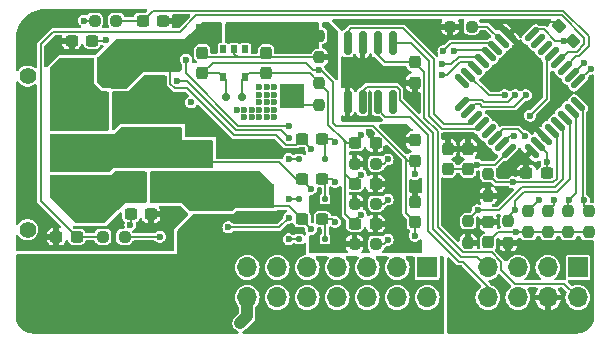
<source format=gbr>
%TF.GenerationSoftware,KiCad,Pcbnew,8.0.6-8.0.6-0~ubuntu22.04.1*%
%TF.CreationDate,2024-11-01T23:26:47+09:00*%
%TF.ProjectId,blmd_hardware,626c6d64-5f68-4617-9264-776172652e6b,rev?*%
%TF.SameCoordinates,Original*%
%TF.FileFunction,Copper,L4,Bot*%
%TF.FilePolarity,Positive*%
%FSLAX46Y46*%
G04 Gerber Fmt 4.6, Leading zero omitted, Abs format (unit mm)*
G04 Created by KiCad (PCBNEW 8.0.6-8.0.6-0~ubuntu22.04.1) date 2024-11-01 23:26:47*
%MOMM*%
%LPD*%
G01*
G04 APERTURE LIST*
G04 Aperture macros list*
%AMRoundRect*
0 Rectangle with rounded corners*
0 $1 Rounding radius*
0 $2 $3 $4 $5 $6 $7 $8 $9 X,Y pos of 4 corners*
0 Add a 4 corners polygon primitive as box body*
4,1,4,$2,$3,$4,$5,$6,$7,$8,$9,$2,$3,0*
0 Add four circle primitives for the rounded corners*
1,1,$1+$1,$2,$3*
1,1,$1+$1,$4,$5*
1,1,$1+$1,$6,$7*
1,1,$1+$1,$8,$9*
0 Add four rect primitives between the rounded corners*
20,1,$1+$1,$2,$3,$4,$5,0*
20,1,$1+$1,$4,$5,$6,$7,0*
20,1,$1+$1,$6,$7,$8,$9,0*
20,1,$1+$1,$8,$9,$2,$3,0*%
G04 Aperture macros list end*
%TA.AperFunction,ComponentPad*%
%ADD10R,1.700000X1.700000*%
%TD*%
%TA.AperFunction,ComponentPad*%
%ADD11O,1.700000X1.700000*%
%TD*%
%TA.AperFunction,ComponentPad*%
%ADD12R,2.000000X2.000000*%
%TD*%
%TA.AperFunction,ComponentPad*%
%ADD13C,2.000000*%
%TD*%
%TA.AperFunction,ComponentPad*%
%ADD14C,1.400000*%
%TD*%
%TA.AperFunction,ComponentPad*%
%ADD15R,3.000000X3.000000*%
%TD*%
%TA.AperFunction,ComponentPad*%
%ADD16C,3.000000*%
%TD*%
%TA.AperFunction,SMDPad,CuDef*%
%ADD17RoundRect,0.237500X0.237500X-0.250000X0.237500X0.250000X-0.237500X0.250000X-0.237500X-0.250000X0*%
%TD*%
%TA.AperFunction,SMDPad,CuDef*%
%ADD18RoundRect,0.150000X-0.150000X-0.200000X0.150000X-0.200000X0.150000X0.200000X-0.150000X0.200000X0*%
%TD*%
%TA.AperFunction,SMDPad,CuDef*%
%ADD19RoundRect,0.237500X0.237500X-0.300000X0.237500X0.300000X-0.237500X0.300000X-0.237500X-0.300000X0*%
%TD*%
%TA.AperFunction,SMDPad,CuDef*%
%ADD20R,0.510000X0.700000*%
%TD*%
%TA.AperFunction,SMDPad,CuDef*%
%ADD21RoundRect,0.237500X-0.300000X-0.237500X0.300000X-0.237500X0.300000X0.237500X-0.300000X0.237500X0*%
%TD*%
%TA.AperFunction,SMDPad,CuDef*%
%ADD22RoundRect,0.237500X0.300000X0.237500X-0.300000X0.237500X-0.300000X-0.237500X0.300000X-0.237500X0*%
%TD*%
%TA.AperFunction,SMDPad,CuDef*%
%ADD23RoundRect,0.237500X-0.237500X0.250000X-0.237500X-0.250000X0.237500X-0.250000X0.237500X0.250000X0*%
%TD*%
%TA.AperFunction,SMDPad,CuDef*%
%ADD24RoundRect,0.237500X-0.250000X-0.237500X0.250000X-0.237500X0.250000X0.237500X-0.250000X0.237500X0*%
%TD*%
%TA.AperFunction,SMDPad,CuDef*%
%ADD25RoundRect,0.125000X0.125000X0.125000X-0.125000X0.125000X-0.125000X-0.125000X0.125000X-0.125000X0*%
%TD*%
%TA.AperFunction,SMDPad,CuDef*%
%ADD26RoundRect,0.237500X0.250000X0.237500X-0.250000X0.237500X-0.250000X-0.237500X0.250000X-0.237500X0*%
%TD*%
%TA.AperFunction,SMDPad,CuDef*%
%ADD27RoundRect,0.150000X-0.150000X0.825000X-0.150000X-0.825000X0.150000X-0.825000X0.150000X0.825000X0*%
%TD*%
%TA.AperFunction,SMDPad,CuDef*%
%ADD28RoundRect,0.237500X-0.237500X0.300000X-0.237500X-0.300000X0.237500X-0.300000X0.237500X0.300000X0*%
%TD*%
%TA.AperFunction,SMDPad,CuDef*%
%ADD29RoundRect,0.237500X0.380070X-0.044194X-0.044194X0.380070X-0.380070X0.044194X0.044194X-0.380070X0*%
%TD*%
%TA.AperFunction,SMDPad,CuDef*%
%ADD30RoundRect,0.125000X0.353553X0.530330X-0.530330X-0.353553X-0.353553X-0.530330X0.530330X0.353553X0*%
%TD*%
%TA.AperFunction,SMDPad,CuDef*%
%ADD31RoundRect,0.125000X-0.353553X0.530330X-0.530330X0.353553X0.353553X-0.530330X0.530330X-0.353553X0*%
%TD*%
%TA.AperFunction,ViaPad*%
%ADD32C,0.600000*%
%TD*%
%TA.AperFunction,Conductor*%
%ADD33C,1.000000*%
%TD*%
%TA.AperFunction,Conductor*%
%ADD34C,0.200000*%
%TD*%
G04 APERTURE END LIST*
D10*
%TO.P,J4,1,Pin_1*%
%TO.N,+12VA*%
X85340000Y-72400000D03*
D11*
%TO.P,J4,2,Pin_2*%
X85340000Y-74940000D03*
%TO.P,J4,3,Pin_3*%
X82800000Y-72400000D03*
%TO.P,J4,4,Pin_4*%
X82800000Y-74940000D03*
%TO.P,J4,5,Pin_5*%
X80260000Y-72400000D03*
%TO.P,J4,6,Pin_6*%
X80260000Y-74940000D03*
%TO.P,J4,7,Pin_7*%
X77720000Y-72400000D03*
%TO.P,J4,8,Pin_8*%
X77720000Y-74940000D03*
%TO.P,J4,9,Pin_9*%
X75180000Y-72400000D03*
%TO.P,J4,10,Pin_10*%
X75180000Y-74940000D03*
%TO.P,J4,11,Pin_11*%
X72640000Y-72400000D03*
%TO.P,J4,12,Pin_12*%
X72640000Y-74940000D03*
%TO.P,J4,13,Pin_13*%
X70100000Y-72400000D03*
%TO.P,J4,14,Pin_14*%
X70100000Y-74940000D03*
%TD*%
D10*
%TO.P,J3,1,Pin_1*%
%TO.N,GNDPWR*%
X67560000Y-72400000D03*
D11*
%TO.P,J3,2,Pin_2*%
X67560000Y-74940000D03*
%TO.P,J3,3,Pin_3*%
X65020000Y-72400000D03*
%TO.P,J3,4,Pin_4*%
X65020000Y-74940000D03*
%TO.P,J3,5,Pin_5*%
X62480000Y-72400000D03*
%TO.P,J3,6,Pin_6*%
X62480000Y-74940000D03*
%TO.P,J3,7,Pin_7*%
X59940000Y-72400000D03*
%TO.P,J3,8,Pin_8*%
X59940000Y-74940000D03*
%TO.P,J3,9,Pin_9*%
X57400000Y-72400000D03*
%TO.P,J3,10,Pin_10*%
X57400000Y-74940000D03*
%TO.P,J3,11,Pin_11*%
X54860000Y-72400000D03*
%TO.P,J3,12,Pin_12*%
X54860000Y-74940000D03*
%TO.P,J3,13,Pin_13*%
X52320000Y-72400000D03*
%TO.P,J3,14,Pin_14*%
X52320000Y-74940000D03*
%TD*%
D12*
%TO.P,C1,1*%
%TO.N,+12VA*%
X73863200Y-57866677D03*
D13*
%TO.P,C1,2*%
%TO.N,GNDPWR*%
X73863200Y-52866677D03*
%TD*%
D14*
%TO.P,J1,*%
%TO.N,*%
X51500000Y-69200000D03*
X51500000Y-56200000D03*
D15*
%TO.P,J1,1,Pin_1*%
%TO.N,SOC*%
X56500000Y-59200000D03*
D16*
%TO.P,J1,2,Pin_2*%
%TO.N,HSB*%
X56500000Y-62700000D03*
%TO.P,J1,3,Pin_3*%
%TO.N,SOA*%
X56500000Y-66200000D03*
%TD*%
D10*
%TO.P,J2,1,Pin_1*%
%TO.N,+3V3*%
X98100000Y-72400000D03*
D11*
%TO.P,J2,2,Pin_2*%
%TO.N,+5VD*%
X98100000Y-74940000D03*
%TO.P,J2,3,Pin_3*%
%TO.N,SPD2*%
X95560000Y-72400000D03*
%TO.P,J2,4,Pin_4*%
%TO.N,GNDD*%
X95560000Y-74940000D03*
%TO.P,J2,5,Pin_5*%
%TO.N,SPD1*%
X93020000Y-72400000D03*
%TO.P,J2,6,Pin_6*%
%TO.N,unconnected-(J2-Pin_6-Pad6)*%
X93020000Y-74940000D03*
%TO.P,J2,7,Pin_7*%
%TO.N,CANH*%
X90480000Y-72400000D03*
%TO.P,J2,8,Pin_8*%
%TO.N,CANL*%
X90480000Y-74940000D03*
%TD*%
D17*
%TO.P,R1,1*%
%TO.N,+12VA*%
X76200000Y-58612500D03*
%TO.P,R1,2*%
%TO.N,+12V*%
X76200000Y-56787500D03*
%TD*%
D18*
%TO.P,D1,1,K*%
%TO.N,+12VA*%
X69530000Y-77100000D03*
%TO.P,D1,2,A*%
%TO.N,GNDPWR*%
X68130000Y-77100000D03*
%TD*%
D19*
%TO.P,C10,1*%
%TO.N,+3V3*%
X87100000Y-64062500D03*
%TO.P,C10,2*%
%TO.N,GNDD*%
X87100000Y-62337500D03*
%TD*%
D20*
%TO.P,U8,1,NC*%
%TO.N,unconnected-(U8-NC-Pad1)*%
X68050000Y-53940000D03*
%TO.P,U8,2,GND*%
%TO.N,GND*%
X69000000Y-53940000D03*
%TO.P,U8,3,NC*%
%TO.N,unconnected-(U8-NC-Pad3)*%
X69950000Y-53940000D03*
%TO.P,U8,4,VIN*%
%TO.N,+12V*%
X69950000Y-56260000D03*
%TO.P,U8,5,VOUT*%
%TO.N,+5V*%
X68050000Y-56260000D03*
%TD*%
D21*
%TO.P,C6,1*%
%TO.N,+12V*%
X79237500Y-65300000D03*
%TO.P,C6,2*%
%TO.N,GND*%
X80962500Y-65300000D03*
%TD*%
D22*
%TO.P,C21,1*%
%TO.N,+3V3*%
X95462500Y-64400000D03*
%TO.P,C21,2*%
%TO.N,GNDD*%
X93737500Y-64400000D03*
%TD*%
D19*
%TO.P,C19,1*%
%TO.N,+12V*%
X71700000Y-55962500D03*
%TO.P,C19,2*%
%TO.N,GND*%
X71700000Y-54237500D03*
%TD*%
D21*
%TO.P,C3,1*%
%TO.N,HSB*%
X74737500Y-64900000D03*
%TO.P,C3,2*%
%TO.N,Net-(D3-K)*%
X76462500Y-64900000D03*
%TD*%
%TO.P,C15,1*%
%TO.N,+3V3*%
X60237500Y-67900000D03*
%TO.P,C15,2*%
%TO.N,GNDD*%
X61962500Y-67900000D03*
%TD*%
D23*
%TO.P,R12,1*%
%TO.N,SIGA*%
X92200000Y-68487500D03*
%TO.P,R12,2*%
%TO.N,GNDD*%
X92200000Y-70312500D03*
%TD*%
D17*
%TO.P,R16,1*%
%TO.N,+3V3*%
X97300000Y-69412500D03*
%TO.P,R16,2*%
%TO.N,ID2*%
X97300000Y-67587500D03*
%TD*%
D21*
%TO.P,C18,1*%
%TO.N,SCC*%
X61237500Y-51500000D03*
%TO.P,C18,2*%
%TO.N,GNDD*%
X62962500Y-51500000D03*
%TD*%
D19*
%TO.P,C22,1*%
%TO.N,+3V3*%
X88800000Y-64062500D03*
%TO.P,C22,2*%
%TO.N,GNDD*%
X88800000Y-62337500D03*
%TD*%
D17*
%TO.P,R18,1*%
%TO.N,+3V3*%
X93900000Y-69412500D03*
%TO.P,R18,2*%
%TO.N,ID4*%
X93900000Y-67587500D03*
%TD*%
D24*
%TO.P,R23,1*%
%TO.N,SCA*%
X57887500Y-69800000D03*
%TO.P,R23,2*%
%TO.N,Net-(U6-VOUT)*%
X59712500Y-69800000D03*
%TD*%
D17*
%TO.P,R17,1*%
%TO.N,+3V3*%
X95600000Y-69412500D03*
%TO.P,R17,2*%
%TO.N,ID3*%
X95600000Y-67587500D03*
%TD*%
D18*
%TO.P,D5,1,K*%
%TO.N,+12V*%
X69700000Y-58000000D03*
%TO.P,D5,2,A*%
%TO.N,+5V*%
X68300000Y-58000000D03*
%TD*%
D21*
%TO.P,C2,1*%
%TO.N,HSA*%
X74737500Y-68300000D03*
%TO.P,C2,2*%
%TO.N,Net-(D2-K)*%
X76462500Y-68300000D03*
%TD*%
D19*
%TO.P,C8,1*%
%TO.N,+5V*%
X84300000Y-68562500D03*
%TO.P,C8,2*%
%TO.N,GND*%
X84300000Y-66837500D03*
%TD*%
D25*
%TO.P,D4,1,K*%
%TO.N,Net-(D4-K)*%
X76700000Y-63200000D03*
%TO.P,D4,2,A*%
%TO.N,+12VA*%
X74500000Y-63200000D03*
%TD*%
D19*
%TO.P,C9,1*%
%TO.N,+5V*%
X84300000Y-63362500D03*
%TO.P,C9,2*%
%TO.N,GND*%
X84300000Y-61637500D03*
%TD*%
D21*
%TO.P,C5,1*%
%TO.N,+12V*%
X79237500Y-68700000D03*
%TO.P,C5,2*%
%TO.N,GND*%
X80962500Y-68700000D03*
%TD*%
D26*
%TO.P,R24,1*%
%TO.N,SCC*%
X59012500Y-51500000D03*
%TO.P,R24,2*%
%TO.N,Net-(U7-VOUT)*%
X57187500Y-51500000D03*
%TD*%
%TO.P,R11,1*%
%TO.N,Net-(U3-RDT)*%
X81012500Y-63600000D03*
%TO.P,R11,2*%
%TO.N,GND*%
X79187500Y-63600000D03*
%TD*%
D25*
%TO.P,D3,1,K*%
%TO.N,Net-(D3-K)*%
X76700000Y-66600000D03*
%TO.P,D3,2,A*%
%TO.N,+12VA*%
X74500000Y-66600000D03*
%TD*%
%TO.P,D2,1,K*%
%TO.N,Net-(D2-K)*%
X76700000Y-70000000D03*
%TO.P,D2,2,A*%
%TO.N,+12VA*%
X74500000Y-70000000D03*
%TD*%
D21*
%TO.P,C7,1*%
%TO.N,+12V*%
X79237500Y-61900000D03*
%TO.P,C7,2*%
%TO.N,GND*%
X80962500Y-61900000D03*
%TD*%
%TO.P,C4,1*%
%TO.N,HSC*%
X74737500Y-61500000D03*
%TO.P,C4,2*%
%TO.N,Net-(D4-K)*%
X76462500Y-61500000D03*
%TD*%
D22*
%TO.P,C17,1*%
%TO.N,SCA*%
X55662500Y-69800000D03*
%TO.P,C17,2*%
%TO.N,GNDD*%
X53937500Y-69800000D03*
%TD*%
D27*
%TO.P,U9,1,TXD*%
%TO.N,TXD*%
X78595000Y-53425000D03*
%TO.P,U9,2,VSS*%
%TO.N,GNDD*%
X79865000Y-53425000D03*
%TO.P,U9,3,VDD*%
%TO.N,+5VD*%
X81135000Y-53425000D03*
%TO.P,U9,4,RXD*%
%TO.N,RXD*%
X82405000Y-53425000D03*
%TO.P,U9,5,SPLIT*%
%TO.N,unconnected-(U9-SPLIT-Pad5)*%
X82405000Y-58375000D03*
%TO.P,U9,6,CANL*%
%TO.N,CANL*%
X81135000Y-58375000D03*
%TO.P,U9,7,CANH*%
%TO.N,CANH*%
X79865000Y-58375000D03*
%TO.P,U9,8,STBY*%
%TO.N,GNDD*%
X78595000Y-58375000D03*
%TD*%
D28*
%TO.P,C14,1*%
%TO.N,+5VD*%
X84300000Y-55037500D03*
%TO.P,C14,2*%
%TO.N,GNDD*%
X84300000Y-56762500D03*
%TD*%
D22*
%TO.P,C16,1*%
%TO.N,+3V3*%
X56962500Y-53200000D03*
%TO.P,C16,2*%
%TO.N,GNDD*%
X55237500Y-53200000D03*
%TD*%
D26*
%TO.P,R10,1*%
%TO.N,Net-(U2-RDT)*%
X81012500Y-67000000D03*
%TO.P,R10,2*%
%TO.N,GND*%
X79187500Y-67000000D03*
%TD*%
%TO.P,R19,1*%
%TO.N,Net-(U10-PB8)*%
X89112500Y-52000000D03*
%TO.P,R19,2*%
%TO.N,GNDD*%
X87287500Y-52000000D03*
%TD*%
D23*
%TO.P,R14,1*%
%TO.N,SIGC*%
X90500000Y-64487500D03*
%TO.P,R14,2*%
%TO.N,GNDD*%
X90500000Y-66312500D03*
%TD*%
D29*
%TO.P,C13,1*%
%TO.N,+3V3*%
X97709880Y-53209880D03*
%TO.P,C13,2*%
%TO.N,GNDD*%
X96490120Y-51990120D03*
%TD*%
D19*
%TO.P,C20,1*%
%TO.N,+5V*%
X66300000Y-55962500D03*
%TO.P,C20,2*%
%TO.N,GND*%
X66300000Y-54237500D03*
%TD*%
D26*
%TO.P,R9,1*%
%TO.N,Net-(U1-RDT)*%
X81012500Y-70400000D03*
%TO.P,R9,2*%
%TO.N,GND*%
X79187500Y-70400000D03*
%TD*%
D17*
%TO.P,R15,1*%
%TO.N,+3V3*%
X99000000Y-69412500D03*
%TO.P,R15,2*%
%TO.N,ID1*%
X99000000Y-67587500D03*
%TD*%
D23*
%TO.P,R2,1*%
%TO.N,GNDPWR*%
X76200000Y-52787500D03*
%TO.P,R2,2*%
%TO.N,GND*%
X76200000Y-54612500D03*
%TD*%
D30*
%TO.P,U10,1,VDD*%
%TO.N,+3V3*%
X94172272Y-52667930D03*
%TO.P,U10,2,PF0*%
%TO.N,unconnected-(U10-PF0-Pad2)*%
X94737957Y-53233616D03*
%TO.P,U10,3,PF1*%
%TO.N,unconnected-(U10-PF1-Pad3)*%
X95303643Y-53799301D03*
%TO.P,U10,4,PG10*%
%TO.N,NRST*%
X95869328Y-54364986D03*
%TO.P,U10,5,PA0*%
%TO.N,SCA*%
X96435014Y-54930672D03*
%TO.P,U10,6,PA1*%
%TO.N,SCC*%
X97000699Y-55496357D03*
%TO.P,U10,7,PA2*%
%TO.N,USART_TX*%
X97566384Y-56062043D03*
%TO.P,U10,8,PA3*%
%TO.N,USART_RX*%
X98132070Y-56627728D03*
D31*
%TO.P,U10,9,PA4*%
%TO.N,ID1*%
X98132070Y-58572272D03*
%TO.P,U10,10,PA5*%
%TO.N,ID2*%
X97566384Y-59137957D03*
%TO.P,U10,11,PA6*%
%TO.N,SIGA*%
X97000699Y-59703643D03*
%TO.P,U10,12,PA7*%
%TO.N,SIGB*%
X96435014Y-60269328D03*
%TO.P,U10,13,PB0*%
%TO.N,SIGC*%
X95869328Y-60835014D03*
%TO.P,U10,14,VSSA*%
%TO.N,GNDD*%
X95303643Y-61400699D03*
%TO.P,U10,15,VDDA*%
%TO.N,+3V3*%
X94737957Y-61966384D03*
%TO.P,U10,16,VSS*%
%TO.N,GNDD*%
X94172272Y-62532070D03*
D30*
%TO.P,U10,17,VDD*%
%TO.N,+3V3*%
X92227728Y-62532070D03*
%TO.P,U10,18,PA8*%
%TO.N,ID3*%
X91662043Y-61966384D03*
%TO.P,U10,19,PA9*%
%TO.N,ID4*%
X91096357Y-61400699D03*
%TO.P,U10,20,PA10*%
%TO.N,unconnected-(U10-PA10-Pad20)*%
X90530672Y-60835014D03*
%TO.P,U10,21,PA11*%
%TO.N,RXD*%
X89964986Y-60269328D03*
%TO.P,U10,22,PA12*%
%TO.N,TXD*%
X89399301Y-59703643D03*
%TO.P,U10,23,PA13*%
%TO.N,SWDIO*%
X88833616Y-59137957D03*
%TO.P,U10,24,PA14*%
%TO.N,SWCLK*%
X88267930Y-58572272D03*
D31*
%TO.P,U10,25,PA15*%
%TO.N,unconnected-(U10-PA15-Pad25)*%
X88267930Y-56627728D03*
%TO.P,U10,26,PB3*%
%TO.N,SWO*%
X88833616Y-56062043D03*
%TO.P,U10,27,PB4*%
%TO.N,ID_DISP*%
X89399301Y-55496357D03*
%TO.P,U10,28,PB5*%
%TO.N,STATUS*%
X89964986Y-54930672D03*
%TO.P,U10,29,PB6*%
%TO.N,SPD1*%
X90530672Y-54364986D03*
%TO.P,U10,30,PB7*%
%TO.N,SPD2*%
X91096357Y-53799301D03*
%TO.P,U10,31,PB8*%
%TO.N,Net-(U10-PB8)*%
X91662043Y-53233616D03*
%TO.P,U10,32,VSS*%
%TO.N,GNDD*%
X92227728Y-52667930D03*
%TD*%
D19*
%TO.P,C11,1*%
%TO.N,+3V3*%
X90500000Y-70262500D03*
%TO.P,C11,2*%
%TO.N,GNDD*%
X90500000Y-68537500D03*
%TD*%
D23*
%TO.P,R13,1*%
%TO.N,SIGB*%
X88800000Y-68487500D03*
%TO.P,R13,2*%
%TO.N,GNDD*%
X88800000Y-70312500D03*
%TD*%
D32*
%TO.N,GNDPWR*%
X65405000Y-69850000D03*
X60325000Y-58420000D03*
X67310000Y-70485000D03*
X54610000Y-77470000D03*
X67945000Y-71120000D03*
X66040000Y-71120000D03*
X63500000Y-57785000D03*
X62230000Y-59055000D03*
X66675000Y-70485000D03*
X69215000Y-52070000D03*
X66675000Y-71120000D03*
X60960000Y-59055000D03*
X64770000Y-77470000D03*
X66040000Y-70485000D03*
X60325000Y-59055000D03*
X59690000Y-58420000D03*
X67310000Y-77470000D03*
X72390000Y-77470000D03*
X66675000Y-69850000D03*
X80010000Y-77470000D03*
X62230000Y-58420000D03*
X61595000Y-58420000D03*
X65405000Y-71120000D03*
X67310000Y-71120000D03*
X60960000Y-59690000D03*
X60960000Y-57150000D03*
X62865000Y-59055000D03*
X77470000Y-77470000D03*
X64135000Y-59055000D03*
X59690000Y-59690000D03*
X65405000Y-70485000D03*
X82550000Y-77470000D03*
X62865000Y-58420000D03*
X59690000Y-77470000D03*
X59690000Y-59055000D03*
X65405000Y-69215000D03*
X66040000Y-69850000D03*
X71755000Y-52070000D03*
X62865000Y-57785000D03*
X60960000Y-58420000D03*
X63500000Y-59055000D03*
X66040000Y-69215000D03*
X85725000Y-77470000D03*
X62230000Y-57785000D03*
X52070000Y-77470000D03*
X74930000Y-77470000D03*
X57150000Y-77470000D03*
X62230000Y-77470000D03*
X60960000Y-57785000D03*
X60325000Y-57785000D03*
X63500000Y-58420000D03*
X64135000Y-58420000D03*
X61595000Y-57785000D03*
X59690000Y-57785000D03*
X60325000Y-59690000D03*
%TO.N,+12VA*%
X69215000Y-59055000D03*
X72390000Y-57150000D03*
X71120000Y-58420000D03*
X71755000Y-58420000D03*
X71755000Y-57150000D03*
X65355000Y-58420000D03*
X69850000Y-59055000D03*
X72390000Y-59055000D03*
X71120000Y-57785000D03*
X71755000Y-59055000D03*
X72390000Y-57785000D03*
X71120000Y-59055000D03*
X70485000Y-59055000D03*
X70485000Y-59690000D03*
X73600000Y-66598800D03*
X71755000Y-57785000D03*
X69850000Y-59690000D03*
X71755000Y-59690000D03*
X72390000Y-58420000D03*
X73600000Y-63200000D03*
X71120000Y-57150000D03*
X72390000Y-59690000D03*
X73600000Y-70000000D03*
X71120000Y-59690000D03*
%TO.N,Net-(D2-K)*%
X77550000Y-68550000D03*
%TO.N,HSA*%
X62230000Y-65405000D03*
X65405000Y-66675000D03*
X71755000Y-66040000D03*
X69850000Y-66040000D03*
X62230000Y-66040000D03*
X64770000Y-64770000D03*
X75500000Y-69150000D03*
X69850000Y-64770000D03*
X64770000Y-66040000D03*
X62230000Y-64770000D03*
%TO.N,Net-(D3-K)*%
X77550000Y-65150000D03*
%TO.N,HSB*%
X60960000Y-63500000D03*
X75500000Y-65750000D03*
X64770000Y-63500000D03*
X59690000Y-62230000D03*
X59690000Y-60960000D03*
X64770000Y-62230000D03*
X53975000Y-62230000D03*
X66040000Y-63500000D03*
X53975000Y-63500000D03*
X59690000Y-63500000D03*
%TO.N,HSC*%
X60325000Y-55880000D03*
X66040000Y-52070000D03*
X66040000Y-52705000D03*
X58420000Y-54610000D03*
X59055000Y-53975000D03*
X59055000Y-54610000D03*
X66675000Y-52070000D03*
X67310000Y-52705000D03*
X75500000Y-62350000D03*
X66675000Y-52705000D03*
%TO.N,Net-(D4-K)*%
X77550000Y-61750000D03*
%TO.N,GND*%
X77200000Y-54612500D03*
X80543400Y-61163200D03*
X83464400Y-60579000D03*
X84505800Y-65506600D03*
X81889600Y-62382400D03*
X84300000Y-70560000D03*
%TO.N,+12V*%
X79700000Y-61150000D03*
X79700000Y-67955000D03*
X79700000Y-64550000D03*
%TO.N,+5V*%
X84300000Y-69700000D03*
X84300000Y-64500000D03*
X76200000Y-55700000D03*
%TO.N,+3V3*%
X92900000Y-69412500D03*
X96926400Y-53209880D03*
X89535000Y-63700000D03*
X95462500Y-63500000D03*
X58115200Y-53111400D03*
X60200000Y-68800000D03*
%TO.N,GNDD*%
X53975000Y-50800000D03*
X51435000Y-66675000D03*
X51435000Y-57785000D03*
X51435000Y-53340000D03*
X63500000Y-67945000D03*
X89560400Y-66319400D03*
X51435000Y-52070000D03*
X53340000Y-53975000D03*
X64363600Y-51257200D03*
X61800000Y-68880000D03*
X90017600Y-52730400D03*
X52705000Y-52070000D03*
X51435000Y-67945000D03*
X51435000Y-64135000D03*
X51435000Y-61595000D03*
X51435000Y-62865000D03*
X78740000Y-55245000D03*
X85090000Y-52070000D03*
X89738200Y-62357000D03*
X85725000Y-52705000D03*
X85725000Y-52070000D03*
X92837000Y-51866800D03*
X51435000Y-65405000D03*
X51435000Y-59055000D03*
X78740000Y-55880000D03*
X53340000Y-54610000D03*
X85090000Y-52705000D03*
X51435000Y-60325000D03*
X96520000Y-57785000D03*
X51435000Y-54610000D03*
X93141800Y-63144400D03*
X85725000Y-53340000D03*
X96520000Y-58420000D03*
%TO.N,NRST*%
X94046900Y-59546900D03*
%TO.N,SOA*%
X59055000Y-66675000D03*
X53975000Y-65405000D03*
X60960000Y-66675000D03*
X59055000Y-64770000D03*
X57785000Y-67945000D03*
%TO.N,SOC*%
X53975000Y-59055000D03*
X53975000Y-57785000D03*
X54610000Y-55880000D03*
X55880000Y-55245000D03*
X54610000Y-55245000D03*
X53975000Y-60325000D03*
X56515000Y-55245000D03*
X55245000Y-55245000D03*
%TO.N,SPD2*%
X86700000Y-54100000D03*
%TO.N,SPD1*%
X87600000Y-54100000D03*
%TO.N,SWCLK*%
X92800000Y-57800000D03*
%TO.N,SWDIO*%
X93700000Y-57800000D03*
%TO.N,SWO*%
X91900000Y-57800000D03*
%TO.N,USART_TX*%
X98577800Y-55050627D03*
%TO.N,USART_RX*%
X99177800Y-55584400D03*
%TO.N,Net-(Q3-G)*%
X73600000Y-60400000D03*
X64900000Y-54800000D03*
%TO.N,Net-(Q4-G)*%
X68500000Y-69000000D03*
X73600000Y-68200000D03*
%TO.N,Net-(Q6-G)*%
X64194600Y-56600000D03*
X73600000Y-61400000D03*
%TO.N,Net-(U1-RDT)*%
X82000000Y-70050000D03*
%TO.N,Net-(U2-RDT)*%
X82000000Y-66650000D03*
%TO.N,Net-(U3-RDT)*%
X82000000Y-63250000D03*
%TO.N,SIGA*%
X92800000Y-67500000D03*
%TO.N,SIGB*%
X89600000Y-67565000D03*
%TO.N,SIGC*%
X92600000Y-65175000D03*
%TO.N,ID1*%
X98605000Y-66700000D03*
%TO.N,ID2*%
X97335000Y-66700000D03*
%TO.N,ID3*%
X96065000Y-66700000D03*
X92700000Y-61300000D03*
%TO.N,ID4*%
X94795000Y-66700000D03*
X93600000Y-61300000D03*
%TO.N,ID_DISP*%
X86614000Y-56100000D03*
%TO.N,STATUS*%
X86614000Y-55200000D03*
%TO.N,Net-(U6-VOUT)*%
X62700000Y-69800000D03*
%TO.N,Net-(U7-VOUT)*%
X56300000Y-51500000D03*
%TD*%
D33*
%TO.N,+12VA*%
X70100000Y-74940000D02*
X70100000Y-76530000D01*
D34*
X74500000Y-66600000D02*
X73601200Y-66600000D01*
X74500000Y-63200000D02*
X73600000Y-63200000D01*
X76200000Y-58612500D02*
X74609023Y-58612500D01*
X74609023Y-58612500D02*
X73863200Y-57866677D01*
X74500000Y-70000000D02*
X73600000Y-70000000D01*
D33*
X70100000Y-76530000D02*
X69530000Y-77100000D01*
D34*
X73601200Y-66600000D02*
X73600000Y-66598800D01*
%TO.N,Net-(D2-K)*%
X76462500Y-68300000D02*
X77300000Y-68300000D01*
X77300000Y-68300000D02*
X77550000Y-68550000D01*
X76700000Y-70000000D02*
X76700000Y-68537500D01*
X76700000Y-68537500D02*
X76462500Y-68300000D01*
%TO.N,HSA*%
X71008800Y-67198800D02*
X69850000Y-66040000D01*
X73636300Y-67198800D02*
X71008800Y-67198800D01*
X74737500Y-68300000D02*
X74737500Y-68387500D01*
X74737500Y-68300000D02*
X73636300Y-67198800D01*
X74737500Y-68387500D02*
X75500000Y-69150000D01*
%TO.N,Net-(D3-K)*%
X76700000Y-65137500D02*
X76462500Y-64900000D01*
X77300000Y-64900000D02*
X77550000Y-65150000D01*
X76700000Y-66600000D02*
X76700000Y-65137500D01*
X76462500Y-64900000D02*
X77300000Y-64900000D01*
%TO.N,HSB*%
X66040000Y-63500000D02*
X72796400Y-63500000D01*
X74737500Y-64987500D02*
X75500000Y-65750000D01*
X72796400Y-63500000D02*
X74196400Y-64900000D01*
X74196400Y-64900000D02*
X74737500Y-64900000D01*
X74737500Y-64900000D02*
X74737500Y-64987500D01*
X74737500Y-64900000D02*
X74737500Y-65034700D01*
%TO.N,HSC*%
X74237500Y-62000000D02*
X73351471Y-62000000D01*
X74737500Y-61587500D02*
X75500000Y-62350000D01*
X74737500Y-61500000D02*
X74737500Y-61587500D01*
X64983529Y-57200000D02*
X63946071Y-57200000D01*
X63946071Y-57200000D02*
X63594600Y-56848529D01*
X63594600Y-56848529D02*
X63594600Y-54363000D01*
X74737500Y-61500000D02*
X74237500Y-62000000D01*
X72551471Y-61200000D02*
X68983529Y-61200000D01*
X68983529Y-61200000D02*
X64983529Y-57200000D01*
X63594600Y-54363000D02*
X65252600Y-52705000D01*
X73351471Y-62000000D02*
X72551471Y-61200000D01*
X65252600Y-52705000D02*
X66675000Y-52705000D01*
%TO.N,Net-(D4-K)*%
X77300000Y-61500000D02*
X77550000Y-61750000D01*
X76700000Y-63200000D02*
X76700000Y-61737500D01*
X76700000Y-61737500D02*
X76462500Y-61500000D01*
X76462500Y-61500000D02*
X77300000Y-61500000D01*
%TO.N,GND*%
X71700000Y-54237500D02*
X71839700Y-54237500D01*
X69296600Y-54590000D02*
X69000000Y-54293400D01*
X69000000Y-54293400D02*
X69000000Y-53940000D01*
X76200000Y-54612500D02*
X72214700Y-54612500D01*
X66652500Y-54590000D02*
X69296600Y-54590000D01*
X77200000Y-54612500D02*
X76200000Y-54612500D01*
X66300000Y-54237500D02*
X66652500Y-54590000D01*
X71347500Y-54590000D02*
X69296600Y-54590000D01*
X71839700Y-54237500D02*
X72214700Y-54612500D01*
X71700000Y-54237500D02*
X71347500Y-54590000D01*
%TO.N,+12V*%
X78400000Y-67862500D02*
X79237500Y-68700000D01*
X76975000Y-60326471D02*
X78174265Y-61525735D01*
X79237500Y-68700000D02*
X79237500Y-68417500D01*
X78548529Y-61900000D02*
X79237500Y-61900000D01*
X78400000Y-64462500D02*
X79237500Y-65300000D01*
X78400000Y-61751470D02*
X78400000Y-64462500D01*
X71700000Y-55962500D02*
X70247500Y-55962500D01*
X69700000Y-58000000D02*
X69700000Y-56510000D01*
X78174265Y-61525735D02*
X78548529Y-61900000D01*
X76200000Y-56787500D02*
X76975000Y-57562500D01*
X79237500Y-65012500D02*
X79700000Y-64550000D01*
X78174265Y-61525735D02*
X78400000Y-61751470D01*
X79237500Y-68417500D02*
X79700000Y-67955000D01*
X71700000Y-55962500D02*
X75375000Y-55962500D01*
X78400000Y-64462500D02*
X78400000Y-67862500D01*
X79237500Y-61900000D02*
X79237500Y-61612500D01*
X70247500Y-55962500D02*
X69950000Y-56260000D01*
X76975000Y-57562500D02*
X76975000Y-60326471D01*
X69700000Y-56510000D02*
X69950000Y-56260000D01*
X79237500Y-61612500D02*
X79700000Y-61150000D01*
X75375000Y-55962500D02*
X76200000Y-56787500D01*
X79237500Y-65300000D02*
X79237500Y-65012500D01*
%TO.N,+5V*%
X77375000Y-60160785D02*
X77606207Y-60391992D01*
X80758714Y-60391992D02*
X83221061Y-62854339D01*
X76366722Y-55700000D02*
X77375000Y-56708278D01*
X84300000Y-63362500D02*
X84300000Y-64500000D01*
X67187500Y-55075000D02*
X75053185Y-55075000D01*
X68300000Y-58000000D02*
X68300000Y-56510000D01*
X84300000Y-68562500D02*
X84300000Y-69700000D01*
X75053185Y-55075000D02*
X75678185Y-55700000D01*
X75678185Y-55700000D02*
X76200000Y-55700000D01*
X83729222Y-63362500D02*
X84300000Y-63362500D01*
X76200000Y-55700000D02*
X76366722Y-55700000D01*
X67752500Y-55962500D02*
X68050000Y-56260000D01*
X66300000Y-55962500D02*
X67187500Y-55075000D01*
X66300000Y-55962500D02*
X67752500Y-55962500D01*
X77606207Y-60391992D02*
X80758714Y-60391992D01*
X68300000Y-56510000D02*
X68050000Y-56260000D01*
X77375000Y-56708278D02*
X77375000Y-60160785D01*
X83525000Y-67787500D02*
X83525000Y-63158278D01*
X84300000Y-68562500D02*
X83525000Y-67787500D01*
X83525000Y-63158278D02*
X83221061Y-62854339D01*
X83221061Y-62854339D02*
X83729222Y-63362500D01*
%TO.N,+3V3*%
X91350000Y-69412500D02*
X90500000Y-70262500D01*
X96926400Y-53209880D02*
X97709880Y-53209880D01*
X95211665Y-52222400D02*
X96199145Y-53209880D01*
X91059798Y-63700000D02*
X89535000Y-63700000D01*
X96199145Y-53209880D02*
X96926400Y-53209880D01*
X95462500Y-62690927D02*
X95462500Y-63474600D01*
X94737957Y-61966384D02*
X95462500Y-62690927D01*
X94617802Y-52222400D02*
X95211665Y-52222400D01*
X92227728Y-62532070D02*
X91059798Y-63700000D01*
X99000000Y-69412500D02*
X93900000Y-69412500D01*
X95462500Y-63474600D02*
X95462500Y-64400000D01*
X58026600Y-53200000D02*
X58115200Y-53111400D01*
X89162500Y-63700000D02*
X88800000Y-64062500D01*
X93900000Y-69412500D02*
X92938600Y-69412500D01*
X92938600Y-69412500D02*
X91350000Y-69412500D01*
X89535000Y-63700000D02*
X89162500Y-63700000D01*
X88800000Y-64062500D02*
X87100000Y-64062500D01*
X60237500Y-67900000D02*
X60237500Y-68762500D01*
X56962500Y-53200000D02*
X58026600Y-53200000D01*
X94172272Y-52667930D02*
X94617802Y-52222400D01*
X60237500Y-68762500D02*
X60200000Y-68800000D01*
%TO.N,GNDD*%
X96110050Y-51610050D02*
X93093750Y-51610050D01*
X96490120Y-51990120D02*
X96110050Y-51610050D01*
X93093750Y-51610050D02*
X92837000Y-51866800D01*
%TO.N,NRST*%
X95477235Y-54757079D02*
X95477235Y-58116565D01*
X95869328Y-54364986D02*
X95477235Y-54757079D01*
X95477235Y-58116565D02*
X94046900Y-59546900D01*
%TO.N,+5VD*%
X86226600Y-60880780D02*
X85075000Y-59729180D01*
X81772501Y-55037500D02*
X81135000Y-54399999D01*
X91630000Y-72636346D02*
X91630000Y-71923654D01*
X84300000Y-55037500D02*
X81772501Y-55037500D01*
X85075000Y-55812500D02*
X84300000Y-55037500D01*
X86226600Y-68993322D02*
X86226600Y-60880780D01*
X96950000Y-73790000D02*
X92783654Y-73790000D01*
X90806346Y-71100000D02*
X88333278Y-71100000D01*
X92783654Y-73790000D02*
X91630000Y-72636346D01*
X91630000Y-71923654D02*
X90806346Y-71100000D01*
X81135000Y-54399999D02*
X81135000Y-53425000D01*
X85075000Y-59729180D02*
X85075000Y-55812500D01*
X98100000Y-74940000D02*
X96950000Y-73790000D01*
X88333278Y-71100000D02*
X86226600Y-68993322D01*
X81135000Y-53899999D02*
X81135000Y-52925000D01*
%TO.N,SCA*%
X98632103Y-52966103D02*
X98632103Y-53488497D01*
X55662500Y-69800000D02*
X52603400Y-66740900D01*
X52603400Y-66740900D02*
X52603400Y-53517800D01*
X96720000Y-51054000D02*
X98632103Y-52966103D01*
X64408600Y-52425000D02*
X65786000Y-51047600D01*
X53696200Y-52425000D02*
X64408600Y-52425000D01*
X97233583Y-54132103D02*
X96435014Y-54930672D01*
X65792400Y-51054000D02*
X96720000Y-51054000D01*
X65786000Y-51047600D02*
X65792400Y-51054000D01*
X97988497Y-54132103D02*
X97233583Y-54132103D01*
X52603400Y-53517800D02*
X53696200Y-52425000D01*
X57887500Y-69800000D02*
X55662500Y-69800000D01*
X98632103Y-53488497D02*
X97988497Y-54132103D01*
%TO.N,SCC*%
X59012500Y-51500000D02*
X61237500Y-51500000D01*
X97000699Y-55496357D02*
X97964953Y-54532103D01*
X99032103Y-52800417D02*
X96879286Y-50647600D01*
X62089900Y-50647600D02*
X61237500Y-51500000D01*
X99032103Y-53654183D02*
X99032103Y-52800417D01*
X97964953Y-54532103D02*
X98154183Y-54532103D01*
X96879286Y-50647600D02*
X62089900Y-50647600D01*
X98154183Y-54532103D02*
X99032103Y-53654183D01*
%TO.N,CANH*%
X79865000Y-57447400D02*
X79865000Y-58375000D01*
X83005000Y-58224866D02*
X83005000Y-57359448D01*
X82745552Y-57100000D02*
X80212400Y-57100000D01*
X90480000Y-72400000D02*
X89580000Y-71500000D01*
X80212400Y-57100000D02*
X79865000Y-57447400D01*
X88167592Y-71500000D02*
X85826600Y-69159008D01*
X83005000Y-57359448D02*
X82745552Y-57100000D01*
X89580000Y-71500000D02*
X88167592Y-71500000D01*
X85826600Y-61046466D02*
X83005000Y-58224866D01*
X85826600Y-69159008D02*
X85826600Y-61046466D01*
%TO.N,SPD2*%
X91096357Y-53799301D02*
X90704263Y-53407207D01*
X87392793Y-53407207D02*
X86700000Y-54100000D01*
X90704263Y-53407207D02*
X87392793Y-53407207D01*
%TO.N,CANL*%
X81135000Y-58275000D02*
X81135000Y-57875000D01*
X88353654Y-71900000D02*
X90480000Y-74026346D01*
X81135000Y-58375000D02*
X81135000Y-58986200D01*
X83864448Y-59650000D02*
X85426600Y-61212152D01*
X85426600Y-61212152D02*
X85426600Y-69324694D01*
X81798800Y-59650000D02*
X83864448Y-59650000D01*
X88001906Y-71900000D02*
X88353654Y-71900000D01*
X90480000Y-74026346D02*
X90480000Y-74940000D01*
X85426600Y-69324694D02*
X88001906Y-71900000D01*
X81135000Y-58986200D02*
X81798800Y-59650000D01*
%TO.N,SPD1*%
X87727107Y-53972893D02*
X87600000Y-54100000D01*
X90138579Y-53972893D02*
X87727107Y-53972893D01*
X90530672Y-54364986D02*
X90138579Y-53972893D01*
%TO.N,SWCLK*%
X88267930Y-58572272D02*
X88660024Y-58180178D01*
X88660024Y-58180178D02*
X89953514Y-58180178D01*
X92200000Y-58400000D02*
X92800000Y-57800000D01*
X90173336Y-58400000D02*
X92200000Y-58400000D01*
X89953514Y-58180178D02*
X90173336Y-58400000D01*
%TO.N,SWDIO*%
X90007650Y-58800000D02*
X92700000Y-58800000D01*
X89787828Y-58580178D02*
X90007650Y-58800000D01*
X92700000Y-58800000D02*
X93700000Y-57800000D01*
X89391395Y-58580178D02*
X89787828Y-58580178D01*
X88833616Y-59137957D02*
X89391395Y-58580178D01*
%TO.N,SWO*%
X88833616Y-56062043D02*
X90571573Y-57800000D01*
X90571573Y-57800000D02*
X91900000Y-57800000D01*
%TO.N,USART_TX*%
X97566384Y-56062043D02*
X98577800Y-55050627D01*
%TO.N,USART_RX*%
X98134472Y-56627728D02*
X99177800Y-55584400D01*
X98132070Y-56627728D02*
X98134472Y-56627728D01*
%TO.N,Net-(Q3-G)*%
X64900000Y-55942622D02*
X69357378Y-60400000D01*
X64900000Y-54800000D02*
X64900000Y-55942622D01*
X73600000Y-60400000D02*
X73600000Y-60300000D01*
X69357378Y-60400000D02*
X73600000Y-60400000D01*
%TO.N,Net-(Q4-G)*%
X72800000Y-69000000D02*
X73600000Y-68200000D01*
X68500000Y-69000000D02*
X72800000Y-69000000D01*
%TO.N,Net-(Q6-G)*%
X69191692Y-60800000D02*
X73000000Y-60800000D01*
X64194600Y-56600000D02*
X64991692Y-56600000D01*
X64991692Y-56600000D02*
X69191692Y-60800000D01*
X73000000Y-60800000D02*
X73600000Y-61400000D01*
%TO.N,Net-(U1-RDT)*%
X81012500Y-70400000D02*
X81650000Y-70400000D01*
X81650000Y-70400000D02*
X82000000Y-70050000D01*
%TO.N,Net-(U2-RDT)*%
X81650000Y-67000000D02*
X82000000Y-66650000D01*
X81012500Y-67000000D02*
X81650000Y-67000000D01*
%TO.N,Net-(U3-RDT)*%
X81650000Y-63600000D02*
X82000000Y-63250000D01*
X81012500Y-63600000D02*
X81650000Y-63600000D01*
%TO.N,SIGA*%
X92200000Y-68487500D02*
X92200000Y-68100000D01*
X96323094Y-65975000D02*
X93561486Y-65975000D01*
X92800000Y-66736486D02*
X92800000Y-67500000D01*
X97392793Y-64905301D02*
X96323094Y-65975000D01*
X97392793Y-60095737D02*
X97392793Y-64905301D01*
X97000699Y-59703643D02*
X97392793Y-60095737D01*
X93561486Y-65975000D02*
X92800000Y-66736486D01*
X92200000Y-68100000D02*
X92800000Y-67500000D01*
%TO.N,SIGB*%
X88800000Y-68365000D02*
X89600000Y-67565000D01*
X96157408Y-65575000D02*
X93395800Y-65575000D01*
X96850200Y-60684514D02*
X96850200Y-64882208D01*
X91405800Y-67565000D02*
X89600000Y-67565000D01*
X88800000Y-68487500D02*
X88800000Y-68365000D01*
X96435014Y-60269328D02*
X96850200Y-60684514D01*
X96850200Y-64882208D02*
X96157408Y-65575000D01*
X93395800Y-65575000D02*
X91405800Y-67565000D01*
%TO.N,SIGC*%
X95869328Y-60835014D02*
X96300000Y-61265686D01*
X92659200Y-65175000D02*
X91187500Y-65175000D01*
X96300000Y-61265686D02*
X96300000Y-64866722D01*
X95991722Y-65175000D02*
X92659200Y-65175000D01*
X96300000Y-64866722D02*
X95991722Y-65175000D01*
X91187500Y-65175000D02*
X90500000Y-64487500D01*
%TO.N,ID1*%
X98524163Y-58964365D02*
X98524163Y-66619163D01*
X98132070Y-58572272D02*
X98524163Y-58964365D01*
X98605000Y-66700000D02*
X98605000Y-67192500D01*
X98605000Y-67192500D02*
X99000000Y-67587500D01*
X98524163Y-66619163D02*
X98605000Y-66700000D01*
%TO.N,ID2*%
X97958478Y-66076522D02*
X97335000Y-66700000D01*
X97300000Y-67587500D02*
X97300000Y-66735000D01*
X97958478Y-59530051D02*
X97958478Y-66076522D01*
X97566384Y-59137957D02*
X97958478Y-59530051D01*
X97300000Y-66735000D02*
X97335000Y-66700000D01*
X97335000Y-67552500D02*
X97300000Y-67587500D01*
%TO.N,ID3*%
X91662043Y-61966384D02*
X92328427Y-61300000D01*
X92328427Y-61300000D02*
X92700000Y-61300000D01*
X96065000Y-66700000D02*
X96065000Y-67122500D01*
X91662043Y-61966384D02*
X91662043Y-61937957D01*
X96065000Y-67122500D02*
X95600000Y-67587500D01*
%TO.N,ID4*%
X94795000Y-66700000D02*
X94787500Y-66700000D01*
X91797056Y-60700000D02*
X93000000Y-60700000D01*
X94787500Y-66700000D02*
X93900000Y-67587500D01*
X93000000Y-60700000D02*
X93600000Y-61300000D01*
X91096357Y-61400699D02*
X91797056Y-60700000D01*
%TO.N,ID_DISP*%
X88911952Y-55009008D02*
X88105207Y-55009008D01*
X87014215Y-56100000D02*
X86614000Y-56100000D01*
X89399301Y-55496357D02*
X88911952Y-55009008D01*
X88105207Y-55009008D02*
X87014215Y-56100000D01*
%TO.N,STATUS*%
X89964986Y-54930672D02*
X89572892Y-54538578D01*
X89572892Y-54538578D02*
X88009951Y-54538578D01*
X88009951Y-54538578D02*
X87348529Y-55200000D01*
X87348529Y-55200000D02*
X86614000Y-55200000D01*
%TO.N,Net-(U6-VOUT)*%
X59712500Y-69800000D02*
X62700000Y-69800000D01*
%TO.N,Net-(U7-VOUT)*%
X57187500Y-51500000D02*
X56300000Y-51500000D01*
%TO.N,RXD*%
X85475000Y-54908278D02*
X85475000Y-59563494D01*
X86577800Y-60666294D02*
X89568020Y-60666294D01*
X83991722Y-53425000D02*
X85475000Y-54908278D01*
X82405000Y-53425000D02*
X83991722Y-53425000D01*
X85475000Y-59563494D02*
X86577800Y-60666294D01*
X89568020Y-60666294D02*
X89964986Y-60269328D01*
%TO.N,TXD*%
X86743486Y-60266294D02*
X88836650Y-60266294D01*
X78898801Y-52146200D02*
X83278608Y-52146200D01*
X83278608Y-52146200D02*
X85875000Y-54742592D01*
X78595000Y-52450001D02*
X78898801Y-52146200D01*
X78595000Y-53425000D02*
X78595000Y-52450001D01*
X85875000Y-54742592D02*
X85875000Y-59397808D01*
X85875000Y-59397808D02*
X86743486Y-60266294D01*
X88836650Y-60266294D02*
X89399301Y-59703643D01*
%TO.N,Net-(U10-PB8)*%
X90428427Y-52000000D02*
X91662043Y-53233616D01*
X89112500Y-52000000D02*
X90428427Y-52000000D01*
%TD*%
%TA.AperFunction,Conductor*%
%TO.N,GNDPWR*%
G36*
X73414455Y-67518985D02*
G01*
X73460210Y-67571789D01*
X73470154Y-67640947D01*
X73441129Y-67704503D01*
X73396551Y-67733151D01*
X73398017Y-67736361D01*
X73389950Y-67740045D01*
X73268873Y-67817856D01*
X73268872Y-67817856D01*
X73268872Y-67817857D01*
X73260896Y-67827062D01*
X73174623Y-67926626D01*
X73174622Y-67926628D01*
X73114834Y-68057543D01*
X73094353Y-68200000D01*
X73094353Y-68200001D01*
X73095661Y-68209103D01*
X73085713Y-68278261D01*
X73060603Y-68314424D01*
X72711848Y-68663181D01*
X72650525Y-68696666D01*
X72624167Y-68699500D01*
X68958501Y-68699500D01*
X68891462Y-68679815D01*
X68864788Y-68656703D01*
X68831128Y-68617857D01*
X68710053Y-68540047D01*
X68710051Y-68540046D01*
X68710049Y-68540045D01*
X68710050Y-68540045D01*
X68571963Y-68499500D01*
X68571961Y-68499500D01*
X68428039Y-68499500D01*
X68428036Y-68499500D01*
X68289949Y-68540045D01*
X68168873Y-68617856D01*
X68074623Y-68726626D01*
X68074622Y-68726628D01*
X68014834Y-68857543D01*
X67994353Y-69000000D01*
X68014834Y-69142456D01*
X68068494Y-69259953D01*
X68074623Y-69273373D01*
X68168872Y-69382143D01*
X68289947Y-69459953D01*
X68289950Y-69459954D01*
X68289949Y-69459954D01*
X68388611Y-69488923D01*
X68424633Y-69499500D01*
X68428036Y-69500499D01*
X68428038Y-69500500D01*
X68428039Y-69500500D01*
X68571962Y-69500500D01*
X68571962Y-69500499D01*
X68710053Y-69459953D01*
X68831128Y-69382143D01*
X68864788Y-69343296D01*
X68923567Y-69305523D01*
X68958501Y-69300500D01*
X72839560Y-69300500D01*
X72839562Y-69300500D01*
X72915989Y-69280021D01*
X72984511Y-69240460D01*
X73040460Y-69184511D01*
X73488151Y-68736818D01*
X73549474Y-68703334D01*
X73575832Y-68700500D01*
X73671962Y-68700500D01*
X73671962Y-68700499D01*
X73810053Y-68659953D01*
X73846259Y-68636684D01*
X73913294Y-68617001D01*
X73980334Y-68636685D01*
X74026090Y-68689488D01*
X74030337Y-68700045D01*
X74045884Y-68744476D01*
X74124288Y-68850710D01*
X74124289Y-68850711D01*
X74230523Y-68929115D01*
X74230524Y-68929115D01*
X74230525Y-68929116D01*
X74355151Y-68972725D01*
X74355150Y-68972725D01*
X74384740Y-68975500D01*
X74384744Y-68975500D01*
X74849167Y-68975500D01*
X74916206Y-68995185D01*
X74936848Y-69011819D01*
X74960604Y-69035575D01*
X74994089Y-69096898D01*
X74995661Y-69140902D01*
X74994353Y-69149999D01*
X75014834Y-69292456D01*
X75047625Y-69364256D01*
X75058585Y-69388256D01*
X75071194Y-69415864D01*
X75082400Y-69467376D01*
X75082400Y-69572712D01*
X75062715Y-69639751D01*
X75009911Y-69685506D01*
X74940753Y-69695450D01*
X74877197Y-69666425D01*
X74870719Y-69660393D01*
X74814579Y-69604253D01*
X74714409Y-69557543D01*
X74710545Y-69555741D01*
X74710543Y-69555740D01*
X74710544Y-69555740D01*
X74663140Y-69549500D01*
X74336867Y-69549500D01*
X74321839Y-69551478D01*
X74289455Y-69555741D01*
X74289453Y-69555742D01*
X74289451Y-69555742D01*
X74185420Y-69604253D01*
X74137040Y-69652633D01*
X74075717Y-69686117D01*
X74006025Y-69681132D01*
X73955647Y-69646154D01*
X73950099Y-69639751D01*
X73931128Y-69617857D01*
X73810053Y-69540047D01*
X73810051Y-69540046D01*
X73810049Y-69540045D01*
X73810050Y-69540045D01*
X73671963Y-69499500D01*
X73671961Y-69499500D01*
X73528039Y-69499500D01*
X73528036Y-69499500D01*
X73389949Y-69540045D01*
X73268873Y-69617856D01*
X73174623Y-69726626D01*
X73174622Y-69726628D01*
X73114834Y-69857543D01*
X73094353Y-70000000D01*
X73114834Y-70142456D01*
X73168494Y-70259953D01*
X73174623Y-70273373D01*
X73268872Y-70382143D01*
X73389947Y-70459953D01*
X73389950Y-70459954D01*
X73389949Y-70459954D01*
X73528036Y-70500499D01*
X73528038Y-70500500D01*
X73528039Y-70500500D01*
X73671962Y-70500500D01*
X73671962Y-70500499D01*
X73810053Y-70459953D01*
X73931128Y-70382143D01*
X73955649Y-70353843D01*
X74014424Y-70316071D01*
X74084294Y-70316070D01*
X74137041Y-70347367D01*
X74185421Y-70395747D01*
X74289455Y-70444259D01*
X74336861Y-70450500D01*
X74663138Y-70450499D01*
X74710545Y-70444259D01*
X74814579Y-70395747D01*
X74870719Y-70339607D01*
X74932042Y-70306122D01*
X75001734Y-70311106D01*
X75057667Y-70352978D01*
X75082084Y-70418442D01*
X75082400Y-70427288D01*
X75082400Y-71241642D01*
X75062715Y-71308681D01*
X75009911Y-71354436D01*
X74979849Y-71362543D01*
X74980042Y-71363511D01*
X74974069Y-71364699D01*
X74776043Y-71424769D01*
X74691639Y-71469885D01*
X74593550Y-71522315D01*
X74593548Y-71522316D01*
X74593547Y-71522317D01*
X74433589Y-71653589D01*
X74302317Y-71813547D01*
X74204769Y-71996043D01*
X74144699Y-72194067D01*
X74124417Y-72400000D01*
X74144699Y-72605932D01*
X74144700Y-72605934D01*
X74204768Y-72803954D01*
X74302315Y-72986450D01*
X74302317Y-72986452D01*
X74433589Y-73146410D01*
X74530209Y-73225702D01*
X74593550Y-73277685D01*
X74776046Y-73375232D01*
X74974066Y-73435300D01*
X74974065Y-73435300D01*
X74992529Y-73437118D01*
X75180000Y-73455583D01*
X75385934Y-73435300D01*
X75583954Y-73375232D01*
X75766450Y-73277685D01*
X75926410Y-73146410D01*
X76057685Y-72986450D01*
X76155232Y-72803954D01*
X76215300Y-72605934D01*
X76235583Y-72400000D01*
X76215300Y-72194066D01*
X76155232Y-71996046D01*
X76057685Y-71813550D01*
X75997702Y-71740460D01*
X75925815Y-71652864D01*
X75898503Y-71588554D01*
X75910294Y-71519687D01*
X75957447Y-71468127D01*
X76021669Y-71450200D01*
X76878331Y-71450200D01*
X76945370Y-71469885D01*
X76991125Y-71522689D01*
X77001069Y-71591847D01*
X76974185Y-71652864D01*
X76842317Y-71813547D01*
X76744769Y-71996043D01*
X76684699Y-72194067D01*
X76664417Y-72400000D01*
X76684699Y-72605932D01*
X76684700Y-72605934D01*
X76744768Y-72803954D01*
X76842315Y-72986450D01*
X76842317Y-72986452D01*
X76973589Y-73146410D01*
X77070209Y-73225702D01*
X77133550Y-73277685D01*
X77316046Y-73375232D01*
X77514066Y-73435300D01*
X77514065Y-73435300D01*
X77532529Y-73437118D01*
X77720000Y-73455583D01*
X77925934Y-73435300D01*
X78123954Y-73375232D01*
X78306450Y-73277685D01*
X78466410Y-73146410D01*
X78597685Y-72986450D01*
X78695232Y-72803954D01*
X78755300Y-72605934D01*
X78775583Y-72400000D01*
X78755300Y-72194066D01*
X78695232Y-71996046D01*
X78597685Y-71813550D01*
X78537702Y-71740460D01*
X78465815Y-71652864D01*
X78438503Y-71588554D01*
X78450294Y-71519687D01*
X78497447Y-71468127D01*
X78561669Y-71450200D01*
X79418331Y-71450200D01*
X79485370Y-71469885D01*
X79531125Y-71522689D01*
X79541069Y-71591847D01*
X79514185Y-71652864D01*
X79382317Y-71813547D01*
X79284769Y-71996043D01*
X79224699Y-72194067D01*
X79204417Y-72400000D01*
X79224699Y-72605932D01*
X79224700Y-72605934D01*
X79284768Y-72803954D01*
X79382315Y-72986450D01*
X79382317Y-72986452D01*
X79513589Y-73146410D01*
X79610209Y-73225702D01*
X79673550Y-73277685D01*
X79856046Y-73375232D01*
X80054066Y-73435300D01*
X80054065Y-73435300D01*
X80072529Y-73437118D01*
X80260000Y-73455583D01*
X80465934Y-73435300D01*
X80663954Y-73375232D01*
X80846450Y-73277685D01*
X81006410Y-73146410D01*
X81137685Y-72986450D01*
X81235232Y-72803954D01*
X81295300Y-72605934D01*
X81315583Y-72400000D01*
X81295300Y-72194066D01*
X81235232Y-71996046D01*
X81137685Y-71813550D01*
X81077702Y-71740460D01*
X81005815Y-71652864D01*
X80978503Y-71588554D01*
X80990294Y-71519687D01*
X81037447Y-71468127D01*
X81101669Y-71450200D01*
X81958331Y-71450200D01*
X82025370Y-71469885D01*
X82071125Y-71522689D01*
X82081069Y-71591847D01*
X82054185Y-71652864D01*
X81922317Y-71813547D01*
X81824769Y-71996043D01*
X81764699Y-72194067D01*
X81744417Y-72400000D01*
X81764699Y-72605932D01*
X81764700Y-72605934D01*
X81824768Y-72803954D01*
X81922315Y-72986450D01*
X81922317Y-72986452D01*
X82053589Y-73146410D01*
X82150209Y-73225702D01*
X82213550Y-73277685D01*
X82396046Y-73375232D01*
X82594066Y-73435300D01*
X82594065Y-73435300D01*
X82612529Y-73437118D01*
X82800000Y-73455583D01*
X83005934Y-73435300D01*
X83203954Y-73375232D01*
X83386450Y-73277685D01*
X83546410Y-73146410D01*
X83677685Y-72986450D01*
X83775232Y-72803954D01*
X83835300Y-72605934D01*
X83855583Y-72400000D01*
X83835300Y-72194066D01*
X83775232Y-71996046D01*
X83677685Y-71813550D01*
X83617702Y-71740460D01*
X83545815Y-71652864D01*
X83518503Y-71588554D01*
X83530294Y-71519687D01*
X83577447Y-71468127D01*
X83641669Y-71450200D01*
X84165500Y-71450200D01*
X84232539Y-71469885D01*
X84278294Y-71522689D01*
X84289500Y-71574200D01*
X84289500Y-73269752D01*
X84301131Y-73328229D01*
X84301132Y-73328230D01*
X84345447Y-73394552D01*
X84411769Y-73438867D01*
X84411770Y-73438868D01*
X84470247Y-73450499D01*
X84470250Y-73450500D01*
X84470252Y-73450500D01*
X86209750Y-73450500D01*
X86209751Y-73450499D01*
X86224568Y-73447552D01*
X86268229Y-73438868D01*
X86268229Y-73438867D01*
X86268231Y-73438867D01*
X86334552Y-73394552D01*
X86378867Y-73328231D01*
X86378867Y-73328229D01*
X86378868Y-73328229D01*
X86390499Y-73269752D01*
X86390500Y-73269750D01*
X86390500Y-71574200D01*
X86410185Y-71507161D01*
X86462989Y-71461406D01*
X86514500Y-71450200D01*
X86642400Y-71450200D01*
X86709439Y-71469885D01*
X86755194Y-71522689D01*
X86766400Y-71574200D01*
X86766400Y-77875500D01*
X86746715Y-77942539D01*
X86693911Y-77988294D01*
X86642400Y-77999500D01*
X69812299Y-77999500D01*
X69745260Y-77979815D01*
X69699505Y-77927011D01*
X69689561Y-77857853D01*
X69718586Y-77794297D01*
X69764847Y-77760939D01*
X69861807Y-77720777D01*
X69861808Y-77720776D01*
X69861811Y-77720775D01*
X69976543Y-77644114D01*
X70644114Y-76976543D01*
X70720775Y-76861811D01*
X70773580Y-76734328D01*
X70782389Y-76690040D01*
X70800500Y-76598996D01*
X70800500Y-75782734D01*
X70820185Y-75715695D01*
X70842275Y-75690881D01*
X70842107Y-75690713D01*
X70845003Y-75687816D01*
X70845838Y-75686879D01*
X70846410Y-75686410D01*
X70977685Y-75526450D01*
X71075232Y-75343954D01*
X71135300Y-75145934D01*
X71155583Y-74940000D01*
X71584417Y-74940000D01*
X71604699Y-75145932D01*
X71604700Y-75145934D01*
X71664768Y-75343954D01*
X71762315Y-75526450D01*
X71762317Y-75526452D01*
X71893589Y-75686410D01*
X71964517Y-75744618D01*
X72053550Y-75817685D01*
X72236046Y-75915232D01*
X72434066Y-75975300D01*
X72434065Y-75975300D01*
X72452529Y-75977118D01*
X72640000Y-75995583D01*
X72845934Y-75975300D01*
X73043954Y-75915232D01*
X73226450Y-75817685D01*
X73386410Y-75686410D01*
X73517685Y-75526450D01*
X73615232Y-75343954D01*
X73675300Y-75145934D01*
X73695583Y-74940000D01*
X74124417Y-74940000D01*
X74144699Y-75145932D01*
X74144700Y-75145934D01*
X74204768Y-75343954D01*
X74302315Y-75526450D01*
X74302317Y-75526452D01*
X74433589Y-75686410D01*
X74504517Y-75744618D01*
X74593550Y-75817685D01*
X74776046Y-75915232D01*
X74974066Y-75975300D01*
X74974065Y-75975300D01*
X74992529Y-75977118D01*
X75180000Y-75995583D01*
X75385934Y-75975300D01*
X75583954Y-75915232D01*
X75766450Y-75817685D01*
X75926410Y-75686410D01*
X76057685Y-75526450D01*
X76155232Y-75343954D01*
X76215300Y-75145934D01*
X76235583Y-74940000D01*
X76664417Y-74940000D01*
X76684699Y-75145932D01*
X76684700Y-75145934D01*
X76744768Y-75343954D01*
X76842315Y-75526450D01*
X76842317Y-75526452D01*
X76973589Y-75686410D01*
X77044517Y-75744618D01*
X77133550Y-75817685D01*
X77316046Y-75915232D01*
X77514066Y-75975300D01*
X77514065Y-75975300D01*
X77532529Y-75977118D01*
X77720000Y-75995583D01*
X77925934Y-75975300D01*
X78123954Y-75915232D01*
X78306450Y-75817685D01*
X78466410Y-75686410D01*
X78597685Y-75526450D01*
X78695232Y-75343954D01*
X78755300Y-75145934D01*
X78775583Y-74940000D01*
X79204417Y-74940000D01*
X79224699Y-75145932D01*
X79224700Y-75145934D01*
X79284768Y-75343954D01*
X79382315Y-75526450D01*
X79382317Y-75526452D01*
X79513589Y-75686410D01*
X79584517Y-75744618D01*
X79673550Y-75817685D01*
X79856046Y-75915232D01*
X80054066Y-75975300D01*
X80054065Y-75975300D01*
X80072529Y-75977118D01*
X80260000Y-75995583D01*
X80465934Y-75975300D01*
X80663954Y-75915232D01*
X80846450Y-75817685D01*
X81006410Y-75686410D01*
X81137685Y-75526450D01*
X81235232Y-75343954D01*
X81295300Y-75145934D01*
X81315583Y-74940000D01*
X81744417Y-74940000D01*
X81764699Y-75145932D01*
X81764700Y-75145934D01*
X81824768Y-75343954D01*
X81922315Y-75526450D01*
X81922317Y-75526452D01*
X82053589Y-75686410D01*
X82124517Y-75744618D01*
X82213550Y-75817685D01*
X82396046Y-75915232D01*
X82594066Y-75975300D01*
X82594065Y-75975300D01*
X82612529Y-75977118D01*
X82800000Y-75995583D01*
X83005934Y-75975300D01*
X83203954Y-75915232D01*
X83386450Y-75817685D01*
X83546410Y-75686410D01*
X83677685Y-75526450D01*
X83775232Y-75343954D01*
X83835300Y-75145934D01*
X83855583Y-74940000D01*
X84284417Y-74940000D01*
X84304699Y-75145932D01*
X84304700Y-75145934D01*
X84364768Y-75343954D01*
X84462315Y-75526450D01*
X84462317Y-75526452D01*
X84593589Y-75686410D01*
X84664517Y-75744618D01*
X84753550Y-75817685D01*
X84936046Y-75915232D01*
X85134066Y-75975300D01*
X85134065Y-75975300D01*
X85152529Y-75977118D01*
X85340000Y-75995583D01*
X85545934Y-75975300D01*
X85743954Y-75915232D01*
X85926450Y-75817685D01*
X86086410Y-75686410D01*
X86217685Y-75526450D01*
X86315232Y-75343954D01*
X86375300Y-75145934D01*
X86395583Y-74940000D01*
X86375300Y-74734066D01*
X86315232Y-74536046D01*
X86217685Y-74353550D01*
X86165702Y-74290209D01*
X86086410Y-74193589D01*
X85926452Y-74062317D01*
X85926453Y-74062317D01*
X85926450Y-74062315D01*
X85743954Y-73964768D01*
X85545934Y-73904700D01*
X85545932Y-73904699D01*
X85545934Y-73904699D01*
X85340000Y-73884417D01*
X85134067Y-73904699D01*
X84936043Y-73964769D01*
X84825898Y-74023643D01*
X84753550Y-74062315D01*
X84753548Y-74062316D01*
X84753547Y-74062317D01*
X84593589Y-74193589D01*
X84462317Y-74353547D01*
X84364769Y-74536043D01*
X84304699Y-74734067D01*
X84284417Y-74940000D01*
X83855583Y-74940000D01*
X83835300Y-74734066D01*
X83775232Y-74536046D01*
X83677685Y-74353550D01*
X83625702Y-74290209D01*
X83546410Y-74193589D01*
X83386452Y-74062317D01*
X83386453Y-74062317D01*
X83386450Y-74062315D01*
X83203954Y-73964768D01*
X83005934Y-73904700D01*
X83005932Y-73904699D01*
X83005934Y-73904699D01*
X82800000Y-73884417D01*
X82594067Y-73904699D01*
X82396043Y-73964769D01*
X82285898Y-74023643D01*
X82213550Y-74062315D01*
X82213548Y-74062316D01*
X82213547Y-74062317D01*
X82053589Y-74193589D01*
X81922317Y-74353547D01*
X81824769Y-74536043D01*
X81764699Y-74734067D01*
X81744417Y-74940000D01*
X81315583Y-74940000D01*
X81295300Y-74734066D01*
X81235232Y-74536046D01*
X81137685Y-74353550D01*
X81085702Y-74290209D01*
X81006410Y-74193589D01*
X80846452Y-74062317D01*
X80846453Y-74062317D01*
X80846450Y-74062315D01*
X80663954Y-73964768D01*
X80465934Y-73904700D01*
X80465932Y-73904699D01*
X80465934Y-73904699D01*
X80260000Y-73884417D01*
X80054067Y-73904699D01*
X79856043Y-73964769D01*
X79745898Y-74023643D01*
X79673550Y-74062315D01*
X79673548Y-74062316D01*
X79673547Y-74062317D01*
X79513589Y-74193589D01*
X79382317Y-74353547D01*
X79284769Y-74536043D01*
X79224699Y-74734067D01*
X79204417Y-74940000D01*
X78775583Y-74940000D01*
X78755300Y-74734066D01*
X78695232Y-74536046D01*
X78597685Y-74353550D01*
X78545702Y-74290209D01*
X78466410Y-74193589D01*
X78306452Y-74062317D01*
X78306453Y-74062317D01*
X78306450Y-74062315D01*
X78123954Y-73964768D01*
X77925934Y-73904700D01*
X77925932Y-73904699D01*
X77925934Y-73904699D01*
X77720000Y-73884417D01*
X77514067Y-73904699D01*
X77316043Y-73964769D01*
X77205898Y-74023643D01*
X77133550Y-74062315D01*
X77133548Y-74062316D01*
X77133547Y-74062317D01*
X76973589Y-74193589D01*
X76842317Y-74353547D01*
X76744769Y-74536043D01*
X76684699Y-74734067D01*
X76664417Y-74940000D01*
X76235583Y-74940000D01*
X76215300Y-74734066D01*
X76155232Y-74536046D01*
X76057685Y-74353550D01*
X76005702Y-74290209D01*
X75926410Y-74193589D01*
X75766452Y-74062317D01*
X75766453Y-74062317D01*
X75766450Y-74062315D01*
X75583954Y-73964768D01*
X75385934Y-73904700D01*
X75385932Y-73904699D01*
X75385934Y-73904699D01*
X75180000Y-73884417D01*
X74974067Y-73904699D01*
X74776043Y-73964769D01*
X74665898Y-74023643D01*
X74593550Y-74062315D01*
X74593548Y-74062316D01*
X74593547Y-74062317D01*
X74433589Y-74193589D01*
X74302317Y-74353547D01*
X74204769Y-74536043D01*
X74144699Y-74734067D01*
X74124417Y-74940000D01*
X73695583Y-74940000D01*
X73675300Y-74734066D01*
X73615232Y-74536046D01*
X73517685Y-74353550D01*
X73465702Y-74290209D01*
X73386410Y-74193589D01*
X73226452Y-74062317D01*
X73226453Y-74062317D01*
X73226450Y-74062315D01*
X73043954Y-73964768D01*
X72845934Y-73904700D01*
X72845932Y-73904699D01*
X72845934Y-73904699D01*
X72640000Y-73884417D01*
X72434067Y-73904699D01*
X72236043Y-73964769D01*
X72125898Y-74023643D01*
X72053550Y-74062315D01*
X72053548Y-74062316D01*
X72053547Y-74062317D01*
X71893589Y-74193589D01*
X71762317Y-74353547D01*
X71664769Y-74536043D01*
X71604699Y-74734067D01*
X71584417Y-74940000D01*
X71155583Y-74940000D01*
X71135300Y-74734066D01*
X71075232Y-74536046D01*
X70977685Y-74353550D01*
X70925702Y-74290209D01*
X70846410Y-74193589D01*
X70686452Y-74062317D01*
X70686453Y-74062317D01*
X70686450Y-74062315D01*
X70503954Y-73964768D01*
X70305934Y-73904700D01*
X70305932Y-73904699D01*
X70305934Y-73904699D01*
X70100000Y-73884417D01*
X69894067Y-73904699D01*
X69696043Y-73964769D01*
X69585898Y-74023643D01*
X69513550Y-74062315D01*
X69513548Y-74062316D01*
X69513547Y-74062317D01*
X69353589Y-74193589D01*
X69222317Y-74353547D01*
X69124769Y-74536043D01*
X69064699Y-74734067D01*
X69044417Y-74940000D01*
X69064699Y-75145932D01*
X69064700Y-75145934D01*
X69124768Y-75343954D01*
X69222315Y-75526450D01*
X69353590Y-75686410D01*
X69354159Y-75686877D01*
X69354379Y-75687199D01*
X69357893Y-75690713D01*
X69357226Y-75691379D01*
X69393496Y-75744618D01*
X69399500Y-75782734D01*
X69399500Y-76188480D01*
X69379815Y-76255519D01*
X69363181Y-76276161D01*
X68985888Y-76653453D01*
X68985887Y-76653454D01*
X68909222Y-76768192D01*
X68856421Y-76895667D01*
X68856418Y-76895677D01*
X68829500Y-77031003D01*
X68829500Y-77031006D01*
X68829500Y-77168994D01*
X68829500Y-77168996D01*
X68829499Y-77168996D01*
X68856418Y-77304322D01*
X68856421Y-77304332D01*
X68909222Y-77431807D01*
X68985887Y-77546545D01*
X69083454Y-77644112D01*
X69198192Y-77720777D01*
X69295153Y-77760939D01*
X69349557Y-77804780D01*
X69371622Y-77871074D01*
X69354343Y-77938773D01*
X69303206Y-77986384D01*
X69247701Y-77999500D01*
X52004428Y-77999500D01*
X51995582Y-77999184D01*
X51973622Y-77997613D01*
X51795442Y-77984869D01*
X51777931Y-77982351D01*
X51586212Y-77940646D01*
X51569236Y-77935662D01*
X51385390Y-77867090D01*
X51369298Y-77859740D01*
X51197095Y-77765711D01*
X51182210Y-77756146D01*
X51025132Y-77638558D01*
X51011762Y-77626972D01*
X50873027Y-77488237D01*
X50861441Y-77474867D01*
X50743849Y-77317784D01*
X50734288Y-77302904D01*
X50640259Y-77130701D01*
X50632909Y-77114609D01*
X50564334Y-76930755D01*
X50559355Y-76913797D01*
X50517647Y-76722063D01*
X50515130Y-76704556D01*
X50511475Y-76653457D01*
X50500816Y-76504418D01*
X50500500Y-76495572D01*
X50500500Y-72400000D01*
X69044417Y-72400000D01*
X69064699Y-72605932D01*
X69064700Y-72605934D01*
X69124768Y-72803954D01*
X69222315Y-72986450D01*
X69222317Y-72986452D01*
X69353589Y-73146410D01*
X69450209Y-73225702D01*
X69513550Y-73277685D01*
X69696046Y-73375232D01*
X69894066Y-73435300D01*
X69894065Y-73435300D01*
X69912529Y-73437118D01*
X70100000Y-73455583D01*
X70305934Y-73435300D01*
X70503954Y-73375232D01*
X70686450Y-73277685D01*
X70846410Y-73146410D01*
X70977685Y-72986450D01*
X71075232Y-72803954D01*
X71135300Y-72605934D01*
X71155583Y-72400000D01*
X71584417Y-72400000D01*
X71604699Y-72605932D01*
X71604700Y-72605934D01*
X71664768Y-72803954D01*
X71762315Y-72986450D01*
X71762317Y-72986452D01*
X71893589Y-73146410D01*
X71990209Y-73225702D01*
X72053550Y-73277685D01*
X72236046Y-73375232D01*
X72434066Y-73435300D01*
X72434065Y-73435300D01*
X72452529Y-73437118D01*
X72640000Y-73455583D01*
X72845934Y-73435300D01*
X73043954Y-73375232D01*
X73226450Y-73277685D01*
X73386410Y-73146410D01*
X73517685Y-72986450D01*
X73615232Y-72803954D01*
X73675300Y-72605934D01*
X73695583Y-72400000D01*
X73675300Y-72194066D01*
X73615232Y-71996046D01*
X73517685Y-71813550D01*
X73457702Y-71740460D01*
X73386410Y-71653589D01*
X73268677Y-71556969D01*
X73226450Y-71522315D01*
X73043954Y-71424768D01*
X72845934Y-71364700D01*
X72845932Y-71364699D01*
X72845934Y-71364699D01*
X72640000Y-71344417D01*
X72434067Y-71364699D01*
X72236043Y-71424769D01*
X72151639Y-71469885D01*
X72053550Y-71522315D01*
X72053548Y-71522316D01*
X72053547Y-71522317D01*
X71893589Y-71653589D01*
X71762317Y-71813547D01*
X71664769Y-71996043D01*
X71604699Y-72194067D01*
X71584417Y-72400000D01*
X71155583Y-72400000D01*
X71135300Y-72194066D01*
X71075232Y-71996046D01*
X70977685Y-71813550D01*
X70917702Y-71740460D01*
X70846410Y-71653589D01*
X70728677Y-71556969D01*
X70686450Y-71522315D01*
X70503954Y-71424768D01*
X70305934Y-71364700D01*
X70305932Y-71364699D01*
X70305934Y-71364699D01*
X70100000Y-71344417D01*
X69894067Y-71364699D01*
X69696043Y-71424769D01*
X69611639Y-71469885D01*
X69513550Y-71522315D01*
X69513548Y-71522316D01*
X69513547Y-71522317D01*
X69353589Y-71653589D01*
X69222317Y-71813547D01*
X69124769Y-71996043D01*
X69064699Y-72194067D01*
X69044417Y-72400000D01*
X50500500Y-72400000D01*
X50500500Y-71396400D01*
X50520185Y-71329361D01*
X50572989Y-71283606D01*
X50624500Y-71272400D01*
X64185800Y-71272400D01*
X64185800Y-69317162D01*
X64205485Y-69250123D01*
X64222119Y-69229481D01*
X65546481Y-67905119D01*
X65607804Y-67871634D01*
X65634162Y-67868800D01*
X68935600Y-67868800D01*
X69127881Y-67676519D01*
X69189204Y-67643034D01*
X69215562Y-67640200D01*
X72593200Y-67640200D01*
X72593200Y-67623300D01*
X72612885Y-67556261D01*
X72665689Y-67510506D01*
X72717200Y-67499300D01*
X73347416Y-67499300D01*
X73414455Y-67518985D01*
G37*
%TD.AperFunction*%
%TA.AperFunction,Conductor*%
G36*
X63237139Y-56153685D02*
G01*
X63282894Y-56206489D01*
X63294100Y-56258000D01*
X63294100Y-56888091D01*
X63300555Y-56912181D01*
X63314579Y-56964519D01*
X63314580Y-56964520D01*
X63344007Y-57015489D01*
X63344008Y-57015491D01*
X63354137Y-57033036D01*
X63354139Y-57033039D01*
X63354140Y-57033040D01*
X63705611Y-57384511D01*
X63761560Y-57440460D01*
X63761562Y-57440461D01*
X63761566Y-57440464D01*
X63808395Y-57467500D01*
X63830082Y-57480021D01*
X63906509Y-57500500D01*
X63985633Y-57500500D01*
X64807696Y-57500500D01*
X64874735Y-57520185D01*
X64895377Y-57536819D01*
X65141858Y-57783300D01*
X65175343Y-57844623D01*
X65170359Y-57914315D01*
X65128487Y-57970248D01*
X65121217Y-57975296D01*
X65023874Y-58037855D01*
X64929623Y-58146626D01*
X64929622Y-58146628D01*
X64869834Y-58277543D01*
X64849353Y-58420000D01*
X64869834Y-58562456D01*
X64929622Y-58693371D01*
X64929623Y-58693373D01*
X65023872Y-58802143D01*
X65144947Y-58879953D01*
X65144950Y-58879954D01*
X65144949Y-58879954D01*
X65252107Y-58911417D01*
X65265179Y-58915256D01*
X65283036Y-58920499D01*
X65283038Y-58920500D01*
X65283039Y-58920500D01*
X65426962Y-58920500D01*
X65426962Y-58920499D01*
X65565053Y-58879953D01*
X65686128Y-58802143D01*
X65780377Y-58693373D01*
X65791322Y-58669405D01*
X65837073Y-58616605D01*
X65904112Y-58596919D01*
X65971152Y-58616602D01*
X65991796Y-58633238D01*
X68743069Y-61384511D01*
X68799018Y-61440460D01*
X68799020Y-61440461D01*
X68799024Y-61440464D01*
X68819946Y-61452543D01*
X68867540Y-61480021D01*
X68943967Y-61500500D01*
X69023091Y-61500500D01*
X72375638Y-61500500D01*
X72442677Y-61520185D01*
X72463319Y-61536819D01*
X73111011Y-62184511D01*
X73166960Y-62240460D01*
X73166962Y-62240461D01*
X73166966Y-62240464D01*
X73184715Y-62250711D01*
X73235482Y-62280021D01*
X73311909Y-62300500D01*
X73311911Y-62300500D01*
X74277060Y-62300500D01*
X74277062Y-62300500D01*
X74353489Y-62280021D01*
X74422011Y-62240460D01*
X74450652Y-62211819D01*
X74511975Y-62178334D01*
X74538333Y-62175500D01*
X74849167Y-62175500D01*
X74916206Y-62195185D01*
X74936848Y-62211819D01*
X74960604Y-62235575D01*
X74994089Y-62296898D01*
X74995661Y-62340902D01*
X74994353Y-62349999D01*
X75014834Y-62492456D01*
X75040270Y-62548152D01*
X75069494Y-62612143D01*
X75071194Y-62615864D01*
X75082400Y-62667376D01*
X75082400Y-62772712D01*
X75062715Y-62839751D01*
X75009911Y-62885506D01*
X74940753Y-62895450D01*
X74877197Y-62866425D01*
X74870719Y-62860393D01*
X74814579Y-62804253D01*
X74746939Y-62772712D01*
X74710545Y-62755741D01*
X74710543Y-62755740D01*
X74710544Y-62755740D01*
X74663140Y-62749500D01*
X74336867Y-62749500D01*
X74321839Y-62751478D01*
X74289455Y-62755741D01*
X74289453Y-62755742D01*
X74289451Y-62755742D01*
X74185420Y-62804253D01*
X74137040Y-62852633D01*
X74075717Y-62886117D01*
X74006025Y-62881132D01*
X73955647Y-62846154D01*
X73931128Y-62817857D01*
X73810053Y-62740047D01*
X73810051Y-62740046D01*
X73810049Y-62740045D01*
X73810050Y-62740045D01*
X73671963Y-62699500D01*
X73671961Y-62699500D01*
X73528039Y-62699500D01*
X73528036Y-62699500D01*
X73389949Y-62740045D01*
X73268873Y-62817856D01*
X73174623Y-62926626D01*
X73174622Y-62926628D01*
X73114834Y-63057543D01*
X73103826Y-63134107D01*
X73074800Y-63197663D01*
X73016022Y-63235436D01*
X72946152Y-63235436D01*
X72919088Y-63223846D01*
X72912392Y-63219980D01*
X72912393Y-63219980D01*
X72903360Y-63217559D01*
X72835962Y-63199500D01*
X72835960Y-63199500D01*
X67586400Y-63199500D01*
X67519361Y-63179815D01*
X67473606Y-63127011D01*
X67462400Y-63075500D01*
X67462400Y-61391800D01*
X64919400Y-61391800D01*
X64852361Y-61372115D01*
X64806606Y-61319311D01*
X64795400Y-61267800D01*
X64795400Y-60248800D01*
X59309000Y-60248800D01*
X59308999Y-60248800D01*
X58834881Y-60722919D01*
X58773558Y-60756404D01*
X58703866Y-60751420D01*
X58647933Y-60709548D01*
X58623516Y-60644084D01*
X58623200Y-60635238D01*
X58623200Y-57604200D01*
X58642885Y-57537161D01*
X58695689Y-57491406D01*
X58747200Y-57480200D01*
X59994800Y-57480200D01*
X61304681Y-56170319D01*
X61366004Y-56136834D01*
X61392362Y-56134000D01*
X63170100Y-56134000D01*
X63237139Y-56153685D01*
G37*
%TD.AperFunction*%
%TA.AperFunction,Conductor*%
G36*
X76143039Y-51657885D02*
G01*
X76188794Y-51710689D01*
X76200000Y-51762200D01*
X76200000Y-53800500D01*
X76180315Y-53867539D01*
X76127511Y-53913294D01*
X76076000Y-53924500D01*
X75909740Y-53924500D01*
X75880150Y-53927274D01*
X75755523Y-53970884D01*
X75649289Y-54049288D01*
X75649288Y-54049289D01*
X75570884Y-54155523D01*
X75570884Y-54155524D01*
X75545189Y-54228955D01*
X75504467Y-54285731D01*
X75439514Y-54311478D01*
X75428148Y-54312000D01*
X72499500Y-54312000D01*
X72432461Y-54292315D01*
X72386706Y-54239511D01*
X72375500Y-54188000D01*
X72375500Y-53884739D01*
X72372725Y-53855150D01*
X72329115Y-53730523D01*
X72250711Y-53624289D01*
X72250710Y-53624288D01*
X72144476Y-53545884D01*
X72019848Y-53502274D01*
X72019849Y-53502274D01*
X71990260Y-53499500D01*
X71990256Y-53499500D01*
X71409744Y-53499500D01*
X71409740Y-53499500D01*
X71380150Y-53502274D01*
X71255523Y-53545884D01*
X71149289Y-53624288D01*
X71149288Y-53624289D01*
X71070884Y-53730523D01*
X71027274Y-53855150D01*
X71024500Y-53884739D01*
X71024500Y-54165500D01*
X71004815Y-54232539D01*
X70952011Y-54278294D01*
X70900500Y-54289500D01*
X70529500Y-54289500D01*
X70462461Y-54269815D01*
X70416706Y-54217011D01*
X70405500Y-54165500D01*
X70405500Y-53570249D01*
X70405499Y-53570247D01*
X70393868Y-53511770D01*
X70393867Y-53511769D01*
X70349552Y-53445447D01*
X70283230Y-53401132D01*
X70283229Y-53401131D01*
X70224752Y-53389500D01*
X70224748Y-53389500D01*
X69675252Y-53389500D01*
X69675247Y-53389500D01*
X69616770Y-53401131D01*
X69616769Y-53401132D01*
X69543891Y-53449828D01*
X69477213Y-53470706D01*
X69409833Y-53452221D01*
X69406109Y-53449828D01*
X69333230Y-53401132D01*
X69333229Y-53401131D01*
X69274752Y-53389500D01*
X69274748Y-53389500D01*
X68725252Y-53389500D01*
X68725247Y-53389500D01*
X68666770Y-53401131D01*
X68666769Y-53401132D01*
X68593891Y-53449828D01*
X68527213Y-53470706D01*
X68459833Y-53452221D01*
X68456109Y-53449828D01*
X68383230Y-53401132D01*
X68349608Y-53394444D01*
X68287697Y-53362059D01*
X68253123Y-53301343D01*
X68249800Y-53272827D01*
X68249800Y-51762200D01*
X68269485Y-51695161D01*
X68322289Y-51649406D01*
X68373800Y-51638200D01*
X76076000Y-51638200D01*
X76143039Y-51657885D01*
G37*
%TD.AperFunction*%
%TD*%
%TA.AperFunction,Conductor*%
%TO.N,HSA*%
G36*
X71288077Y-64281685D02*
G01*
X71308719Y-64298319D01*
X72302881Y-65292481D01*
X72336366Y-65353804D01*
X72339200Y-65380162D01*
X72339200Y-67262200D01*
X72319515Y-67329239D01*
X72266711Y-67374994D01*
X72215200Y-67386200D01*
X69062599Y-67386200D01*
X68870319Y-67578481D01*
X68808996Y-67611966D01*
X68782638Y-67614800D01*
X65354762Y-67614800D01*
X65287723Y-67595115D01*
X65267081Y-67578481D01*
X64592200Y-66903600D01*
X61973000Y-66903600D01*
X61905961Y-66883915D01*
X61860206Y-66831111D01*
X61849000Y-66779600D01*
X61849000Y-64386000D01*
X61868685Y-64318961D01*
X61921489Y-64273206D01*
X61973000Y-64262000D01*
X71221038Y-64262000D01*
X71288077Y-64281685D01*
G37*
%TD.AperFunction*%
%TD*%
%TA.AperFunction,Conductor*%
%TO.N,HSC*%
G36*
X67938839Y-51657885D02*
G01*
X67984594Y-51710689D01*
X67995800Y-51762200D01*
X67995800Y-53265500D01*
X67976115Y-53332539D01*
X67923311Y-53378294D01*
X67871800Y-53389500D01*
X67775247Y-53389500D01*
X67716770Y-53401131D01*
X67716769Y-53401132D01*
X67650447Y-53445447D01*
X67606132Y-53511769D01*
X67606131Y-53511770D01*
X67594500Y-53570247D01*
X67594500Y-54165500D01*
X67574815Y-54232539D01*
X67522011Y-54278294D01*
X67470500Y-54289500D01*
X67099500Y-54289500D01*
X67032461Y-54269815D01*
X66986706Y-54217011D01*
X66975500Y-54165500D01*
X66975500Y-53884739D01*
X66972725Y-53855150D01*
X66936939Y-53752881D01*
X66929116Y-53730525D01*
X66928448Y-53729620D01*
X66850711Y-53624289D01*
X66850710Y-53624288D01*
X66744476Y-53545884D01*
X66619848Y-53502274D01*
X66619849Y-53502274D01*
X66590260Y-53499500D01*
X66590256Y-53499500D01*
X66009744Y-53499500D01*
X66009740Y-53499500D01*
X65980150Y-53502274D01*
X65855523Y-53545884D01*
X65749289Y-53624288D01*
X65749288Y-53624289D01*
X65670884Y-53730523D01*
X65627274Y-53855150D01*
X65624500Y-53884739D01*
X65624500Y-54590261D01*
X65625907Y-54605267D01*
X65624384Y-54613094D01*
X65628421Y-54623127D01*
X65670884Y-54744476D01*
X65749287Y-54850709D01*
X65749288Y-54850709D01*
X65749289Y-54850711D01*
X65773840Y-54868830D01*
X65816090Y-54924477D01*
X65821549Y-54994134D01*
X65788481Y-55055683D01*
X65727387Y-55089584D01*
X65700206Y-55092600D01*
X65506682Y-55092600D01*
X65439643Y-55072915D01*
X65393888Y-55020111D01*
X65383944Y-54950954D01*
X65405647Y-54800000D01*
X65401842Y-54773534D01*
X65388642Y-54681728D01*
X65390734Y-54667175D01*
X65389334Y-54665388D01*
X65388849Y-54665610D01*
X65387928Y-54663593D01*
X65387253Y-54662732D01*
X65386381Y-54660206D01*
X65385165Y-54657543D01*
X65325377Y-54526627D01*
X65231128Y-54417857D01*
X65110053Y-54340047D01*
X65110051Y-54340046D01*
X65110049Y-54340045D01*
X65110050Y-54340045D01*
X64971963Y-54299500D01*
X64971961Y-54299500D01*
X64828039Y-54299500D01*
X64828036Y-54299500D01*
X64689949Y-54340045D01*
X64568873Y-54417856D01*
X64474623Y-54526626D01*
X64474622Y-54526628D01*
X64414834Y-54657543D01*
X64394353Y-54800000D01*
X64414834Y-54942456D01*
X64457298Y-55035438D01*
X64474623Y-55073373D01*
X64568872Y-55182143D01*
X64568875Y-55182144D01*
X64569213Y-55182535D01*
X64598238Y-55246091D01*
X64599500Y-55263738D01*
X64599500Y-55491138D01*
X64579815Y-55558177D01*
X64563181Y-55578819D01*
X64298319Y-55843681D01*
X64236996Y-55877166D01*
X64210638Y-55880000D01*
X61239399Y-55880000D01*
X59881019Y-57238381D01*
X59819696Y-57271866D01*
X59793338Y-57274700D01*
X59126981Y-57274700D01*
X59122025Y-57274601D01*
X57960442Y-57228137D01*
X57894243Y-57205789D01*
X57877717Y-57191917D01*
X57440319Y-56754519D01*
X57406834Y-56693196D01*
X57404000Y-56666838D01*
X57404000Y-54686762D01*
X57423685Y-54619723D01*
X57440319Y-54599081D01*
X58917081Y-53122319D01*
X58978404Y-53088834D01*
X59004762Y-53086000D01*
X64795400Y-53086000D01*
X66206881Y-51674519D01*
X66268204Y-51641034D01*
X66294562Y-51638200D01*
X67871800Y-51638200D01*
X67938839Y-51657885D01*
G37*
%TD.AperFunction*%
%TD*%
%TA.AperFunction,Conductor*%
%TO.N,GNDD*%
G36*
X94895187Y-69732685D02*
G01*
X94940942Y-69785489D01*
X94945189Y-69796045D01*
X94970884Y-69869475D01*
X94970884Y-69869476D01*
X95049288Y-69975710D01*
X95049289Y-69975711D01*
X95155523Y-70054115D01*
X95155524Y-70054115D01*
X95155525Y-70054116D01*
X95280151Y-70097725D01*
X95280150Y-70097725D01*
X95309740Y-70100500D01*
X95309744Y-70100500D01*
X95890260Y-70100500D01*
X95919849Y-70097725D01*
X95934544Y-70092583D01*
X96044475Y-70054116D01*
X96150711Y-69975711D01*
X96229116Y-69869475D01*
X96254811Y-69796045D01*
X96295533Y-69739269D01*
X96360486Y-69713522D01*
X96371852Y-69713000D01*
X96528148Y-69713000D01*
X96595187Y-69732685D01*
X96640942Y-69785489D01*
X96645189Y-69796045D01*
X96670884Y-69869475D01*
X96670884Y-69869476D01*
X96749288Y-69975710D01*
X96749289Y-69975711D01*
X96855523Y-70054115D01*
X96855524Y-70054115D01*
X96855525Y-70054116D01*
X96980151Y-70097725D01*
X96980150Y-70097725D01*
X97009740Y-70100500D01*
X97009744Y-70100500D01*
X97590260Y-70100500D01*
X97619849Y-70097725D01*
X97634544Y-70092583D01*
X97744475Y-70054116D01*
X97850711Y-69975711D01*
X97929116Y-69869475D01*
X97954811Y-69796045D01*
X97995533Y-69739269D01*
X98060486Y-69713522D01*
X98071852Y-69713000D01*
X98228148Y-69713000D01*
X98295187Y-69732685D01*
X98340942Y-69785489D01*
X98345189Y-69796045D01*
X98370884Y-69869475D01*
X98370884Y-69869476D01*
X98449288Y-69975710D01*
X98449289Y-69975711D01*
X98555523Y-70054115D01*
X98555524Y-70054115D01*
X98555525Y-70054116D01*
X98680151Y-70097725D01*
X98680150Y-70097725D01*
X98709740Y-70100500D01*
X98709744Y-70100500D01*
X99290260Y-70100500D01*
X99309984Y-70098650D01*
X99319849Y-70097725D01*
X99334543Y-70092582D01*
X99404322Y-70089020D01*
X99464950Y-70123748D01*
X99497178Y-70185740D01*
X99499500Y-70209624D01*
X99499500Y-76495572D01*
X99499184Y-76504419D01*
X99484869Y-76704557D01*
X99482351Y-76722068D01*
X99440646Y-76913787D01*
X99435662Y-76930763D01*
X99367090Y-77114609D01*
X99359740Y-77130701D01*
X99265711Y-77302904D01*
X99256146Y-77317789D01*
X99138558Y-77474867D01*
X99126972Y-77488237D01*
X98988237Y-77626972D01*
X98974867Y-77638558D01*
X98817789Y-77756146D01*
X98802904Y-77765711D01*
X98630701Y-77859740D01*
X98614609Y-77867090D01*
X98430763Y-77935662D01*
X98413787Y-77940646D01*
X98222068Y-77982351D01*
X98204557Y-77984869D01*
X98023779Y-77997799D01*
X98004417Y-77999184D01*
X97995572Y-77999500D01*
X87143769Y-77999500D01*
X87076730Y-77979815D01*
X87030975Y-77927011D01*
X87019769Y-77875500D01*
X87019769Y-71642196D01*
X87039454Y-71575157D01*
X87092258Y-71529402D01*
X87161416Y-71519458D01*
X87224972Y-71548483D01*
X87231450Y-71554515D01*
X87817395Y-72140460D01*
X87885918Y-72180022D01*
X87962344Y-72200500D01*
X88041468Y-72200500D01*
X88177821Y-72200500D01*
X88244860Y-72220185D01*
X88265502Y-72236819D01*
X89905255Y-73876572D01*
X89938740Y-73937895D01*
X89933756Y-74007587D01*
X89896239Y-74060106D01*
X89733590Y-74193589D01*
X89701947Y-74232147D01*
X89602315Y-74353550D01*
X89563643Y-74425898D01*
X89504769Y-74536043D01*
X89444699Y-74734067D01*
X89424417Y-74940000D01*
X89444699Y-75145932D01*
X89444700Y-75145934D01*
X89504768Y-75343954D01*
X89602315Y-75526450D01*
X89602317Y-75526452D01*
X89733589Y-75686410D01*
X89830209Y-75765702D01*
X89893550Y-75817685D01*
X90076046Y-75915232D01*
X90274066Y-75975300D01*
X90274065Y-75975300D01*
X90292529Y-75977118D01*
X90480000Y-75995583D01*
X90685934Y-75975300D01*
X90883954Y-75915232D01*
X91066450Y-75817685D01*
X91226410Y-75686410D01*
X91357685Y-75526450D01*
X91455232Y-75343954D01*
X91515300Y-75145934D01*
X91535583Y-74940000D01*
X91515300Y-74734066D01*
X91455232Y-74536046D01*
X91357685Y-74353550D01*
X91258053Y-74232147D01*
X91226410Y-74193589D01*
X91066452Y-74062317D01*
X91066453Y-74062317D01*
X91066450Y-74062315D01*
X90944786Y-73997283D01*
X90883953Y-73964767D01*
X90818681Y-73944967D01*
X90760243Y-73906670D01*
X90747289Y-73888305D01*
X90745044Y-73884417D01*
X90720460Y-73841835D01*
X90664511Y-73785886D01*
X90532665Y-73654040D01*
X90499180Y-73592717D01*
X90504164Y-73523025D01*
X90546036Y-73467092D01*
X90608189Y-73442957D01*
X90685934Y-73435300D01*
X90883954Y-73375232D01*
X91066450Y-73277685D01*
X91226410Y-73146410D01*
X91357685Y-72986450D01*
X91357687Y-72986444D01*
X91359891Y-72983760D01*
X91417636Y-72944425D01*
X91487481Y-72942554D01*
X91543426Y-72974743D01*
X92445255Y-73876572D01*
X92478740Y-73937895D01*
X92473756Y-74007587D01*
X92436239Y-74060106D01*
X92273590Y-74193589D01*
X92241947Y-74232147D01*
X92142315Y-74353550D01*
X92103643Y-74425898D01*
X92044769Y-74536043D01*
X91984699Y-74734067D01*
X91964417Y-74940000D01*
X91984699Y-75145932D01*
X91984700Y-75145934D01*
X92044768Y-75343954D01*
X92142315Y-75526450D01*
X92142317Y-75526452D01*
X92273589Y-75686410D01*
X92370209Y-75765702D01*
X92433550Y-75817685D01*
X92616046Y-75915232D01*
X92814066Y-75975300D01*
X92814065Y-75975300D01*
X92832529Y-75977118D01*
X93020000Y-75995583D01*
X93225934Y-75975300D01*
X93423954Y-75915232D01*
X93606450Y-75817685D01*
X93766410Y-75686410D01*
X93897685Y-75526450D01*
X93995232Y-75343954D01*
X94055300Y-75145934D01*
X94075583Y-74940000D01*
X94055300Y-74734066D01*
X93995232Y-74536046D01*
X93897685Y-74353550D01*
X93848129Y-74293165D01*
X93820816Y-74228855D01*
X93832607Y-74159987D01*
X93879760Y-74108427D01*
X93943982Y-74090500D01*
X94574070Y-74090500D01*
X94641109Y-74110185D01*
X94686864Y-74162989D01*
X94696808Y-74232147D01*
X94673024Y-74289227D01*
X94620754Y-74358443D01*
X94529890Y-74540921D01*
X94529885Y-74540934D01*
X94487471Y-74689999D01*
X94487472Y-74690000D01*
X95126988Y-74690000D01*
X95094075Y-74747007D01*
X95060000Y-74874174D01*
X95060000Y-75005826D01*
X95094075Y-75132993D01*
X95126988Y-75190000D01*
X94487472Y-75190000D01*
X94529885Y-75339065D01*
X94529890Y-75339078D01*
X94620754Y-75521556D01*
X94743608Y-75684242D01*
X94894260Y-75821578D01*
X95067584Y-75928897D01*
X95257678Y-76002539D01*
X95310000Y-76012320D01*
X95310000Y-75373012D01*
X95367007Y-75405925D01*
X95494174Y-75440000D01*
X95625826Y-75440000D01*
X95752993Y-75405925D01*
X95810000Y-75373012D01*
X95810000Y-76012320D01*
X95862321Y-76002539D01*
X96052415Y-75928897D01*
X96225739Y-75821578D01*
X96376391Y-75684242D01*
X96499245Y-75521556D01*
X96590109Y-75339078D01*
X96590114Y-75339065D01*
X96632528Y-75190000D01*
X95993012Y-75190000D01*
X96025925Y-75132993D01*
X96060000Y-75005826D01*
X96060000Y-74874174D01*
X96025925Y-74747007D01*
X95993012Y-74690000D01*
X96632528Y-74690000D01*
X96632528Y-74689999D01*
X96590114Y-74540934D01*
X96590109Y-74540921D01*
X96499245Y-74358443D01*
X96446976Y-74289227D01*
X96422284Y-74223865D01*
X96436849Y-74155531D01*
X96486047Y-74105918D01*
X96545930Y-74090500D01*
X96774167Y-74090500D01*
X96841206Y-74110185D01*
X96861848Y-74126819D01*
X97110701Y-74375672D01*
X97144186Y-74436995D01*
X97139202Y-74506687D01*
X97132381Y-74521800D01*
X97124770Y-74536039D01*
X97064699Y-74734067D01*
X97044417Y-74940000D01*
X97064699Y-75145932D01*
X97064700Y-75145934D01*
X97124768Y-75343954D01*
X97222315Y-75526450D01*
X97222317Y-75526452D01*
X97353589Y-75686410D01*
X97450209Y-75765702D01*
X97513550Y-75817685D01*
X97696046Y-75915232D01*
X97894066Y-75975300D01*
X97894065Y-75975300D01*
X97912529Y-75977118D01*
X98100000Y-75995583D01*
X98305934Y-75975300D01*
X98503954Y-75915232D01*
X98686450Y-75817685D01*
X98846410Y-75686410D01*
X98977685Y-75526450D01*
X99075232Y-75343954D01*
X99135300Y-75145934D01*
X99155583Y-74940000D01*
X99135300Y-74734066D01*
X99075232Y-74536046D01*
X98977685Y-74353550D01*
X98878053Y-74232147D01*
X98846410Y-74193589D01*
X98686452Y-74062317D01*
X98686453Y-74062317D01*
X98686450Y-74062315D01*
X98503954Y-73964768D01*
X98305934Y-73904700D01*
X98305932Y-73904699D01*
X98305934Y-73904699D01*
X98100000Y-73884417D01*
X97894067Y-73904699D01*
X97696039Y-73964770D01*
X97681800Y-73972381D01*
X97613397Y-73986620D01*
X97548154Y-73961616D01*
X97535672Y-73950701D01*
X97247152Y-73662181D01*
X97213667Y-73600858D01*
X97218651Y-73531166D01*
X97260523Y-73475233D01*
X97325987Y-73450816D01*
X97334833Y-73450500D01*
X98969750Y-73450500D01*
X98969751Y-73450499D01*
X98984568Y-73447552D01*
X99028229Y-73438868D01*
X99028229Y-73438867D01*
X99028231Y-73438867D01*
X99094552Y-73394552D01*
X99138867Y-73328231D01*
X99138867Y-73328229D01*
X99138868Y-73328229D01*
X99150499Y-73269752D01*
X99150500Y-73269750D01*
X99150500Y-71530249D01*
X99150499Y-71530247D01*
X99138868Y-71471770D01*
X99138867Y-71471769D01*
X99094552Y-71405447D01*
X99028230Y-71361132D01*
X99028229Y-71361131D01*
X98969752Y-71349500D01*
X98969748Y-71349500D01*
X97230252Y-71349500D01*
X97230247Y-71349500D01*
X97171770Y-71361131D01*
X97171769Y-71361132D01*
X97105447Y-71405447D01*
X97061132Y-71471769D01*
X97061131Y-71471770D01*
X97049500Y-71530247D01*
X97049500Y-73269752D01*
X97063515Y-73340210D01*
X97059386Y-73341031D01*
X97064379Y-73387538D01*
X97033093Y-73450011D01*
X96972998Y-73485653D01*
X96942353Y-73489500D01*
X96234910Y-73489500D01*
X96167871Y-73469815D01*
X96122116Y-73417011D01*
X96112172Y-73347853D01*
X96141197Y-73284297D01*
X96156246Y-73269646D01*
X96306410Y-73146410D01*
X96437685Y-72986450D01*
X96535232Y-72803954D01*
X96595300Y-72605934D01*
X96615583Y-72400000D01*
X96595300Y-72194066D01*
X96535232Y-71996046D01*
X96437685Y-71813550D01*
X96376619Y-71739140D01*
X96306410Y-71653589D01*
X96156121Y-71530252D01*
X96146450Y-71522315D01*
X95963954Y-71424768D01*
X95765934Y-71364700D01*
X95765932Y-71364699D01*
X95765934Y-71364699D01*
X95560000Y-71344417D01*
X95354067Y-71364699D01*
X95156043Y-71424769D01*
X95054577Y-71479005D01*
X94973550Y-71522315D01*
X94973548Y-71522316D01*
X94973547Y-71522317D01*
X94813589Y-71653589D01*
X94682317Y-71813547D01*
X94682315Y-71813550D01*
X94650544Y-71872989D01*
X94584769Y-71996043D01*
X94524699Y-72194067D01*
X94504417Y-72400000D01*
X94524699Y-72605932D01*
X94524700Y-72605934D01*
X94584768Y-72803954D01*
X94682315Y-72986450D01*
X94682317Y-72986452D01*
X94813589Y-73146410D01*
X94963754Y-73269646D01*
X95003089Y-73327392D01*
X95004960Y-73397237D01*
X94968773Y-73457005D01*
X94906017Y-73487721D01*
X94885090Y-73489500D01*
X93694910Y-73489500D01*
X93627871Y-73469815D01*
X93582116Y-73417011D01*
X93572172Y-73347853D01*
X93601197Y-73284297D01*
X93616246Y-73269646D01*
X93766410Y-73146410D01*
X93897685Y-72986450D01*
X93995232Y-72803954D01*
X94055300Y-72605934D01*
X94075583Y-72400000D01*
X94055300Y-72194066D01*
X93995232Y-71996046D01*
X93897685Y-71813550D01*
X93836619Y-71739140D01*
X93766410Y-71653589D01*
X93616121Y-71530252D01*
X93606450Y-71522315D01*
X93423954Y-71424768D01*
X93225934Y-71364700D01*
X93225932Y-71364699D01*
X93225934Y-71364699D01*
X93020000Y-71344417D01*
X92814067Y-71364699D01*
X92616043Y-71424769D01*
X92514577Y-71479005D01*
X92433550Y-71522315D01*
X92433548Y-71522316D01*
X92433547Y-71522317D01*
X92273589Y-71653589D01*
X92142316Y-71813547D01*
X92136401Y-71824614D01*
X92087436Y-71874456D01*
X92019298Y-71889914D01*
X91953619Y-71866079D01*
X91912485Y-71813612D01*
X91910023Y-71807670D01*
X91910022Y-71807666D01*
X91870460Y-71739143D01*
X91107617Y-70976300D01*
X91074132Y-70914977D01*
X91079116Y-70845285D01*
X91095528Y-70814986D01*
X91129115Y-70769476D01*
X91129114Y-70769476D01*
X91129116Y-70769475D01*
X91172725Y-70644849D01*
X91175500Y-70615256D01*
X91175500Y-70609146D01*
X91475000Y-70609146D01*
X91481241Y-70667187D01*
X91530232Y-70798537D01*
X91614241Y-70910758D01*
X91726462Y-70994767D01*
X91857812Y-71043758D01*
X91915853Y-71049999D01*
X91915870Y-71050000D01*
X91950000Y-71050000D01*
X92450000Y-71050000D01*
X92484130Y-71050000D01*
X92484146Y-71049999D01*
X92542187Y-71043758D01*
X92673537Y-70994767D01*
X92785758Y-70910758D01*
X92869767Y-70798537D01*
X92918758Y-70667187D01*
X92924999Y-70609146D01*
X92925000Y-70609129D01*
X92925000Y-70562500D01*
X92450000Y-70562500D01*
X92450000Y-71050000D01*
X91950000Y-71050000D01*
X91950000Y-70562500D01*
X91475000Y-70562500D01*
X91475000Y-70609146D01*
X91175500Y-70609146D01*
X91175500Y-70063333D01*
X91195185Y-69996294D01*
X91211818Y-69975653D01*
X91234896Y-69952575D01*
X91263360Y-69924110D01*
X91324681Y-69890626D01*
X91394372Y-69895610D01*
X91450306Y-69937481D01*
X91474724Y-70002945D01*
X91474813Y-70012549D01*
X91475000Y-70012549D01*
X91475000Y-70062500D01*
X92925000Y-70062500D01*
X92925000Y-70019614D01*
X92944685Y-69952575D01*
X92997489Y-69906820D01*
X93014066Y-69900637D01*
X93110050Y-69872454D01*
X93110050Y-69872453D01*
X93110053Y-69872453D01*
X93122846Y-69864231D01*
X93189883Y-69844545D01*
X93256923Y-69864227D01*
X93289657Y-69894912D01*
X93349288Y-69975710D01*
X93349289Y-69975711D01*
X93455523Y-70054115D01*
X93455524Y-70054115D01*
X93455525Y-70054116D01*
X93580151Y-70097725D01*
X93580150Y-70097725D01*
X93609740Y-70100500D01*
X93609744Y-70100500D01*
X94190260Y-70100500D01*
X94219849Y-70097725D01*
X94234544Y-70092583D01*
X94344475Y-70054116D01*
X94450711Y-69975711D01*
X94529116Y-69869475D01*
X94554811Y-69796045D01*
X94595533Y-69739269D01*
X94660486Y-69713522D01*
X94671852Y-69713000D01*
X94828148Y-69713000D01*
X94895187Y-69732685D01*
G37*
%TD.AperFunction*%
%TA.AperFunction,Conductor*%
G36*
X50705703Y-56638876D02*
G01*
X50731885Y-56670587D01*
X50732685Y-56671971D01*
X50767467Y-56732216D01*
X50894129Y-56872888D01*
X51047265Y-56984148D01*
X51047270Y-56984151D01*
X51220192Y-57061142D01*
X51220197Y-57061144D01*
X51405354Y-57100500D01*
X51405355Y-57100500D01*
X51594644Y-57100500D01*
X51594646Y-57100500D01*
X51779803Y-57061144D01*
X51952730Y-56984151D01*
X52105871Y-56872888D01*
X52105873Y-56872884D01*
X52106014Y-56872783D01*
X52171821Y-56849303D01*
X52239875Y-56865128D01*
X52288570Y-56915234D01*
X52302900Y-56973101D01*
X52302900Y-66780462D01*
X52323379Y-66856889D01*
X52353227Y-66908587D01*
X52353227Y-66908588D01*
X52362938Y-66925408D01*
X52362943Y-66925415D01*
X54300848Y-68863319D01*
X54334333Y-68924642D01*
X54329349Y-68994334D01*
X54287477Y-69050267D01*
X54222013Y-69074684D01*
X54213167Y-69075000D01*
X54187500Y-69075000D01*
X54187500Y-70525000D01*
X54284130Y-70525000D01*
X54284146Y-70524999D01*
X54342187Y-70518758D01*
X54473537Y-70469767D01*
X54585758Y-70385758D01*
X54669767Y-70273536D01*
X54669767Y-70273535D01*
X54710473Y-70164401D01*
X54752345Y-70108467D01*
X54817809Y-70084050D01*
X54886082Y-70098902D01*
X54935487Y-70148307D01*
X54943696Y-70166778D01*
X54970884Y-70244476D01*
X55049288Y-70350710D01*
X55049289Y-70350711D01*
X55155523Y-70429115D01*
X55155524Y-70429115D01*
X55155525Y-70429116D01*
X55280151Y-70472725D01*
X55280150Y-70472725D01*
X55309740Y-70475500D01*
X55309744Y-70475500D01*
X56015260Y-70475500D01*
X56044849Y-70472725D01*
X56053302Y-70469767D01*
X56169475Y-70429116D01*
X56275711Y-70350711D01*
X56354116Y-70244475D01*
X56367905Y-70205070D01*
X56375437Y-70183545D01*
X56416159Y-70126769D01*
X56481112Y-70101022D01*
X56492478Y-70100500D01*
X57107522Y-70100500D01*
X57174561Y-70120185D01*
X57220316Y-70172989D01*
X57224563Y-70183545D01*
X57245883Y-70244475D01*
X57245884Y-70244476D01*
X57324288Y-70350710D01*
X57324289Y-70350711D01*
X57430523Y-70429115D01*
X57430524Y-70429115D01*
X57430525Y-70429116D01*
X57555151Y-70472725D01*
X57555150Y-70472725D01*
X57584740Y-70475500D01*
X57584744Y-70475500D01*
X58190260Y-70475500D01*
X58219849Y-70472725D01*
X58228302Y-70469767D01*
X58344475Y-70429116D01*
X58450711Y-70350711D01*
X58529116Y-70244475D01*
X58572725Y-70119849D01*
X58574454Y-70101416D01*
X58575500Y-70090260D01*
X58575500Y-69509739D01*
X58572725Y-69480150D01*
X58529115Y-69355523D01*
X58450711Y-69249289D01*
X58450710Y-69249288D01*
X58344476Y-69170884D01*
X58219848Y-69127274D01*
X58219849Y-69127274D01*
X58190260Y-69124500D01*
X58190256Y-69124500D01*
X57584744Y-69124500D01*
X57584740Y-69124500D01*
X57555150Y-69127274D01*
X57430523Y-69170884D01*
X57324289Y-69249288D01*
X57324288Y-69249289D01*
X57245884Y-69355523D01*
X57245883Y-69355524D01*
X57224563Y-69416455D01*
X57183841Y-69473231D01*
X57118888Y-69498978D01*
X57107522Y-69499500D01*
X56492478Y-69499500D01*
X56425439Y-69479815D01*
X56379684Y-69427011D01*
X56375437Y-69416455D01*
X56354116Y-69355524D01*
X56354115Y-69355523D01*
X56275711Y-69249289D01*
X56275710Y-69249288D01*
X56169476Y-69170884D01*
X56044848Y-69127274D01*
X56044849Y-69127274D01*
X56015260Y-69124500D01*
X56015256Y-69124500D01*
X55463333Y-69124500D01*
X55396294Y-69104815D01*
X55375652Y-69088181D01*
X55358552Y-69071081D01*
X55325067Y-69009758D01*
X55330051Y-68940066D01*
X55371923Y-68884133D01*
X55437387Y-68859716D01*
X55446233Y-68859400D01*
X58165369Y-68859400D01*
X59287821Y-67736947D01*
X59349142Y-67703464D01*
X59418834Y-67708448D01*
X59474767Y-67750320D01*
X59499184Y-67815784D01*
X59499500Y-67824630D01*
X59499500Y-68190260D01*
X59502274Y-68219849D01*
X59545884Y-68344476D01*
X59624288Y-68450710D01*
X59624289Y-68450711D01*
X59681693Y-68493077D01*
X59723944Y-68548724D01*
X59729403Y-68618380D01*
X59720857Y-68644352D01*
X59714837Y-68657535D01*
X59714834Y-68657543D01*
X59694353Y-68800000D01*
X59714834Y-68942457D01*
X59714835Y-68942458D01*
X59717817Y-68948987D01*
X59727762Y-69018145D01*
X59698738Y-69081701D01*
X59639961Y-69119477D01*
X59605024Y-69124500D01*
X59409740Y-69124500D01*
X59380150Y-69127274D01*
X59255523Y-69170884D01*
X59149289Y-69249288D01*
X59149288Y-69249289D01*
X59070884Y-69355523D01*
X59027274Y-69480150D01*
X59024500Y-69509739D01*
X59024500Y-70090260D01*
X59027274Y-70119849D01*
X59070884Y-70244476D01*
X59149288Y-70350710D01*
X59149289Y-70350711D01*
X59255523Y-70429115D01*
X59255524Y-70429115D01*
X59255525Y-70429116D01*
X59380151Y-70472725D01*
X59380150Y-70472725D01*
X59409740Y-70475500D01*
X59409744Y-70475500D01*
X60015260Y-70475500D01*
X60044849Y-70472725D01*
X60053302Y-70469767D01*
X60169475Y-70429116D01*
X60275711Y-70350711D01*
X60354116Y-70244475D01*
X60367905Y-70205070D01*
X60375437Y-70183545D01*
X60416159Y-70126769D01*
X60481112Y-70101022D01*
X60492478Y-70100500D01*
X62241499Y-70100500D01*
X62308538Y-70120185D01*
X62335211Y-70143296D01*
X62368872Y-70182143D01*
X62489947Y-70259953D01*
X62489950Y-70259954D01*
X62489949Y-70259954D01*
X62628036Y-70300499D01*
X62628038Y-70300500D01*
X62628039Y-70300500D01*
X62771962Y-70300500D01*
X62771962Y-70300499D01*
X62910053Y-70259953D01*
X63031128Y-70182143D01*
X63125377Y-70073373D01*
X63185165Y-69942457D01*
X63205647Y-69800000D01*
X63185165Y-69657543D01*
X63125377Y-69526627D01*
X63031128Y-69417857D01*
X62910053Y-69340047D01*
X62910051Y-69340046D01*
X62910049Y-69340045D01*
X62910050Y-69340045D01*
X62771963Y-69299500D01*
X62771961Y-69299500D01*
X62628039Y-69299500D01*
X62628036Y-69299500D01*
X62489949Y-69340045D01*
X62368873Y-69417856D01*
X62335212Y-69456703D01*
X62276433Y-69494477D01*
X62241499Y-69499500D01*
X60492478Y-69499500D01*
X60425439Y-69479815D01*
X60379684Y-69427011D01*
X60375437Y-69416457D01*
X60369402Y-69399211D01*
X60365840Y-69329435D01*
X60400568Y-69268807D01*
X60419397Y-69253947D01*
X60531128Y-69182143D01*
X60625377Y-69073373D01*
X60685165Y-68942457D01*
X60705647Y-68800000D01*
X60685165Y-68657543D01*
X60685163Y-68657540D01*
X60684623Y-68653779D01*
X60694566Y-68584621D01*
X60737404Y-68535183D01*
X60736999Y-68534634D01*
X60739443Y-68532830D01*
X60740321Y-68531817D01*
X60742693Y-68530431D01*
X60747190Y-68527112D01*
X60850711Y-68450711D01*
X60929116Y-68344475D01*
X60956303Y-68266777D01*
X60997024Y-68210003D01*
X61061977Y-68184256D01*
X61130538Y-68197712D01*
X61180941Y-68246099D01*
X61189525Y-68264400D01*
X61230229Y-68373531D01*
X61230232Y-68373536D01*
X61314241Y-68485758D01*
X61426462Y-68569767D01*
X61557812Y-68618758D01*
X61615853Y-68624999D01*
X61615870Y-68625000D01*
X61712500Y-68625000D01*
X62212500Y-68625000D01*
X62309130Y-68625000D01*
X62309146Y-68624999D01*
X62367187Y-68618758D01*
X62498537Y-68569767D01*
X62610758Y-68485758D01*
X62694767Y-68373537D01*
X62743758Y-68242187D01*
X62749999Y-68184146D01*
X62750000Y-68184129D01*
X62750000Y-68150000D01*
X62212500Y-68150000D01*
X62212500Y-68625000D01*
X61712500Y-68625000D01*
X61712500Y-67774000D01*
X61732185Y-67706961D01*
X61784989Y-67661206D01*
X61836500Y-67650000D01*
X62750000Y-67650000D01*
X62750000Y-67615870D01*
X62749999Y-67615853D01*
X62743758Y-67557812D01*
X62694767Y-67426462D01*
X62641952Y-67355911D01*
X62617535Y-67290447D01*
X62632386Y-67222174D01*
X62681792Y-67172768D01*
X62741219Y-67157600D01*
X64439238Y-67157600D01*
X64506277Y-67177285D01*
X64526919Y-67193919D01*
X65038481Y-67705481D01*
X65071966Y-67766804D01*
X65074800Y-67793162D01*
X65074800Y-67969838D01*
X65055115Y-68036877D01*
X65038481Y-68057519D01*
X63931800Y-69164199D01*
X63931800Y-70894400D01*
X63912115Y-70961439D01*
X63859311Y-71007194D01*
X63807800Y-71018400D01*
X50624500Y-71018400D01*
X50557461Y-70998715D01*
X50511706Y-70945911D01*
X50500500Y-70894400D01*
X50500500Y-69732589D01*
X50520185Y-69665550D01*
X50572989Y-69619795D01*
X50642147Y-69609851D01*
X50705703Y-69638876D01*
X50731885Y-69670587D01*
X50746302Y-69695557D01*
X50767467Y-69732216D01*
X50894129Y-69872888D01*
X51047265Y-69984148D01*
X51047270Y-69984151D01*
X51220192Y-70061142D01*
X51220197Y-70061144D01*
X51405354Y-70100500D01*
X51405355Y-70100500D01*
X51594644Y-70100500D01*
X51594646Y-70100500D01*
X51671586Y-70084146D01*
X53150000Y-70084146D01*
X53156241Y-70142187D01*
X53205232Y-70273537D01*
X53289241Y-70385758D01*
X53401462Y-70469767D01*
X53532812Y-70518758D01*
X53590853Y-70524999D01*
X53590870Y-70525000D01*
X53687500Y-70525000D01*
X53687500Y-70050000D01*
X53150000Y-70050000D01*
X53150000Y-70084146D01*
X51671586Y-70084146D01*
X51779803Y-70061144D01*
X51952730Y-69984151D01*
X52105871Y-69872888D01*
X52232533Y-69732216D01*
X52327179Y-69568284D01*
X52344215Y-69515853D01*
X53150000Y-69515853D01*
X53150000Y-69550000D01*
X53687500Y-69550000D01*
X53687500Y-69075000D01*
X53590853Y-69075000D01*
X53532812Y-69081241D01*
X53401462Y-69130232D01*
X53289241Y-69214241D01*
X53205232Y-69326462D01*
X53156241Y-69457812D01*
X53150000Y-69515853D01*
X52344215Y-69515853D01*
X52385674Y-69388256D01*
X52405460Y-69200000D01*
X52385674Y-69011744D01*
X52327179Y-68831716D01*
X52232533Y-68667784D01*
X52105871Y-68527112D01*
X52059026Y-68493077D01*
X51952734Y-68415851D01*
X51952729Y-68415848D01*
X51779807Y-68338857D01*
X51779802Y-68338855D01*
X51634001Y-68307865D01*
X51594646Y-68299500D01*
X51405354Y-68299500D01*
X51372897Y-68306398D01*
X51220197Y-68338855D01*
X51220192Y-68338857D01*
X51047270Y-68415848D01*
X51047265Y-68415851D01*
X50894129Y-68527111D01*
X50767466Y-68667785D01*
X50731887Y-68729410D01*
X50681320Y-68777626D01*
X50612713Y-68790849D01*
X50547848Y-68764881D01*
X50507320Y-68707967D01*
X50500500Y-68667410D01*
X50500500Y-56732589D01*
X50520185Y-56665550D01*
X50572989Y-56619795D01*
X50642147Y-56609851D01*
X50705703Y-56638876D01*
G37*
%TD.AperFunction*%
%TA.AperFunction,Conductor*%
G36*
X89794212Y-64221066D02*
G01*
X89823238Y-64284621D01*
X89824500Y-64302269D01*
X89824500Y-64790260D01*
X89827274Y-64819849D01*
X89870884Y-64944476D01*
X89949288Y-65050710D01*
X89949289Y-65050711D01*
X90055523Y-65129115D01*
X90055524Y-65129115D01*
X90055525Y-65129116D01*
X90180151Y-65172725D01*
X90180150Y-65172725D01*
X90209740Y-65175500D01*
X90209744Y-65175500D01*
X90711667Y-65175500D01*
X90778706Y-65195185D01*
X90799348Y-65211819D01*
X90961040Y-65373511D01*
X90994525Y-65434834D01*
X90989541Y-65504526D01*
X90947669Y-65560459D01*
X90882205Y-65584876D01*
X90844849Y-65581870D01*
X90842189Y-65581241D01*
X90784146Y-65575000D01*
X90750000Y-65575000D01*
X90750000Y-66062500D01*
X91225000Y-66062500D01*
X91225000Y-66015870D01*
X91224999Y-66015853D01*
X91218758Y-65957812D01*
X91169767Y-65826462D01*
X91085757Y-65714239D01*
X91065000Y-65698701D01*
X91023128Y-65642768D01*
X91018144Y-65573076D01*
X91051629Y-65511753D01*
X91112952Y-65478268D01*
X91139810Y-65477152D01*
X91139810Y-65475500D01*
X91147938Y-65475500D01*
X91227062Y-65475500D01*
X92141499Y-65475500D01*
X92208538Y-65495185D01*
X92235211Y-65518296D01*
X92268872Y-65557143D01*
X92389947Y-65634953D01*
X92389950Y-65634954D01*
X92389949Y-65634954D01*
X92528036Y-65675499D01*
X92528038Y-65675500D01*
X92570967Y-65675500D01*
X92638006Y-65695185D01*
X92683761Y-65747989D01*
X92693705Y-65817147D01*
X92664680Y-65880703D01*
X92658648Y-65887181D01*
X91317648Y-67228181D01*
X91256325Y-67261666D01*
X91229967Y-67264500D01*
X90937643Y-67264500D01*
X90870604Y-67244815D01*
X90824849Y-67192011D01*
X90814905Y-67122853D01*
X90843930Y-67059297D01*
X90894309Y-67024318D01*
X90973537Y-66994767D01*
X91085758Y-66910758D01*
X91169767Y-66798537D01*
X91218758Y-66667187D01*
X91224999Y-66609146D01*
X91225000Y-66609129D01*
X91225000Y-66562500D01*
X89775000Y-66562500D01*
X89775000Y-66609146D01*
X89781241Y-66667187D01*
X89830232Y-66798537D01*
X89906745Y-66900744D01*
X89931162Y-66966208D01*
X89916311Y-67034481D01*
X89866906Y-67083887D01*
X89798633Y-67098739D01*
X89772544Y-67094033D01*
X89709579Y-67075545D01*
X89671961Y-67064500D01*
X89528039Y-67064500D01*
X89528036Y-67064500D01*
X89389949Y-67105045D01*
X89268873Y-67182856D01*
X89174623Y-67291626D01*
X89174622Y-67291628D01*
X89114834Y-67422543D01*
X89094353Y-67565000D01*
X89095661Y-67574101D01*
X89085714Y-67643259D01*
X89060604Y-67679422D01*
X88976848Y-67763180D01*
X88915526Y-67796666D01*
X88889166Y-67799500D01*
X88509740Y-67799500D01*
X88480150Y-67802274D01*
X88355523Y-67845884D01*
X88249289Y-67924288D01*
X88249288Y-67924289D01*
X88170884Y-68030523D01*
X88127274Y-68155150D01*
X88124500Y-68184739D01*
X88124500Y-68790260D01*
X88127274Y-68819849D01*
X88170884Y-68944476D01*
X88249288Y-69050710D01*
X88249289Y-69050711D01*
X88355523Y-69129115D01*
X88355524Y-69129115D01*
X88355525Y-69129116D01*
X88480151Y-69172725D01*
X88480150Y-69172725D01*
X88509740Y-69175500D01*
X88509744Y-69175500D01*
X89090260Y-69175500D01*
X89119849Y-69172725D01*
X89125110Y-69170884D01*
X89244475Y-69129116D01*
X89350711Y-69050711D01*
X89429116Y-68944475D01*
X89472725Y-68819849D01*
X89473509Y-68811493D01*
X89475500Y-68790260D01*
X89475500Y-68189500D01*
X89495185Y-68122461D01*
X89547989Y-68076706D01*
X89599500Y-68065500D01*
X89651000Y-68065500D01*
X89718039Y-68085185D01*
X89763794Y-68137989D01*
X89775000Y-68189500D01*
X89775000Y-68287500D01*
X91225000Y-68287500D01*
X91225000Y-68190870D01*
X91224999Y-68190853D01*
X91218758Y-68132812D01*
X91181468Y-68032834D01*
X91176484Y-67963142D01*
X91209968Y-67901819D01*
X91271291Y-67868334D01*
X91297650Y-67865500D01*
X91453490Y-67865500D01*
X91453490Y-67869017D01*
X91506457Y-67877143D01*
X91558827Y-67923393D01*
X91577879Y-67990615D01*
X91570926Y-68030402D01*
X91527275Y-68155148D01*
X91527274Y-68155150D01*
X91524500Y-68184739D01*
X91524500Y-68790260D01*
X91527274Y-68819849D01*
X91527274Y-68819851D01*
X91571783Y-68947045D01*
X91575346Y-69016823D01*
X91540617Y-69077451D01*
X91478624Y-69109678D01*
X91454742Y-69112000D01*
X91334016Y-69112000D01*
X91266977Y-69092315D01*
X91221222Y-69039511D01*
X91211278Y-68970353D01*
X91217834Y-68944666D01*
X91218758Y-68942187D01*
X91224999Y-68884146D01*
X91225000Y-68884129D01*
X91225000Y-68787500D01*
X89775000Y-68787500D01*
X89775000Y-68884146D01*
X89781241Y-68942187D01*
X89830232Y-69073537D01*
X89914241Y-69185758D01*
X90026462Y-69269767D01*
X90135599Y-69310473D01*
X90191532Y-69352345D01*
X90215949Y-69417809D01*
X90201097Y-69486082D01*
X90151692Y-69535487D01*
X90133221Y-69543696D01*
X90055523Y-69570884D01*
X89949289Y-69649288D01*
X89949288Y-69649289D01*
X89870884Y-69755523D01*
X89827274Y-69880150D01*
X89824500Y-69909739D01*
X89824500Y-70615260D01*
X89827274Y-70644849D01*
X89828190Y-70649041D01*
X89827965Y-70652217D01*
X89827979Y-70652362D01*
X89827955Y-70652364D01*
X89823264Y-70718737D01*
X89781439Y-70774705D01*
X89715995Y-70799177D01*
X89707046Y-70799500D01*
X89642579Y-70799500D01*
X89575540Y-70779815D01*
X89529785Y-70727011D01*
X89519290Y-70662244D01*
X89524999Y-70609146D01*
X89525000Y-70609129D01*
X89525000Y-70562500D01*
X88674000Y-70562500D01*
X88606961Y-70542815D01*
X88561206Y-70490011D01*
X88550000Y-70438500D01*
X88550000Y-70062500D01*
X89050000Y-70062500D01*
X89525000Y-70062500D01*
X89525000Y-70015870D01*
X89524999Y-70015853D01*
X89518758Y-69957812D01*
X89469767Y-69826462D01*
X89385758Y-69714241D01*
X89273537Y-69630232D01*
X89142187Y-69581241D01*
X89084146Y-69575000D01*
X89050000Y-69575000D01*
X89050000Y-70062500D01*
X88550000Y-70062500D01*
X88550000Y-69575000D01*
X88515853Y-69575000D01*
X88457812Y-69581241D01*
X88326462Y-69630232D01*
X88214241Y-69714241D01*
X88130232Y-69826462D01*
X88081241Y-69957812D01*
X88075000Y-70015853D01*
X88075000Y-70117389D01*
X88055315Y-70184428D01*
X88002511Y-70230183D01*
X87933353Y-70240127D01*
X87869797Y-70211102D01*
X87863319Y-70205070D01*
X86563419Y-68905170D01*
X86529934Y-68843847D01*
X86527100Y-68817489D01*
X86527100Y-66015853D01*
X89775000Y-66015853D01*
X89775000Y-66062500D01*
X90250000Y-66062500D01*
X90250000Y-65575000D01*
X90215853Y-65575000D01*
X90157812Y-65581241D01*
X90026462Y-65630232D01*
X89914241Y-65714241D01*
X89830232Y-65826462D01*
X89781241Y-65957812D01*
X89775000Y-66015853D01*
X86527100Y-66015853D01*
X86527100Y-64883939D01*
X86546785Y-64816900D01*
X86599589Y-64771145D01*
X86668747Y-64761201D01*
X86692045Y-64766895D01*
X86780151Y-64797725D01*
X86786069Y-64798280D01*
X86809740Y-64800500D01*
X86809744Y-64800500D01*
X87390260Y-64800500D01*
X87419849Y-64797725D01*
X87433761Y-64792857D01*
X87544475Y-64754116D01*
X87650711Y-64675711D01*
X87729116Y-64569475D01*
X87757850Y-64487356D01*
X87772307Y-64446045D01*
X87813029Y-64389269D01*
X87877982Y-64363522D01*
X87889348Y-64363000D01*
X88010652Y-64363000D01*
X88077691Y-64382685D01*
X88123446Y-64435489D01*
X88127693Y-64446045D01*
X88170884Y-64569475D01*
X88170884Y-64569476D01*
X88249288Y-64675710D01*
X88249289Y-64675711D01*
X88355523Y-64754115D01*
X88355524Y-64754115D01*
X88355525Y-64754116D01*
X88480151Y-64797725D01*
X88480150Y-64797725D01*
X88509740Y-64800500D01*
X88509744Y-64800500D01*
X89090260Y-64800500D01*
X89119849Y-64797725D01*
X89133761Y-64792857D01*
X89244475Y-64754116D01*
X89350711Y-64675711D01*
X89429116Y-64569475D01*
X89472725Y-64444849D01*
X89475500Y-64415256D01*
X89475500Y-64324500D01*
X89495185Y-64257461D01*
X89547989Y-64211706D01*
X89599500Y-64200500D01*
X89606961Y-64200500D01*
X89665567Y-64183292D01*
X89735434Y-64183292D01*
X89794212Y-64221066D01*
G37*
%TD.AperFunction*%
%TA.AperFunction,Conductor*%
G36*
X95779723Y-51374185D02*
G01*
X95825478Y-51426989D01*
X95835422Y-51496147D01*
X95806397Y-51559703D01*
X95800365Y-51566181D01*
X95732369Y-51634176D01*
X95732366Y-51634180D01*
X95695723Y-51679651D01*
X95695718Y-51679658D01*
X95637489Y-51807162D01*
X95637487Y-51807169D01*
X95620438Y-51925750D01*
X95591413Y-51989305D01*
X95532634Y-52027079D01*
X95462765Y-52027079D01*
X95410019Y-51995783D01*
X95396177Y-51981941D01*
X95396172Y-51981937D01*
X95373071Y-51968600D01*
X95358933Y-51960438D01*
X95358932Y-51960437D01*
X95327659Y-51942381D01*
X95327656Y-51942379D01*
X95289440Y-51932139D01*
X95251227Y-51921900D01*
X95251225Y-51921900D01*
X94821813Y-51921900D01*
X94754774Y-51902215D01*
X94734132Y-51885581D01*
X94729024Y-51880473D01*
X94710397Y-51866179D01*
X94691086Y-51851360D01*
X94691084Y-51851359D01*
X94691086Y-51851359D01*
X94583220Y-51812100D01*
X94468431Y-51812100D01*
X94468430Y-51812100D01*
X94360566Y-51851359D01*
X94322624Y-51880472D01*
X94322622Y-51880474D01*
X93384815Y-52818284D01*
X93384809Y-52818290D01*
X93355703Y-52856220D01*
X93355699Y-52856228D01*
X93342923Y-52891330D01*
X93301496Y-52947593D01*
X93236227Y-52972528D01*
X93167839Y-52958217D01*
X93118044Y-52909205D01*
X93109121Y-52889181D01*
X93092420Y-52840534D01*
X93092419Y-52840532D01*
X93048391Y-52781486D01*
X92758058Y-52491153D01*
X92581281Y-52667930D01*
X93098390Y-53185040D01*
X93109121Y-53153784D01*
X93149506Y-53096769D01*
X93214306Y-53070638D01*
X93282946Y-53083689D01*
X93333633Y-53131778D01*
X93342922Y-53151633D01*
X93355702Y-53186744D01*
X93384810Y-53224678D01*
X93615524Y-53455390D01*
X93653458Y-53484500D01*
X93653457Y-53484500D01*
X93669272Y-53490256D01*
X93761324Y-53523760D01*
X93761329Y-53523760D01*
X93772010Y-53525644D01*
X93771642Y-53527728D01*
X93825166Y-53543445D01*
X93870921Y-53596249D01*
X93879148Y-53634070D01*
X93880243Y-53633878D01*
X93882127Y-53644564D01*
X93921387Y-53752430D01*
X93950495Y-53790364D01*
X94181209Y-54021076D01*
X94181212Y-54021078D01*
X94181213Y-54021079D01*
X94181214Y-54021080D01*
X94187861Y-54026181D01*
X94219143Y-54050186D01*
X94219142Y-54050186D01*
X94258402Y-54064475D01*
X94327009Y-54089446D01*
X94327014Y-54089446D01*
X94337695Y-54091330D01*
X94337327Y-54093414D01*
X94390852Y-54109131D01*
X94436607Y-54161935D01*
X94444834Y-54199755D01*
X94445929Y-54199563D01*
X94447813Y-54210249D01*
X94487073Y-54318115D01*
X94487074Y-54318116D01*
X94512607Y-54351392D01*
X94516181Y-54356049D01*
X94746895Y-54586761D01*
X94746898Y-54586763D01*
X94746899Y-54586764D01*
X94746900Y-54586765D01*
X94751994Y-54590674D01*
X94784829Y-54615871D01*
X94784828Y-54615871D01*
X94824088Y-54630160D01*
X94892695Y-54655131D01*
X94892700Y-54655131D01*
X94903381Y-54657015D01*
X94903013Y-54659099D01*
X94956537Y-54674816D01*
X95002292Y-54727620D01*
X95010519Y-54765440D01*
X95011614Y-54765248D01*
X95013498Y-54775934D01*
X95052758Y-54883800D01*
X95081866Y-54921734D01*
X95081870Y-54921738D01*
X95081871Y-54921739D01*
X95140416Y-54980284D01*
X95173901Y-55041607D01*
X95176735Y-55067965D01*
X95176735Y-57940731D01*
X95157050Y-58007770D01*
X95140416Y-58028412D01*
X94158747Y-59010081D01*
X94097424Y-59043566D01*
X94071066Y-59046400D01*
X93974936Y-59046400D01*
X93836849Y-59086945D01*
X93715773Y-59164756D01*
X93621523Y-59273526D01*
X93621522Y-59273528D01*
X93561734Y-59404443D01*
X93541253Y-59546900D01*
X93561734Y-59689356D01*
X93621522Y-59820271D01*
X93621523Y-59820273D01*
X93715772Y-59929043D01*
X93836847Y-60006853D01*
X93836850Y-60006854D01*
X93836849Y-60006854D01*
X93937183Y-60036314D01*
X93967732Y-60045284D01*
X93974936Y-60047399D01*
X93974938Y-60047400D01*
X93974939Y-60047400D01*
X94118862Y-60047400D01*
X94118862Y-60047399D01*
X94256953Y-60006853D01*
X94378028Y-59929043D01*
X94472277Y-59820273D01*
X94532065Y-59689357D01*
X94552547Y-59546900D01*
X94551239Y-59537805D01*
X94561179Y-59468649D01*
X94586292Y-59432477D01*
X95717695Y-58301076D01*
X95727547Y-58284011D01*
X95729723Y-58280243D01*
X95757253Y-58232559D01*
X95757255Y-58232556D01*
X95757256Y-58232554D01*
X95777735Y-58156127D01*
X95777735Y-55873935D01*
X95797420Y-55806896D01*
X95850224Y-55761141D01*
X95919382Y-55751197D01*
X95944143Y-55757412D01*
X96024066Y-55786502D01*
X96024071Y-55786502D01*
X96034752Y-55788386D01*
X96034384Y-55790470D01*
X96087908Y-55806187D01*
X96133663Y-55858991D01*
X96141890Y-55896811D01*
X96142985Y-55896619D01*
X96144869Y-55907305D01*
X96184129Y-56015171D01*
X96213237Y-56053105D01*
X96443951Y-56283817D01*
X96443954Y-56283819D01*
X96443955Y-56283820D01*
X96443956Y-56283821D01*
X96444855Y-56284511D01*
X96481885Y-56312927D01*
X96481884Y-56312927D01*
X96521144Y-56327216D01*
X96589751Y-56352187D01*
X96589756Y-56352187D01*
X96600437Y-56354071D01*
X96600069Y-56356155D01*
X96653593Y-56371872D01*
X96699348Y-56424676D01*
X96707575Y-56462497D01*
X96708670Y-56462305D01*
X96710554Y-56472991D01*
X96749814Y-56580857D01*
X96778922Y-56618791D01*
X97009636Y-56849503D01*
X97047570Y-56878613D01*
X97047569Y-56878613D01*
X97086829Y-56892902D01*
X97155436Y-56917873D01*
X97155441Y-56917873D01*
X97166122Y-56919757D01*
X97165754Y-56921841D01*
X97219279Y-56937558D01*
X97265034Y-56990362D01*
X97273261Y-57028182D01*
X97274356Y-57027990D01*
X97276240Y-57038676D01*
X97315500Y-57146542D01*
X97344608Y-57184476D01*
X97575322Y-57415188D01*
X97575325Y-57415190D01*
X97575326Y-57415191D01*
X97575327Y-57415192D01*
X97578799Y-57417856D01*
X97613256Y-57444298D01*
X97613255Y-57444298D01*
X97720902Y-57483478D01*
X97777166Y-57524904D01*
X97779499Y-57531012D01*
X97818252Y-57491641D01*
X97836116Y-57483483D01*
X97943777Y-57444298D01*
X97981712Y-57415190D01*
X98919530Y-56477370D01*
X98948640Y-56439435D01*
X98987900Y-56331569D01*
X98987900Y-56250632D01*
X99007585Y-56183593D01*
X99024219Y-56162951D01*
X99065951Y-56121219D01*
X99127274Y-56087734D01*
X99153632Y-56084900D01*
X99249761Y-56084900D01*
X99340565Y-56058238D01*
X99410435Y-56058238D01*
X99469213Y-56096012D01*
X99498238Y-56159568D01*
X99499500Y-56177215D01*
X99499500Y-66790375D01*
X99479815Y-66857414D01*
X99427011Y-66903169D01*
X99357853Y-66913113D01*
X99334548Y-66907417D01*
X99319853Y-66902275D01*
X99319849Y-66902274D01*
X99290260Y-66899500D01*
X99290256Y-66899500D01*
X99225067Y-66899500D01*
X99158028Y-66879815D01*
X99112273Y-66827011D01*
X99102329Y-66757853D01*
X99110647Y-66700000D01*
X99090165Y-66557543D01*
X99030377Y-66426627D01*
X99030375Y-66426625D01*
X99030374Y-66426622D01*
X98936133Y-66317862D01*
X98936130Y-66317859D01*
X98936128Y-66317857D01*
X98897228Y-66292857D01*
X98881623Y-66282828D01*
X98835868Y-66230023D01*
X98824663Y-66178513D01*
X98824663Y-59275249D01*
X98844348Y-59208210D01*
X98860977Y-59187572D01*
X98919530Y-59129020D01*
X98948640Y-59091086D01*
X98987900Y-58983220D01*
X98987900Y-58868431D01*
X98948640Y-58760565D01*
X98919532Y-58722630D01*
X98919530Y-58722628D01*
X98919527Y-58722624D01*
X98919525Y-58722622D01*
X97981715Y-57784815D01*
X97981709Y-57784809D01*
X97943779Y-57755703D01*
X97943775Y-57755701D01*
X97836129Y-57716521D01*
X97779865Y-57675094D01*
X97777531Y-57668986D01*
X97738780Y-57708357D01*
X97720906Y-57716520D01*
X97613256Y-57755702D01*
X97613255Y-57755702D01*
X97613254Y-57755703D01*
X97575326Y-57784806D01*
X97575325Y-57784807D01*
X97344606Y-58015528D01*
X97344605Y-58015529D01*
X97315499Y-58053458D01*
X97276240Y-58161323D01*
X97274356Y-58172010D01*
X97272271Y-58171642D01*
X97256555Y-58225166D01*
X97203751Y-58270921D01*
X97165929Y-58279148D01*
X97166122Y-58280243D01*
X97155435Y-58282127D01*
X97047569Y-58321387D01*
X97047568Y-58321388D01*
X97009640Y-58350491D01*
X97009639Y-58350492D01*
X96778920Y-58581213D01*
X96778919Y-58581214D01*
X96749813Y-58619143D01*
X96710554Y-58727008D01*
X96708670Y-58737695D01*
X96706585Y-58737327D01*
X96690869Y-58790852D01*
X96638065Y-58836607D01*
X96600244Y-58844834D01*
X96600437Y-58845929D01*
X96589750Y-58847813D01*
X96481884Y-58887073D01*
X96481883Y-58887074D01*
X96443955Y-58916177D01*
X96443954Y-58916178D01*
X96213235Y-59146899D01*
X96213234Y-59146900D01*
X96184128Y-59184829D01*
X96144869Y-59292694D01*
X96142985Y-59303381D01*
X96140900Y-59303013D01*
X96125184Y-59356537D01*
X96072380Y-59402292D01*
X96034559Y-59410519D01*
X96034752Y-59411614D01*
X96024065Y-59413498D01*
X95916199Y-59452758D01*
X95916198Y-59452759D01*
X95878270Y-59481862D01*
X95878269Y-59481863D01*
X95647550Y-59712584D01*
X95647549Y-59712585D01*
X95618443Y-59750514D01*
X95579184Y-59858379D01*
X95577300Y-59869066D01*
X95575215Y-59868698D01*
X95559499Y-59922223D01*
X95506695Y-59967978D01*
X95468873Y-59976205D01*
X95469066Y-59977300D01*
X95458379Y-59979184D01*
X95350513Y-60018444D01*
X95350512Y-60018445D01*
X95312584Y-60047548D01*
X95312583Y-60047549D01*
X95081864Y-60278270D01*
X95081863Y-60278271D01*
X95052757Y-60316200D01*
X95017242Y-60413779D01*
X94975816Y-60470043D01*
X94910547Y-60494979D01*
X94900720Y-60495369D01*
X94887513Y-60495369D01*
X94786532Y-60530035D01*
X95569514Y-61313017D01*
X95602999Y-61374340D01*
X95598015Y-61444032D01*
X95569514Y-61488379D01*
X95320966Y-61736928D01*
X95259643Y-61770413D01*
X95189952Y-61765429D01*
X95145604Y-61736928D01*
X94967413Y-61558737D01*
X94933928Y-61497414D01*
X94938912Y-61427722D01*
X94950090Y-61410329D01*
X94950090Y-61400699D01*
X94432979Y-60883588D01*
X94398313Y-60984569D01*
X94398313Y-60997776D01*
X94378628Y-61064815D01*
X94325824Y-61110570D01*
X94316727Y-61114296D01*
X94219143Y-61149814D01*
X94219142Y-61149814D01*
X94210228Y-61153059D01*
X94209015Y-61149727D01*
X94157897Y-61160935D01*
X94092393Y-61136625D01*
X94053748Y-61088750D01*
X94025377Y-61026627D01*
X93931128Y-60917857D01*
X93810053Y-60840047D01*
X93810051Y-60840046D01*
X93810049Y-60840045D01*
X93810050Y-60840045D01*
X93671963Y-60799500D01*
X93671961Y-60799500D01*
X93575833Y-60799500D01*
X93508794Y-60779815D01*
X93488152Y-60763181D01*
X93184512Y-60459541D01*
X93184507Y-60459537D01*
X93175437Y-60454301D01*
X93175435Y-60454300D01*
X93115991Y-60419980D01*
X93115990Y-60419979D01*
X93090513Y-60413152D01*
X93039562Y-60399500D01*
X91757494Y-60399500D01*
X91719280Y-60409739D01*
X91681065Y-60419979D01*
X91681064Y-60419980D01*
X91621621Y-60454300D01*
X91621619Y-60454301D01*
X91612542Y-60459540D01*
X91593916Y-60478167D01*
X91532593Y-60511651D01*
X91462901Y-60506665D01*
X91406968Y-60464792D01*
X91389715Y-60432895D01*
X91386502Y-60424067D01*
X91386502Y-60424066D01*
X91347242Y-60316200D01*
X91318134Y-60278266D01*
X91087420Y-60047554D01*
X91087415Y-60047550D01*
X91087414Y-60047549D01*
X91071283Y-60035171D01*
X91049486Y-60018444D01*
X91049484Y-60018443D01*
X91049486Y-60018443D01*
X90941620Y-59979184D01*
X90930934Y-59977300D01*
X90931301Y-59975215D01*
X90877777Y-59959499D01*
X90832022Y-59906695D01*
X90823794Y-59868873D01*
X90822700Y-59869066D01*
X90820816Y-59858384D01*
X90820816Y-59858380D01*
X90781556Y-59750514D01*
X90752448Y-59712580D01*
X90521734Y-59481868D01*
X90521729Y-59481864D01*
X90521728Y-59481863D01*
X90483801Y-59452759D01*
X90483800Y-59452758D01*
X90483798Y-59452757D01*
X90483800Y-59452757D01*
X90375934Y-59413498D01*
X90365248Y-59411614D01*
X90365615Y-59409529D01*
X90312092Y-59393813D01*
X90266337Y-59341009D01*
X90258109Y-59303188D01*
X90257015Y-59303381D01*
X90255131Y-59292698D01*
X90255131Y-59292695D01*
X90245745Y-59266909D01*
X90241315Y-59197181D01*
X90275286Y-59136125D01*
X90336873Y-59103128D01*
X90362268Y-59100500D01*
X92739560Y-59100500D01*
X92739562Y-59100500D01*
X92815989Y-59080021D01*
X92884511Y-59040460D01*
X92940460Y-58984511D01*
X93588151Y-58336818D01*
X93649474Y-58303334D01*
X93675832Y-58300500D01*
X93771962Y-58300500D01*
X93771962Y-58300499D01*
X93910053Y-58259953D01*
X94031128Y-58182143D01*
X94125377Y-58073373D01*
X94185165Y-57942457D01*
X94205647Y-57800000D01*
X94185165Y-57657543D01*
X94125377Y-57526627D01*
X94031128Y-57417857D01*
X93910053Y-57340047D01*
X93910051Y-57340046D01*
X93910049Y-57340045D01*
X93910050Y-57340045D01*
X93771963Y-57299500D01*
X93771961Y-57299500D01*
X93628039Y-57299500D01*
X93628036Y-57299500D01*
X93489949Y-57340045D01*
X93368872Y-57417856D01*
X93343712Y-57446893D01*
X93284933Y-57484667D01*
X93215064Y-57484666D01*
X93156288Y-57446893D01*
X93131127Y-57417856D01*
X93015452Y-57343517D01*
X93010053Y-57340047D01*
X93010051Y-57340046D01*
X93010049Y-57340045D01*
X93010050Y-57340045D01*
X92871963Y-57299500D01*
X92871961Y-57299500D01*
X92728039Y-57299500D01*
X92728036Y-57299500D01*
X92589949Y-57340045D01*
X92468872Y-57417856D01*
X92443712Y-57446893D01*
X92384933Y-57484667D01*
X92315064Y-57484666D01*
X92256288Y-57446893D01*
X92231127Y-57417856D01*
X92115452Y-57343517D01*
X92110053Y-57340047D01*
X92110051Y-57340046D01*
X92110049Y-57340045D01*
X92110050Y-57340045D01*
X91971963Y-57299500D01*
X91971961Y-57299500D01*
X91828039Y-57299500D01*
X91828036Y-57299500D01*
X91689949Y-57340045D01*
X91568873Y-57417856D01*
X91568872Y-57417856D01*
X91568872Y-57417857D01*
X91545963Y-57444296D01*
X91535212Y-57456703D01*
X91476433Y-57494477D01*
X91441499Y-57499500D01*
X90747406Y-57499500D01*
X90680367Y-57479815D01*
X90659725Y-57463181D01*
X89756147Y-56559603D01*
X89722662Y-56498280D01*
X89727646Y-56428588D01*
X89769518Y-56372655D01*
X89801418Y-56355400D01*
X89810246Y-56352187D01*
X89810249Y-56352187D01*
X89918115Y-56312927D01*
X89956049Y-56283819D01*
X90186761Y-56053105D01*
X90215871Y-56015171D01*
X90255131Y-55907305D01*
X90255131Y-55907299D01*
X90257015Y-55896619D01*
X90259099Y-55896986D01*
X90274816Y-55843463D01*
X90327620Y-55797708D01*
X90365440Y-55789480D01*
X90365248Y-55788386D01*
X90375928Y-55786502D01*
X90375934Y-55786502D01*
X90483800Y-55747242D01*
X90521734Y-55718134D01*
X90752446Y-55487420D01*
X90781556Y-55449486D01*
X90820816Y-55341620D01*
X90820816Y-55341614D01*
X90822700Y-55330934D01*
X90824784Y-55331301D01*
X90840501Y-55277777D01*
X90893305Y-55232022D01*
X90931126Y-55223794D01*
X90930934Y-55222700D01*
X90941614Y-55220816D01*
X90941620Y-55220816D01*
X91049486Y-55181556D01*
X91087420Y-55152448D01*
X91318132Y-54921734D01*
X91347242Y-54883800D01*
X91386502Y-54775934D01*
X91386502Y-54775928D01*
X91388386Y-54765248D01*
X91390470Y-54765615D01*
X91406187Y-54712092D01*
X91458991Y-54666337D01*
X91496811Y-54658109D01*
X91496619Y-54657015D01*
X91507299Y-54655131D01*
X91507305Y-54655131D01*
X91615171Y-54615871D01*
X91653105Y-54586763D01*
X91883817Y-54356049D01*
X91912927Y-54318115D01*
X91952187Y-54210249D01*
X91952187Y-54210243D01*
X91954071Y-54199563D01*
X91956155Y-54199930D01*
X91971872Y-54146407D01*
X92024676Y-54100652D01*
X92062497Y-54092424D01*
X92062305Y-54091330D01*
X92072985Y-54089446D01*
X92072991Y-54089446D01*
X92180857Y-54050186D01*
X92218791Y-54021078D01*
X92449503Y-53790364D01*
X92478613Y-53752430D01*
X92514129Y-53654849D01*
X92555555Y-53598586D01*
X92620824Y-53573650D01*
X92630651Y-53573260D01*
X92643859Y-53573260D01*
X92744837Y-53538593D01*
X92744838Y-53538592D01*
X92227728Y-53021483D01*
X91357064Y-52150819D01*
X91331389Y-52225609D01*
X91291003Y-52282625D01*
X91226204Y-52308756D01*
X91157564Y-52295705D01*
X91126426Y-52273028D01*
X90650664Y-51797266D01*
X91710617Y-51797266D01*
X92227727Y-52314376D01*
X92404504Y-52137599D01*
X92114171Y-51847266D01*
X92055125Y-51803238D01*
X92055123Y-51803237D01*
X91936752Y-51762600D01*
X91811598Y-51762600D01*
X91710617Y-51797266D01*
X90650664Y-51797266D01*
X90612939Y-51759541D01*
X90612934Y-51759537D01*
X90579889Y-51740459D01*
X90579889Y-51740458D01*
X90579887Y-51740458D01*
X90567510Y-51733312D01*
X90544417Y-51719979D01*
X90544418Y-51719979D01*
X90506202Y-51709739D01*
X90467989Y-51699500D01*
X90467987Y-51699500D01*
X89892478Y-51699500D01*
X89825439Y-51679815D01*
X89779684Y-51627011D01*
X89775437Y-51616455D01*
X89754116Y-51555526D01*
X89754116Y-51555525D01*
X89751612Y-51552133D01*
X89750022Y-51547778D01*
X89749774Y-51547309D01*
X89749838Y-51547275D01*
X89727642Y-51486505D01*
X89742957Y-51418335D01*
X89792697Y-51369266D01*
X89851383Y-51354500D01*
X95712684Y-51354500D01*
X95779723Y-51374185D01*
G37*
%TD.AperFunction*%
%TA.AperFunction,Conductor*%
G36*
X94285962Y-62167339D02*
G01*
X94330310Y-62195840D01*
X94508501Y-62374031D01*
X94541986Y-62435354D01*
X94537002Y-62505046D01*
X94508501Y-62549393D01*
X94172272Y-62885623D01*
X93995495Y-63062400D01*
X94285828Y-63352733D01*
X94344874Y-63396761D01*
X94344876Y-63396762D01*
X94463248Y-63437400D01*
X94588403Y-63437400D01*
X94706770Y-63396763D01*
X94706775Y-63396760D01*
X94764157Y-63353974D01*
X94829667Y-63329680D01*
X94897912Y-63344661D01*
X94947224Y-63394159D01*
X94961947Y-63462460D01*
X94961018Y-63471026D01*
X94956853Y-63499997D01*
X94956853Y-63499999D01*
X94977334Y-63642456D01*
X94979834Y-63650968D01*
X94976368Y-63651985D01*
X94983828Y-63704216D01*
X94954743Y-63767744D01*
X94934741Y-63786222D01*
X94849287Y-63849290D01*
X94770884Y-63955523D01*
X94743696Y-64033221D01*
X94702974Y-64089997D01*
X94638021Y-64115743D01*
X94569459Y-64102286D01*
X94519057Y-64053898D01*
X94510473Y-64035599D01*
X94469767Y-63926462D01*
X94385758Y-63814241D01*
X94273537Y-63730232D01*
X94142187Y-63681241D01*
X94084146Y-63675000D01*
X93987500Y-63675000D01*
X93987500Y-64526000D01*
X93967815Y-64593039D01*
X93915011Y-64638794D01*
X93863500Y-64650000D01*
X92950000Y-64650000D01*
X92919976Y-64680024D01*
X92858652Y-64713508D01*
X92797361Y-64711319D01*
X92671964Y-64674500D01*
X92671961Y-64674500D01*
X92528039Y-64674500D01*
X92528036Y-64674500D01*
X92389949Y-64715045D01*
X92268873Y-64792856D01*
X92268872Y-64792856D01*
X92268872Y-64792857D01*
X92245484Y-64819849D01*
X92235212Y-64831703D01*
X92176433Y-64869477D01*
X92141499Y-64874500D01*
X91363333Y-64874500D01*
X91296294Y-64854815D01*
X91275652Y-64838181D01*
X91211819Y-64774348D01*
X91178334Y-64713025D01*
X91175500Y-64686667D01*
X91175500Y-64184739D01*
X91172725Y-64155151D01*
X91158974Y-64115853D01*
X92950000Y-64115853D01*
X92950000Y-64150000D01*
X93487500Y-64150000D01*
X93487500Y-63675000D01*
X93390853Y-63675000D01*
X93332812Y-63681241D01*
X93201462Y-63730232D01*
X93089241Y-63814241D01*
X93005232Y-63926462D01*
X92956241Y-64057812D01*
X92950000Y-64115853D01*
X91158974Y-64115853D01*
X91156191Y-64107900D01*
X91152628Y-64038121D01*
X91187357Y-63977493D01*
X91211231Y-63959557D01*
X91244309Y-63940460D01*
X91300258Y-63884511D01*
X91760549Y-63424218D01*
X91821872Y-63390734D01*
X91848230Y-63387900D01*
X91931567Y-63387900D01*
X91931569Y-63387900D01*
X92039435Y-63348640D01*
X92077370Y-63319532D01*
X93015188Y-62381712D01*
X93044298Y-62343777D01*
X93057075Y-62308671D01*
X93098500Y-62252408D01*
X93163768Y-62227471D01*
X93232157Y-62241780D01*
X93281953Y-62290791D01*
X93290878Y-62310817D01*
X93307579Y-62359466D01*
X93307580Y-62359467D01*
X93351608Y-62418513D01*
X93641941Y-62708846D01*
X94154948Y-62195840D01*
X94216271Y-62162355D01*
X94285962Y-62167339D01*
G37*
%TD.AperFunction*%
%TA.AperFunction,Conductor*%
G36*
X89333920Y-60986479D02*
G01*
X89354561Y-61003112D01*
X89388937Y-61037487D01*
X89408238Y-61056788D01*
X89446172Y-61085898D01*
X89446171Y-61085898D01*
X89485431Y-61100187D01*
X89554038Y-61125158D01*
X89554043Y-61125158D01*
X89564724Y-61127042D01*
X89564356Y-61129126D01*
X89617881Y-61144843D01*
X89663636Y-61197647D01*
X89671863Y-61235468D01*
X89672958Y-61235276D01*
X89674842Y-61245962D01*
X89714102Y-61353828D01*
X89743210Y-61391762D01*
X89973924Y-61622474D01*
X90011858Y-61651584D01*
X90011857Y-61651584D01*
X90016042Y-61653107D01*
X90119724Y-61690844D01*
X90119729Y-61690844D01*
X90130410Y-61692728D01*
X90130042Y-61694812D01*
X90183566Y-61710529D01*
X90229321Y-61763333D01*
X90237548Y-61801153D01*
X90238643Y-61800961D01*
X90240527Y-61811647D01*
X90279787Y-61919513D01*
X90308895Y-61957447D01*
X90539609Y-62188159D01*
X90577543Y-62217269D01*
X90577542Y-62217269D01*
X90612521Y-62230000D01*
X90685409Y-62256529D01*
X90685414Y-62256529D01*
X90696095Y-62258413D01*
X90695727Y-62260497D01*
X90749252Y-62276214D01*
X90795007Y-62329018D01*
X90803234Y-62366838D01*
X90804329Y-62366646D01*
X90806213Y-62377332D01*
X90845473Y-62485198D01*
X90874581Y-62523132D01*
X91105295Y-62753844D01*
X91143229Y-62782954D01*
X91251095Y-62822214D01*
X91251096Y-62822214D01*
X91259924Y-62825427D01*
X91316188Y-62866853D01*
X91341124Y-62932121D01*
X91326814Y-63000510D01*
X91305195Y-63029630D01*
X90971644Y-63363182D01*
X90910323Y-63396666D01*
X90883965Y-63399500D01*
X89993501Y-63399500D01*
X89926462Y-63379815D01*
X89899788Y-63356703D01*
X89866128Y-63317857D01*
X89745053Y-63240047D01*
X89745051Y-63240046D01*
X89745049Y-63240045D01*
X89745050Y-63240045D01*
X89606963Y-63199500D01*
X89606961Y-63199500D01*
X89471380Y-63199500D01*
X89404341Y-63179815D01*
X89358586Y-63127011D01*
X89348642Y-63057853D01*
X89377667Y-62994297D01*
X89383699Y-62987819D01*
X89385756Y-62985761D01*
X89469767Y-62873537D01*
X89518758Y-62742187D01*
X89524999Y-62684146D01*
X89525000Y-62684129D01*
X89525000Y-62587500D01*
X88075000Y-62587500D01*
X88075000Y-62684146D01*
X88081241Y-62742187D01*
X88130232Y-62873537D01*
X88214241Y-62985758D01*
X88326462Y-63069767D01*
X88435599Y-63110473D01*
X88491532Y-63152345D01*
X88515949Y-63217809D01*
X88501097Y-63286082D01*
X88451692Y-63335487D01*
X88433221Y-63343696D01*
X88355523Y-63370884D01*
X88249289Y-63449288D01*
X88249288Y-63449289D01*
X88170884Y-63555523D01*
X88170884Y-63555524D01*
X88127693Y-63678955D01*
X88086971Y-63735731D01*
X88022018Y-63761478D01*
X88010652Y-63762000D01*
X87889348Y-63762000D01*
X87822309Y-63742315D01*
X87776554Y-63689511D01*
X87772307Y-63678955D01*
X87753464Y-63625107D01*
X87729116Y-63555525D01*
X87688136Y-63499999D01*
X87650711Y-63449289D01*
X87650710Y-63449288D01*
X87544476Y-63370884D01*
X87544477Y-63370884D01*
X87466778Y-63343696D01*
X87410003Y-63302974D01*
X87384256Y-63238021D01*
X87397713Y-63169460D01*
X87446100Y-63119057D01*
X87464401Y-63110473D01*
X87573535Y-63069767D01*
X87573536Y-63069767D01*
X87685758Y-62985758D01*
X87769767Y-62873537D01*
X87818758Y-62742187D01*
X87824999Y-62684146D01*
X87825000Y-62684129D01*
X87825000Y-62587500D01*
X86974000Y-62587500D01*
X86906961Y-62567815D01*
X86861206Y-62515011D01*
X86850000Y-62463500D01*
X86850000Y-62087500D01*
X87350000Y-62087500D01*
X87825000Y-62087500D01*
X87825000Y-61990870D01*
X87824999Y-61990853D01*
X88075000Y-61990853D01*
X88075000Y-62087500D01*
X88550000Y-62087500D01*
X89050000Y-62087500D01*
X89525000Y-62087500D01*
X89525000Y-61990870D01*
X89524999Y-61990853D01*
X89518758Y-61932812D01*
X89469767Y-61801462D01*
X89385758Y-61689241D01*
X89273537Y-61605232D01*
X89142187Y-61556241D01*
X89084146Y-61550000D01*
X89050000Y-61550000D01*
X89050000Y-62087500D01*
X88550000Y-62087500D01*
X88550000Y-61550000D01*
X88515853Y-61550000D01*
X88457812Y-61556241D01*
X88326462Y-61605232D01*
X88214241Y-61689241D01*
X88130232Y-61801462D01*
X88081241Y-61932812D01*
X88075000Y-61990853D01*
X87824999Y-61990853D01*
X87818758Y-61932812D01*
X87769767Y-61801462D01*
X87685758Y-61689241D01*
X87573537Y-61605232D01*
X87442187Y-61556241D01*
X87384146Y-61550000D01*
X87350000Y-61550000D01*
X87350000Y-62087500D01*
X86850000Y-62087500D01*
X86850000Y-61550000D01*
X86815853Y-61550000D01*
X86757810Y-61556241D01*
X86694433Y-61579880D01*
X86624741Y-61584864D01*
X86563418Y-61551379D01*
X86529934Y-61490055D01*
X86527100Y-61463698D01*
X86527100Y-61090794D01*
X86546785Y-61023755D01*
X86599589Y-60978000D01*
X86651100Y-60966794D01*
X89266881Y-60966794D01*
X89333920Y-60986479D01*
G37*
%TD.AperFunction*%
%TA.AperFunction,Conductor*%
G36*
X80058039Y-53194685D02*
G01*
X80103794Y-53247489D01*
X80115000Y-53299000D01*
X80115000Y-54639146D01*
X80115001Y-54639147D01*
X80140145Y-54635165D01*
X80253045Y-54577639D01*
X80253050Y-54577636D01*
X80342636Y-54488050D01*
X80342639Y-54488046D01*
X80400164Y-54375146D01*
X80401973Y-54363729D01*
X80431902Y-54300594D01*
X80491212Y-54263662D01*
X80561075Y-54264658D01*
X80619308Y-54303267D01*
X80642919Y-54346515D01*
X80644424Y-54351388D01*
X80695803Y-54456485D01*
X80778514Y-54539196D01*
X80778515Y-54539196D01*
X80778517Y-54539198D01*
X80883607Y-54590573D01*
X80883608Y-54590573D01*
X80892259Y-54594802D01*
X80891357Y-54596645D01*
X80929925Y-54619895D01*
X81587990Y-55277960D01*
X81656513Y-55317522D01*
X81732939Y-55338000D01*
X83510652Y-55338000D01*
X83577691Y-55357685D01*
X83623446Y-55410489D01*
X83627693Y-55421045D01*
X83670884Y-55544475D01*
X83670884Y-55544476D01*
X83748764Y-55650000D01*
X83749289Y-55650711D01*
X83855525Y-55729116D01*
X83907320Y-55747240D01*
X83933220Y-55756303D01*
X83989996Y-55797024D01*
X84015743Y-55861977D01*
X84002287Y-55930539D01*
X83953899Y-55980941D01*
X83935600Y-55989525D01*
X83826466Y-56030231D01*
X83826463Y-56030232D01*
X83714241Y-56114241D01*
X83630232Y-56226462D01*
X83581241Y-56357812D01*
X83575000Y-56415853D01*
X83575000Y-56512500D01*
X84426000Y-56512500D01*
X84493039Y-56532185D01*
X84538794Y-56584989D01*
X84550000Y-56636500D01*
X84550000Y-57550000D01*
X84584130Y-57550000D01*
X84584141Y-57549999D01*
X84637242Y-57544289D01*
X84706002Y-57556693D01*
X84757140Y-57604302D01*
X84774500Y-57667578D01*
X84774500Y-59270033D01*
X84754815Y-59337072D01*
X84702011Y-59382827D01*
X84632853Y-59392771D01*
X84569297Y-59363746D01*
X84562819Y-59357714D01*
X83341819Y-58136714D01*
X83308334Y-58075391D01*
X83305500Y-58049033D01*
X83305500Y-57319887D01*
X83305500Y-57319886D01*
X83285021Y-57243459D01*
X83281309Y-57237029D01*
X83245464Y-57174943D01*
X83245458Y-57174935D01*
X83179669Y-57109146D01*
X83575000Y-57109146D01*
X83581241Y-57167187D01*
X83630232Y-57298537D01*
X83714241Y-57410758D01*
X83826462Y-57494767D01*
X83957812Y-57543758D01*
X84015853Y-57549999D01*
X84015870Y-57550000D01*
X84050000Y-57550000D01*
X84050000Y-57012500D01*
X83575000Y-57012500D01*
X83575000Y-57109146D01*
X83179669Y-57109146D01*
X82930062Y-56859539D01*
X82912678Y-56849503D01*
X82907780Y-56846675D01*
X82861543Y-56819980D01*
X82861542Y-56819979D01*
X82836065Y-56813152D01*
X82785114Y-56799500D01*
X80251962Y-56799500D01*
X80172838Y-56799500D01*
X80096410Y-56819978D01*
X80027889Y-56859540D01*
X80027886Y-56859542D01*
X79718076Y-57169352D01*
X79656753Y-57202837D01*
X79648275Y-57204375D01*
X79613608Y-57209426D01*
X79508514Y-57260803D01*
X79425803Y-57343514D01*
X79374424Y-57448611D01*
X79372919Y-57453485D01*
X79334320Y-57511724D01*
X79270361Y-57539850D01*
X79201350Y-57528931D01*
X79149196Y-57482436D01*
X79131973Y-57436271D01*
X79130164Y-57424850D01*
X79130162Y-57424844D01*
X79072643Y-57311958D01*
X79072636Y-57311949D01*
X78983050Y-57222363D01*
X78983046Y-57222360D01*
X78870143Y-57164833D01*
X78845000Y-57160851D01*
X78845000Y-59589146D01*
X78845001Y-59589147D01*
X78870145Y-59585165D01*
X78983045Y-59527639D01*
X78983050Y-59527636D01*
X79072636Y-59438050D01*
X79072639Y-59438046D01*
X79130164Y-59325146D01*
X79131973Y-59313729D01*
X79161902Y-59250594D01*
X79221212Y-59213662D01*
X79291075Y-59214658D01*
X79349308Y-59253267D01*
X79372919Y-59296515D01*
X79374424Y-59301388D01*
X79425803Y-59406485D01*
X79508514Y-59489196D01*
X79508515Y-59489196D01*
X79508517Y-59489198D01*
X79613607Y-59540573D01*
X79647673Y-59545536D01*
X79681739Y-59550500D01*
X79681740Y-59550500D01*
X80048261Y-59550500D01*
X80072968Y-59546900D01*
X80116393Y-59540573D01*
X80221483Y-59489198D01*
X80304198Y-59406483D01*
X80355573Y-59301393D01*
X80365500Y-59233260D01*
X80365500Y-57524500D01*
X80385185Y-57457461D01*
X80437989Y-57411706D01*
X80489500Y-57400500D01*
X80510500Y-57400500D01*
X80577539Y-57420185D01*
X80623294Y-57472989D01*
X80634500Y-57524500D01*
X80634500Y-59233260D01*
X80644426Y-59301391D01*
X80695803Y-59406485D01*
X80778514Y-59489196D01*
X80778515Y-59489196D01*
X80778517Y-59489198D01*
X80883607Y-59540573D01*
X80917673Y-59545536D01*
X80951739Y-59550500D01*
X80951740Y-59550500D01*
X81222967Y-59550500D01*
X81290006Y-59570185D01*
X81310648Y-59586819D01*
X81557748Y-59833919D01*
X81591233Y-59895242D01*
X81586249Y-59964934D01*
X81544377Y-60020867D01*
X81478913Y-60045284D01*
X81470067Y-60045600D01*
X78152169Y-60045600D01*
X78085130Y-60025915D01*
X78039375Y-59973111D01*
X78028169Y-59921600D01*
X78028169Y-59638894D01*
X78047854Y-59571855D01*
X78100658Y-59526100D01*
X78169816Y-59516156D01*
X78208464Y-59528409D01*
X78319854Y-59585165D01*
X78344998Y-59589147D01*
X78345000Y-59589146D01*
X78345000Y-57160851D01*
X78319854Y-57164833D01*
X78208463Y-57221590D01*
X78139794Y-57234486D01*
X78075054Y-57208209D01*
X78034797Y-57151103D01*
X78028169Y-57111105D01*
X78028169Y-54628213D01*
X78047854Y-54561174D01*
X78100658Y-54515419D01*
X78169816Y-54505475D01*
X78233372Y-54534500D01*
X78238092Y-54538895D01*
X78238513Y-54539195D01*
X78238514Y-54539195D01*
X78238517Y-54539198D01*
X78343607Y-54590573D01*
X78366778Y-54593949D01*
X78411739Y-54600500D01*
X78411740Y-54600500D01*
X78778261Y-54600500D01*
X78804718Y-54596645D01*
X78846393Y-54590573D01*
X78951483Y-54539198D01*
X79034198Y-54456483D01*
X79085573Y-54351393D01*
X79085574Y-54351384D01*
X79087076Y-54346524D01*
X79125671Y-54288282D01*
X79189628Y-54260151D01*
X79258640Y-54271063D01*
X79310797Y-54317554D01*
X79328025Y-54363723D01*
X79329834Y-54375145D01*
X79329837Y-54375155D01*
X79387356Y-54488041D01*
X79387363Y-54488050D01*
X79476949Y-54577636D01*
X79476954Y-54577639D01*
X79589854Y-54635165D01*
X79614998Y-54639147D01*
X79615000Y-54639146D01*
X79615000Y-53299000D01*
X79634685Y-53231961D01*
X79687489Y-53186206D01*
X79739000Y-53175000D01*
X79991000Y-53175000D01*
X80058039Y-53194685D01*
G37*
%TD.AperFunction*%
%TA.AperFunction,Conductor*%
G36*
X61579706Y-50520185D02*
G01*
X61625461Y-50572989D01*
X61635405Y-50642147D01*
X61606380Y-50705703D01*
X61600348Y-50712181D01*
X61524348Y-50788181D01*
X61463025Y-50821666D01*
X61436667Y-50824500D01*
X60884740Y-50824500D01*
X60855150Y-50827274D01*
X60730523Y-50870884D01*
X60624289Y-50949288D01*
X60624288Y-50949289D01*
X60545884Y-51055523D01*
X60545883Y-51055524D01*
X60524563Y-51116455D01*
X60483841Y-51173231D01*
X60418888Y-51198978D01*
X60407522Y-51199500D01*
X59792478Y-51199500D01*
X59725439Y-51179815D01*
X59679684Y-51127011D01*
X59675437Y-51116455D01*
X59654116Y-51055524D01*
X59654115Y-51055523D01*
X59575711Y-50949289D01*
X59575710Y-50949288D01*
X59469476Y-50870884D01*
X59344848Y-50827274D01*
X59344849Y-50827274D01*
X59315260Y-50824500D01*
X59315256Y-50824500D01*
X58709744Y-50824500D01*
X58709740Y-50824500D01*
X58680150Y-50827274D01*
X58555523Y-50870884D01*
X58449289Y-50949288D01*
X58449288Y-50949289D01*
X58370884Y-51055523D01*
X58327274Y-51180150D01*
X58324500Y-51209739D01*
X58324500Y-51790260D01*
X58327274Y-51819849D01*
X58373953Y-51953245D01*
X58372171Y-51953868D01*
X58383793Y-52011029D01*
X58358487Y-52076155D01*
X58301989Y-52117261D01*
X58260241Y-52124500D01*
X57939759Y-52124500D01*
X57872720Y-52104815D01*
X57826965Y-52052011D01*
X57817021Y-51982853D01*
X57826590Y-51953435D01*
X57826047Y-51953245D01*
X57843904Y-51902215D01*
X57872725Y-51819849D01*
X57874283Y-51803237D01*
X57875500Y-51790260D01*
X57875500Y-51209739D01*
X57872725Y-51180150D01*
X57841091Y-51089747D01*
X57829116Y-51055525D01*
X57817691Y-51040045D01*
X57750711Y-50949289D01*
X57750710Y-50949288D01*
X57644476Y-50870884D01*
X57519848Y-50827274D01*
X57519849Y-50827274D01*
X57490260Y-50824500D01*
X57490256Y-50824500D01*
X56884744Y-50824500D01*
X56884740Y-50824500D01*
X56855150Y-50827274D01*
X56730523Y-50870884D01*
X56624291Y-50949286D01*
X56624290Y-50949288D01*
X56624289Y-50949289D01*
X56610639Y-50967785D01*
X56600387Y-50981676D01*
X56544739Y-51023926D01*
X56475082Y-51029383D01*
X56465683Y-51027018D01*
X56371963Y-50999500D01*
X56371961Y-50999500D01*
X56228039Y-50999500D01*
X56228036Y-50999500D01*
X56089949Y-51040045D01*
X55968873Y-51117856D01*
X55874623Y-51226626D01*
X55874622Y-51226628D01*
X55814834Y-51357543D01*
X55794353Y-51500000D01*
X55814834Y-51642456D01*
X55868306Y-51759541D01*
X55874623Y-51773373D01*
X55968872Y-51882143D01*
X55968874Y-51882144D01*
X55990721Y-51896185D01*
X56036476Y-51948989D01*
X56046419Y-52018148D01*
X56017393Y-52081703D01*
X55958615Y-52119477D01*
X55923681Y-52124500D01*
X53656638Y-52124500D01*
X53580210Y-52144978D01*
X53511689Y-52184540D01*
X53511686Y-52184542D01*
X52362941Y-53333287D01*
X52362935Y-53333295D01*
X52323382Y-53401804D01*
X52323379Y-53401809D01*
X52302900Y-53478239D01*
X52302900Y-55426898D01*
X52283215Y-55493937D01*
X52230411Y-55539692D01*
X52161253Y-55549636D01*
X52106015Y-55527216D01*
X51952734Y-55415851D01*
X51952729Y-55415848D01*
X51779807Y-55338857D01*
X51779802Y-55338855D01*
X51610665Y-55302905D01*
X51594646Y-55299500D01*
X51405354Y-55299500D01*
X51389335Y-55302905D01*
X51220197Y-55338855D01*
X51220192Y-55338857D01*
X51047270Y-55415848D01*
X51047265Y-55415851D01*
X50894129Y-55527111D01*
X50767466Y-55667785D01*
X50731887Y-55729410D01*
X50681320Y-55777626D01*
X50612713Y-55790849D01*
X50547848Y-55764881D01*
X50507320Y-55707967D01*
X50500500Y-55667410D01*
X50500500Y-53003750D01*
X50500726Y-52996263D01*
X50518271Y-52706201D01*
X50520076Y-52691340D01*
X50523488Y-52672725D01*
X50571780Y-52409197D01*
X50575364Y-52394663D01*
X50578829Y-52383545D01*
X50660696Y-52120822D01*
X50665998Y-52106841D01*
X50783731Y-51845249D01*
X50790676Y-51832016D01*
X50939080Y-51586526D01*
X50947567Y-51574230D01*
X51124480Y-51348417D01*
X51134395Y-51337226D01*
X51337226Y-51134395D01*
X51348417Y-51124480D01*
X51574230Y-50947567D01*
X51586526Y-50939080D01*
X51832016Y-50790676D01*
X51845249Y-50783731D01*
X52106841Y-50665998D01*
X52120822Y-50660696D01*
X52394668Y-50575362D01*
X52409197Y-50571780D01*
X52691344Y-50520075D01*
X52706201Y-50518271D01*
X52996264Y-50500726D01*
X53003751Y-50500500D01*
X53065892Y-50500500D01*
X61512667Y-50500500D01*
X61579706Y-50520185D01*
G37*
%TD.AperFunction*%
%TA.AperFunction,Conductor*%
G36*
X54399460Y-52745185D02*
G01*
X54445215Y-52797989D01*
X54455710Y-52862756D01*
X54450000Y-52915853D01*
X54450000Y-52950000D01*
X55363500Y-52950000D01*
X55430539Y-52969685D01*
X55476294Y-53022489D01*
X55487500Y-53074000D01*
X55487500Y-53925000D01*
X55584130Y-53925000D01*
X55584146Y-53924999D01*
X55642187Y-53918758D01*
X55773537Y-53869767D01*
X55885758Y-53785758D01*
X55969767Y-53673536D01*
X55969767Y-53673535D01*
X56010473Y-53564401D01*
X56052345Y-53508467D01*
X56117809Y-53484050D01*
X56186082Y-53498902D01*
X56235487Y-53548307D01*
X56243696Y-53566778D01*
X56270884Y-53644476D01*
X56349288Y-53750710D01*
X56349289Y-53750711D01*
X56455523Y-53829115D01*
X56455524Y-53829115D01*
X56455525Y-53829116D01*
X56580151Y-53872725D01*
X56580150Y-53872725D01*
X56609740Y-53875500D01*
X56609744Y-53875500D01*
X57315260Y-53875500D01*
X57344849Y-53872725D01*
X57353302Y-53869767D01*
X57469475Y-53829116D01*
X57575711Y-53750711D01*
X57654116Y-53644475D01*
X57669197Y-53601375D01*
X57709916Y-53544603D01*
X57774869Y-53518855D01*
X57843431Y-53532311D01*
X57853273Y-53538016D01*
X57901513Y-53569018D01*
X57947268Y-53621819D01*
X57957212Y-53690977D01*
X57928188Y-53754533D01*
X57922155Y-53761013D01*
X57338088Y-54345081D01*
X57276765Y-54378566D01*
X57250407Y-54381400D01*
X54126768Y-54381400D01*
X53115581Y-55392588D01*
X53054258Y-55426073D01*
X52984566Y-55421089D01*
X52928633Y-55379217D01*
X52904216Y-55313753D01*
X52903900Y-55304907D01*
X52903900Y-53693633D01*
X52923585Y-53626594D01*
X52940219Y-53605952D01*
X53062025Y-53484146D01*
X54450000Y-53484146D01*
X54456241Y-53542187D01*
X54505232Y-53673537D01*
X54589241Y-53785758D01*
X54701462Y-53869767D01*
X54832812Y-53918758D01*
X54890853Y-53924999D01*
X54890870Y-53925000D01*
X54987500Y-53925000D01*
X54987500Y-53450000D01*
X54450000Y-53450000D01*
X54450000Y-53484146D01*
X53062025Y-53484146D01*
X53784352Y-52761819D01*
X53845675Y-52728334D01*
X53872033Y-52725500D01*
X54332421Y-52725500D01*
X54399460Y-52745185D01*
G37*
%TD.AperFunction*%
%TA.AperFunction,Conductor*%
G36*
X86557816Y-51374185D02*
G01*
X86603571Y-51426989D01*
X86613515Y-51496147D01*
X86606959Y-51521834D01*
X86556241Y-51657812D01*
X86550000Y-51715853D01*
X86550000Y-51750000D01*
X88025000Y-51750000D01*
X88025000Y-51715870D01*
X88024999Y-51715853D01*
X88018758Y-51657812D01*
X87968041Y-51521834D01*
X87963057Y-51452142D01*
X87996542Y-51390819D01*
X88057865Y-51357334D01*
X88084223Y-51354500D01*
X88373617Y-51354500D01*
X88440656Y-51374185D01*
X88486411Y-51426989D01*
X88496355Y-51496147D01*
X88473387Y-51552134D01*
X88470884Y-51555525D01*
X88427274Y-51680150D01*
X88424500Y-51709739D01*
X88424500Y-52290260D01*
X88427274Y-52319849D01*
X88470884Y-52444476D01*
X88549288Y-52550710D01*
X88549289Y-52550711D01*
X88655523Y-52629115D01*
X88655524Y-52629115D01*
X88655525Y-52629116D01*
X88780151Y-52672725D01*
X88780150Y-52672725D01*
X88809740Y-52675500D01*
X88809744Y-52675500D01*
X89415260Y-52675500D01*
X89444849Y-52672725D01*
X89465611Y-52665460D01*
X89569475Y-52629116D01*
X89675711Y-52550711D01*
X89754116Y-52444475D01*
X89766459Y-52409201D01*
X89775437Y-52383545D01*
X89816159Y-52326769D01*
X89881112Y-52301022D01*
X89892478Y-52300500D01*
X90252594Y-52300500D01*
X90319633Y-52320185D01*
X90340275Y-52336819D01*
X90739510Y-52736054D01*
X90772995Y-52797377D01*
X90768011Y-52867069D01*
X90726139Y-52923002D01*
X90694240Y-52940257D01*
X90685410Y-52943471D01*
X90685409Y-52943471D01*
X90577543Y-52982731D01*
X90577542Y-52982731D01*
X90577541Y-52982732D01*
X90539613Y-53011835D01*
X90539603Y-53011844D01*
X90481060Y-53070388D01*
X90419737Y-53103873D01*
X90393379Y-53106707D01*
X87353231Y-53106707D01*
X87302279Y-53120359D01*
X87276803Y-53127186D01*
X87235625Y-53150961D01*
X87235623Y-53150962D01*
X87208283Y-53166746D01*
X87208280Y-53166748D01*
X86811847Y-53563181D01*
X86750524Y-53596666D01*
X86724166Y-53599500D01*
X86628036Y-53599500D01*
X86489949Y-53640045D01*
X86368873Y-53717856D01*
X86274623Y-53826626D01*
X86274622Y-53826628D01*
X86214834Y-53957543D01*
X86194353Y-54100000D01*
X86214834Y-54242456D01*
X86278155Y-54381108D01*
X86288099Y-54450267D01*
X86259074Y-54513823D01*
X86200296Y-54551597D01*
X86130426Y-54551597D01*
X86077680Y-54520301D01*
X83841525Y-52284146D01*
X86550000Y-52284146D01*
X86556241Y-52342187D01*
X86605232Y-52473537D01*
X86689241Y-52585758D01*
X86801462Y-52669767D01*
X86932812Y-52718758D01*
X86990853Y-52724999D01*
X86990870Y-52725000D01*
X87037500Y-52725000D01*
X87537500Y-52725000D01*
X87584130Y-52725000D01*
X87584146Y-52724999D01*
X87642187Y-52718758D01*
X87773537Y-52669767D01*
X87885758Y-52585758D01*
X87969767Y-52473537D01*
X88018758Y-52342187D01*
X88024999Y-52284146D01*
X88025000Y-52284129D01*
X88025000Y-52250000D01*
X87537500Y-52250000D01*
X87537500Y-52725000D01*
X87037500Y-52725000D01*
X87037500Y-52250000D01*
X86550000Y-52250000D01*
X86550000Y-52284146D01*
X83841525Y-52284146D01*
X83463120Y-51905741D01*
X83463115Y-51905737D01*
X83461062Y-51904552D01*
X83461061Y-51904552D01*
X83394599Y-51866180D01*
X83394598Y-51866179D01*
X83369121Y-51859352D01*
X83318170Y-51845700D01*
X78859239Y-51845700D01*
X78808287Y-51859352D01*
X78782811Y-51866179D01*
X78716346Y-51904553D01*
X78716345Y-51904552D01*
X78714293Y-51905737D01*
X78714288Y-51905741D01*
X78550030Y-52070000D01*
X78410489Y-52209541D01*
X78397322Y-52222707D01*
X78389921Y-52230108D01*
X78351359Y-52253360D01*
X78352258Y-52255198D01*
X78238513Y-52310803D01*
X78232012Y-52317305D01*
X78170688Y-52350788D01*
X78100996Y-52345801D01*
X78045064Y-52303928D01*
X78029772Y-52277072D01*
X78028169Y-52273202D01*
X78028169Y-52273200D01*
X77321150Y-51566181D01*
X77287665Y-51504858D01*
X77292649Y-51435166D01*
X77334521Y-51379233D01*
X77399985Y-51354816D01*
X77408831Y-51354500D01*
X86490777Y-51354500D01*
X86557816Y-51374185D01*
G37*
%TD.AperFunction*%
%TA.AperFunction,Conductor*%
G36*
X65228206Y-50967785D02*
G01*
X65273961Y-51020589D01*
X65283905Y-51089747D01*
X65254880Y-51153303D01*
X65248848Y-51159781D01*
X64320448Y-52088181D01*
X64259125Y-52121666D01*
X64232767Y-52124500D01*
X63817055Y-52124500D01*
X63750016Y-52104815D01*
X63704261Y-52052011D01*
X63694317Y-51982853D01*
X63700873Y-51957166D01*
X63743758Y-51842187D01*
X63749999Y-51784146D01*
X63750000Y-51784129D01*
X63750000Y-51750000D01*
X62836500Y-51750000D01*
X62769461Y-51730315D01*
X62723706Y-51677511D01*
X62712500Y-51626000D01*
X62712500Y-51374000D01*
X62732185Y-51306961D01*
X62784989Y-51261206D01*
X62836500Y-51250000D01*
X63750000Y-51250000D01*
X63750000Y-51215870D01*
X63749999Y-51215853D01*
X63743758Y-51157812D01*
X63727952Y-51115434D01*
X63722968Y-51045742D01*
X63756453Y-50984419D01*
X63817776Y-50950934D01*
X63844134Y-50948100D01*
X65161167Y-50948100D01*
X65228206Y-50967785D01*
G37*
%TD.AperFunction*%
%TD*%
%TA.AperFunction,Conductor*%
%TO.N,SOA*%
G36*
X61536539Y-64283185D02*
G01*
X61582294Y-64335989D01*
X61593500Y-64387500D01*
X61593500Y-66779572D01*
X61573815Y-66846611D01*
X61521011Y-66892366D01*
X61469473Y-66903572D01*
X59769046Y-66903194D01*
X59766200Y-66903194D01*
X59766199Y-66903194D01*
X59137726Y-67531816D01*
X59124347Y-67543410D01*
X59107161Y-67556275D01*
X59107144Y-67556290D01*
X58095856Y-68567581D01*
X58034533Y-68601066D01*
X58008175Y-68603900D01*
X55574262Y-68603900D01*
X55507223Y-68584215D01*
X55486581Y-68567581D01*
X53401719Y-66482719D01*
X53368234Y-66421396D01*
X53365400Y-66395038D01*
X53365400Y-64692300D01*
X53385085Y-64625261D01*
X53437889Y-64579506D01*
X53489400Y-64568300D01*
X58419439Y-64568300D01*
X58423771Y-64568067D01*
X58444107Y-64566977D01*
X58450736Y-64566800D01*
X58572400Y-64566800D01*
X58658724Y-64480475D01*
X58672083Y-64468900D01*
X58687785Y-64457146D01*
X58845112Y-64299817D01*
X58906434Y-64266334D01*
X58932792Y-64263500D01*
X61469500Y-64263500D01*
X61536539Y-64283185D01*
G37*
%TD.AperFunction*%
%TD*%
%TA.AperFunction,Conductor*%
%TO.N,GND*%
G36*
X81155539Y-61669685D02*
G01*
X81201294Y-61722489D01*
X81212500Y-61774000D01*
X81212500Y-62625000D01*
X81309130Y-62625000D01*
X81309146Y-62624999D01*
X81367187Y-62618758D01*
X81498537Y-62569767D01*
X81610758Y-62485758D01*
X81694767Y-62373537D01*
X81743758Y-62242187D01*
X81749999Y-62184146D01*
X81750000Y-62184129D01*
X81750000Y-62107611D01*
X81769685Y-62040572D01*
X81822489Y-61994817D01*
X81891647Y-61984873D01*
X81955203Y-62013898D01*
X81961681Y-62019930D01*
X83188181Y-63246430D01*
X83221666Y-63307753D01*
X83224500Y-63334111D01*
X83224500Y-67827062D01*
X83238152Y-67878013D01*
X83244979Y-67903490D01*
X83250423Y-67912918D01*
X83250424Y-67912923D01*
X83250425Y-67912923D01*
X83284535Y-67972004D01*
X83284541Y-67972012D01*
X83588181Y-68275652D01*
X83621666Y-68336975D01*
X83624500Y-68363333D01*
X83624500Y-68915260D01*
X83627274Y-68944849D01*
X83670884Y-69069476D01*
X83749288Y-69175710D01*
X83749289Y-69175711D01*
X83850453Y-69250373D01*
X83892704Y-69306020D01*
X83898163Y-69375676D01*
X83877271Y-69417786D01*
X83879418Y-69419166D01*
X83874622Y-69426628D01*
X83814834Y-69557543D01*
X83794353Y-69700000D01*
X83814834Y-69842456D01*
X83844559Y-69907543D01*
X83874623Y-69973373D01*
X83968872Y-70082143D01*
X84089947Y-70159953D01*
X84089950Y-70159954D01*
X84089949Y-70159954D01*
X84228036Y-70200499D01*
X84228038Y-70200500D01*
X84228039Y-70200500D01*
X84371962Y-70200500D01*
X84371962Y-70200499D01*
X84499199Y-70163140D01*
X84510050Y-70159954D01*
X84510050Y-70159953D01*
X84510053Y-70159953D01*
X84631128Y-70082143D01*
X84671907Y-70035080D01*
X84730682Y-69997308D01*
X84800552Y-69997308D01*
X84859330Y-70035081D01*
X84888356Y-70098637D01*
X84889618Y-70116609D01*
X84887123Y-71072524D01*
X84867263Y-71139512D01*
X84814340Y-71185128D01*
X84763123Y-71196200D01*
X81619916Y-71196200D01*
X81552877Y-71176515D01*
X81507122Y-71123711D01*
X81497178Y-71054553D01*
X81526203Y-70990997D01*
X81546283Y-70972430D01*
X81555777Y-70965422D01*
X81575711Y-70950711D01*
X81654116Y-70844475D01*
X81684396Y-70757941D01*
X81725117Y-70701165D01*
X81758965Y-70684297D01*
X81758482Y-70683130D01*
X81765978Y-70680023D01*
X81765989Y-70680021D01*
X81834511Y-70640460D01*
X81888153Y-70586818D01*
X81949477Y-70553334D01*
X81975834Y-70550500D01*
X82071962Y-70550500D01*
X82071962Y-70550499D01*
X82210053Y-70509953D01*
X82331128Y-70432143D01*
X82425377Y-70323373D01*
X82485165Y-70192457D01*
X82505647Y-70050000D01*
X82485165Y-69907543D01*
X82425377Y-69776627D01*
X82331128Y-69667857D01*
X82210053Y-69590047D01*
X82210051Y-69590046D01*
X82210049Y-69590045D01*
X82210050Y-69590045D01*
X82071963Y-69549500D01*
X82071961Y-69549500D01*
X81928039Y-69549500D01*
X81928036Y-69549500D01*
X81789949Y-69590045D01*
X81668872Y-69667856D01*
X81609137Y-69736794D01*
X81550359Y-69774567D01*
X81480489Y-69774567D01*
X81474470Y-69772631D01*
X81344851Y-69727275D01*
X81344849Y-69727274D01*
X81315260Y-69724500D01*
X81315256Y-69724500D01*
X80709744Y-69724500D01*
X80709740Y-69724500D01*
X80680150Y-69727274D01*
X80555523Y-69770884D01*
X80449289Y-69849288D01*
X80449288Y-69849289D01*
X80370884Y-69955523D01*
X80327274Y-70080150D01*
X80324500Y-70109739D01*
X80324500Y-70690260D01*
X80327274Y-70719849D01*
X80370884Y-70844476D01*
X80449288Y-70950710D01*
X80449289Y-70950711D01*
X80478717Y-70972430D01*
X80520968Y-71028077D01*
X80526427Y-71097733D01*
X80493360Y-71159283D01*
X80432266Y-71193184D01*
X80405084Y-71196200D01*
X79874680Y-71196200D01*
X79807641Y-71176515D01*
X79761886Y-71123711D01*
X79751942Y-71054553D01*
X79780967Y-70990997D01*
X79785405Y-70986230D01*
X79869767Y-70873537D01*
X79918758Y-70742187D01*
X79924999Y-70684146D01*
X79925000Y-70684129D01*
X79925000Y-70650000D01*
X78450000Y-70650000D01*
X78450000Y-70684146D01*
X78456241Y-70742187D01*
X78505232Y-70873537D01*
X78594556Y-70992858D01*
X78593135Y-70993921D01*
X78621486Y-71045842D01*
X78616502Y-71115534D01*
X78574630Y-71171467D01*
X78509166Y-71195884D01*
X78500320Y-71196200D01*
X75460400Y-71196200D01*
X75393361Y-71176515D01*
X75347606Y-71123711D01*
X75336400Y-71072200D01*
X75336400Y-69774500D01*
X75356085Y-69707461D01*
X75408889Y-69661706D01*
X75460400Y-69650500D01*
X75571962Y-69650500D01*
X75571962Y-69650499D01*
X75710053Y-69609953D01*
X75831128Y-69532143D01*
X75925377Y-69423373D01*
X75985165Y-69292457D01*
X76005647Y-69150000D01*
X76004853Y-69144475D01*
X76000924Y-69117145D01*
X76010868Y-69047987D01*
X76056624Y-68995184D01*
X76123662Y-68975500D01*
X76275500Y-68975500D01*
X76342539Y-68995185D01*
X76388294Y-69047989D01*
X76399500Y-69099500D01*
X76399500Y-69538812D01*
X76379815Y-69605851D01*
X76363181Y-69626493D01*
X76304253Y-69685420D01*
X76255740Y-69789456D01*
X76249500Y-69836859D01*
X76249500Y-70163132D01*
X76249501Y-70163138D01*
X76255741Y-70210545D01*
X76255742Y-70210547D01*
X76255742Y-70210548D01*
X76262592Y-70225237D01*
X76304253Y-70314579D01*
X76385421Y-70395747D01*
X76489455Y-70444259D01*
X76536861Y-70450500D01*
X76863138Y-70450499D01*
X76910545Y-70444259D01*
X77014579Y-70395747D01*
X77095747Y-70314579D01*
X77144259Y-70210545D01*
X77150500Y-70163139D01*
X77150500Y-70115853D01*
X78450000Y-70115853D01*
X78450000Y-70150000D01*
X78937500Y-70150000D01*
X79437500Y-70150000D01*
X79925000Y-70150000D01*
X79925000Y-70115870D01*
X79924999Y-70115853D01*
X79918758Y-70057812D01*
X79869767Y-69926462D01*
X79785758Y-69814241D01*
X79673537Y-69730232D01*
X79542187Y-69681241D01*
X79484146Y-69675000D01*
X79437500Y-69675000D01*
X79437500Y-70150000D01*
X78937500Y-70150000D01*
X78937500Y-69675000D01*
X78890853Y-69675000D01*
X78832812Y-69681241D01*
X78701462Y-69730232D01*
X78589241Y-69814241D01*
X78505232Y-69926462D01*
X78456241Y-70057812D01*
X78450000Y-70115853D01*
X77150500Y-70115853D01*
X77150499Y-69836862D01*
X77144259Y-69789455D01*
X77095747Y-69685421D01*
X77036819Y-69626493D01*
X77003334Y-69565170D01*
X77000500Y-69538812D01*
X77000500Y-69012584D01*
X77020185Y-68945545D01*
X77072989Y-68899790D01*
X77142147Y-68889846D01*
X77205703Y-68918871D01*
X77218209Y-68931378D01*
X77218872Y-68932143D01*
X77218873Y-68932144D01*
X77238643Y-68944849D01*
X77339947Y-69009953D01*
X77339950Y-69009954D01*
X77339949Y-69009954D01*
X77439558Y-69039201D01*
X77469487Y-69047989D01*
X77478036Y-69050499D01*
X77478038Y-69050500D01*
X77478039Y-69050500D01*
X77621962Y-69050500D01*
X77621962Y-69050499D01*
X77760053Y-69009953D01*
X77881128Y-68932143D01*
X77975377Y-68823373D01*
X78035165Y-68692457D01*
X78055647Y-68550000D01*
X78035165Y-68407543D01*
X77975377Y-68276627D01*
X77881128Y-68167857D01*
X77760053Y-68090047D01*
X77760051Y-68090046D01*
X77760049Y-68090045D01*
X77760050Y-68090045D01*
X77621963Y-68049500D01*
X77621961Y-68049500D01*
X77500347Y-68049500D01*
X77438348Y-68032888D01*
X77433749Y-68030233D01*
X77415989Y-68019979D01*
X77415990Y-68019979D01*
X77377792Y-68009744D01*
X77339562Y-67999500D01*
X77339560Y-67999500D01*
X77292478Y-67999500D01*
X77225439Y-67979815D01*
X77179684Y-67927011D01*
X77175437Y-67916455D01*
X77154116Y-67855524D01*
X77154115Y-67855523D01*
X77075711Y-67749289D01*
X77075710Y-67749288D01*
X76969476Y-67670884D01*
X76844848Y-67627274D01*
X76844849Y-67627274D01*
X76815260Y-67624500D01*
X76815256Y-67624500D01*
X76109744Y-67624500D01*
X76109740Y-67624500D01*
X76080150Y-67627274D01*
X75955523Y-67670884D01*
X75849289Y-67749288D01*
X75849288Y-67749289D01*
X75770884Y-67855523D01*
X75727274Y-67980150D01*
X75724500Y-68009739D01*
X75724500Y-68528644D01*
X75704815Y-68595683D01*
X75652011Y-68641438D01*
X75582853Y-68651382D01*
X75565634Y-68647641D01*
X75564634Y-68647348D01*
X75505834Y-68609608D01*
X75476772Y-68546069D01*
X75475500Y-68528351D01*
X75475500Y-68009739D01*
X75472725Y-67980150D01*
X75429116Y-67855525D01*
X75408267Y-67827275D01*
X75360628Y-67762727D01*
X75336659Y-67697099D01*
X75336400Y-67689095D01*
X75336400Y-66374500D01*
X75356085Y-66307461D01*
X75408889Y-66261706D01*
X75460400Y-66250500D01*
X75571962Y-66250500D01*
X75571962Y-66250499D01*
X75710053Y-66209953D01*
X75831128Y-66132143D01*
X75925377Y-66023373D01*
X75985165Y-65892457D01*
X76005647Y-65750000D01*
X76004853Y-65744475D01*
X76000924Y-65717145D01*
X76010868Y-65647987D01*
X76056624Y-65595184D01*
X76123662Y-65575500D01*
X76275500Y-65575500D01*
X76342539Y-65595185D01*
X76388294Y-65647989D01*
X76399500Y-65699500D01*
X76399500Y-66138812D01*
X76379815Y-66205851D01*
X76363181Y-66226493D01*
X76304253Y-66285420D01*
X76255740Y-66389456D01*
X76249500Y-66436859D01*
X76249500Y-66763132D01*
X76249501Y-66763138D01*
X76255741Y-66810545D01*
X76255742Y-66810547D01*
X76255742Y-66810548D01*
X76263707Y-66827629D01*
X76304253Y-66914579D01*
X76385421Y-66995747D01*
X76489455Y-67044259D01*
X76536861Y-67050500D01*
X76863138Y-67050499D01*
X76910545Y-67044259D01*
X77014579Y-66995747D01*
X77095747Y-66914579D01*
X77144259Y-66810545D01*
X77150500Y-66763139D01*
X77150499Y-66436862D01*
X77144259Y-66389455D01*
X77095747Y-66285421D01*
X77036819Y-66226493D01*
X77003334Y-66165170D01*
X77000500Y-66138812D01*
X77000500Y-65612584D01*
X77020185Y-65545545D01*
X77072989Y-65499790D01*
X77142147Y-65489846D01*
X77205703Y-65518871D01*
X77218208Y-65531377D01*
X77218872Y-65532143D01*
X77218873Y-65532144D01*
X77239726Y-65545545D01*
X77339947Y-65609953D01*
X77339950Y-65609954D01*
X77339949Y-65609954D01*
X77447107Y-65641417D01*
X77469487Y-65647989D01*
X77478036Y-65650499D01*
X77478038Y-65650500D01*
X77478039Y-65650500D01*
X77621962Y-65650500D01*
X77621962Y-65650499D01*
X77760053Y-65609953D01*
X77881128Y-65532143D01*
X77881785Y-65531384D01*
X77882628Y-65530842D01*
X77887828Y-65526337D01*
X77888475Y-65527084D01*
X77940560Y-65493608D01*
X78010429Y-65493605D01*
X78069209Y-65531377D01*
X78098237Y-65594931D01*
X78099500Y-65612584D01*
X78099500Y-67902062D01*
X78103357Y-67916455D01*
X78119979Y-67978490D01*
X78119980Y-67978491D01*
X78148541Y-68027960D01*
X78148542Y-68027962D01*
X78159537Y-68047007D01*
X78159541Y-68047012D01*
X78463181Y-68350652D01*
X78496666Y-68411975D01*
X78499500Y-68438333D01*
X78499500Y-68990260D01*
X78502274Y-69019849D01*
X78545884Y-69144476D01*
X78624288Y-69250710D01*
X78624289Y-69250711D01*
X78730523Y-69329115D01*
X78730524Y-69329115D01*
X78730525Y-69329116D01*
X78855151Y-69372725D01*
X78855150Y-69372725D01*
X78884740Y-69375500D01*
X78884744Y-69375500D01*
X79590260Y-69375500D01*
X79619849Y-69372725D01*
X79628302Y-69369767D01*
X79744475Y-69329116D01*
X79850711Y-69250711D01*
X79929116Y-69144475D01*
X79956303Y-69066777D01*
X79997024Y-69010003D01*
X80061977Y-68984256D01*
X80130538Y-68997712D01*
X80180941Y-69046099D01*
X80189525Y-69064400D01*
X80230229Y-69173531D01*
X80230232Y-69173536D01*
X80314241Y-69285758D01*
X80426462Y-69369767D01*
X80557812Y-69418758D01*
X80615853Y-69424999D01*
X80615870Y-69425000D01*
X80712500Y-69425000D01*
X81212500Y-69425000D01*
X81309130Y-69425000D01*
X81309146Y-69424999D01*
X81367187Y-69418758D01*
X81498537Y-69369767D01*
X81610758Y-69285758D01*
X81694767Y-69173537D01*
X81743758Y-69042187D01*
X81749999Y-68984146D01*
X81750000Y-68984129D01*
X81750000Y-68950000D01*
X81212500Y-68950000D01*
X81212500Y-69425000D01*
X80712500Y-69425000D01*
X80712500Y-68450000D01*
X81212500Y-68450000D01*
X81750000Y-68450000D01*
X81750000Y-68415870D01*
X81749999Y-68415853D01*
X81743758Y-68357812D01*
X81694767Y-68226462D01*
X81610758Y-68114241D01*
X81498537Y-68030232D01*
X81367187Y-67981241D01*
X81309146Y-67975000D01*
X81212500Y-67975000D01*
X81212500Y-68450000D01*
X80712500Y-68450000D01*
X80712500Y-67975000D01*
X80615853Y-67975000D01*
X80557812Y-67981241D01*
X80426462Y-68030233D01*
X80426459Y-68030234D01*
X80403956Y-68047080D01*
X80338491Y-68071496D01*
X80270218Y-68056643D01*
X80220814Y-68007237D01*
X80209622Y-67963387D01*
X80206909Y-67963778D01*
X80185165Y-67812543D01*
X80161082Y-67759809D01*
X80125377Y-67681627D01*
X80031128Y-67572857D01*
X79955147Y-67524027D01*
X79909393Y-67471224D01*
X79899449Y-67402065D01*
X79906006Y-67376376D01*
X79918758Y-67342187D01*
X79924999Y-67284146D01*
X79925000Y-67284129D01*
X79925000Y-67250000D01*
X79061500Y-67250000D01*
X78994461Y-67230315D01*
X78948706Y-67177511D01*
X78937500Y-67126000D01*
X78937500Y-66750000D01*
X79437500Y-66750000D01*
X79925000Y-66750000D01*
X79925000Y-66715870D01*
X79924999Y-66715853D01*
X79924342Y-66709739D01*
X80324500Y-66709739D01*
X80324500Y-67290260D01*
X80327274Y-67319849D01*
X80370884Y-67444476D01*
X80449288Y-67550710D01*
X80449289Y-67550711D01*
X80555523Y-67629115D01*
X80555524Y-67629115D01*
X80555525Y-67629116D01*
X80680151Y-67672725D01*
X80680150Y-67672725D01*
X80709740Y-67675500D01*
X80709744Y-67675500D01*
X81315260Y-67675500D01*
X81344849Y-67672725D01*
X81368417Y-67664478D01*
X81469475Y-67629116D01*
X81575711Y-67550711D01*
X81654116Y-67444475D01*
X81684396Y-67357941D01*
X81725117Y-67301165D01*
X81758965Y-67284297D01*
X81758482Y-67283130D01*
X81765978Y-67280023D01*
X81765989Y-67280021D01*
X81834511Y-67240460D01*
X81888153Y-67186818D01*
X81949477Y-67153334D01*
X81975834Y-67150500D01*
X82071962Y-67150500D01*
X82071962Y-67150499D01*
X82210053Y-67109953D01*
X82331128Y-67032143D01*
X82425377Y-66923373D01*
X82485165Y-66792457D01*
X82505647Y-66650000D01*
X82485165Y-66507543D01*
X82425377Y-66376627D01*
X82331128Y-66267857D01*
X82210053Y-66190047D01*
X82210051Y-66190046D01*
X82210049Y-66190045D01*
X82210050Y-66190045D01*
X82071963Y-66149500D01*
X82071961Y-66149500D01*
X81928039Y-66149500D01*
X81928036Y-66149500D01*
X81789949Y-66190045D01*
X81668872Y-66267856D01*
X81609137Y-66336794D01*
X81550359Y-66374567D01*
X81480489Y-66374567D01*
X81474470Y-66372631D01*
X81344851Y-66327275D01*
X81344849Y-66327274D01*
X81315260Y-66324500D01*
X81315256Y-66324500D01*
X80709744Y-66324500D01*
X80709740Y-66324500D01*
X80680150Y-66327274D01*
X80555523Y-66370884D01*
X80449289Y-66449288D01*
X80449288Y-66449289D01*
X80370884Y-66555523D01*
X80327274Y-66680150D01*
X80324500Y-66709739D01*
X79924342Y-66709739D01*
X79918758Y-66657812D01*
X79869767Y-66526462D01*
X79785758Y-66414241D01*
X79673537Y-66330232D01*
X79542187Y-66281241D01*
X79484146Y-66275000D01*
X79437500Y-66275000D01*
X79437500Y-66750000D01*
X78937500Y-66750000D01*
X78937500Y-66275000D01*
X78890853Y-66275000D01*
X78837756Y-66280710D01*
X78768997Y-66268305D01*
X78717859Y-66220696D01*
X78700500Y-66157421D01*
X78700500Y-66092953D01*
X78720185Y-66025914D01*
X78772989Y-65980159D01*
X78842147Y-65970215D01*
X78850969Y-65971811D01*
X78855156Y-65972726D01*
X78884740Y-65975500D01*
X78884744Y-65975500D01*
X79590260Y-65975500D01*
X79619849Y-65972725D01*
X79628302Y-65969767D01*
X79744475Y-65929116D01*
X79850711Y-65850711D01*
X79929116Y-65744475D01*
X79956303Y-65666777D01*
X79997024Y-65610003D01*
X80061977Y-65584256D01*
X80130538Y-65597712D01*
X80180941Y-65646099D01*
X80189525Y-65664400D01*
X80230229Y-65773531D01*
X80230232Y-65773536D01*
X80314241Y-65885758D01*
X80426462Y-65969767D01*
X80557812Y-66018758D01*
X80615853Y-66024999D01*
X80615870Y-66025000D01*
X80712500Y-66025000D01*
X81212500Y-66025000D01*
X81309130Y-66025000D01*
X81309146Y-66024999D01*
X81367187Y-66018758D01*
X81498537Y-65969767D01*
X81610758Y-65885758D01*
X81694767Y-65773537D01*
X81743758Y-65642187D01*
X81749999Y-65584146D01*
X81750000Y-65584129D01*
X81750000Y-65550000D01*
X81212500Y-65550000D01*
X81212500Y-66025000D01*
X80712500Y-66025000D01*
X80712500Y-65050000D01*
X81212500Y-65050000D01*
X81750000Y-65050000D01*
X81750000Y-65015870D01*
X81749999Y-65015853D01*
X81743758Y-64957812D01*
X81694767Y-64826462D01*
X81610758Y-64714241D01*
X81498537Y-64630232D01*
X81367187Y-64581241D01*
X81309146Y-64575000D01*
X81212500Y-64575000D01*
X81212500Y-65050000D01*
X80712500Y-65050000D01*
X80712500Y-64575000D01*
X80615853Y-64575000D01*
X80557812Y-64581241D01*
X80426462Y-64630233D01*
X80426459Y-64630234D01*
X80403956Y-64647080D01*
X80338491Y-64671496D01*
X80270218Y-64656643D01*
X80220814Y-64607237D01*
X80208391Y-64558564D01*
X80206909Y-64558778D01*
X80201732Y-64522774D01*
X80185165Y-64407543D01*
X80125377Y-64276627D01*
X80031128Y-64167857D01*
X80031125Y-64167855D01*
X80031123Y-64167853D01*
X79956653Y-64119994D01*
X79910898Y-64067191D01*
X79900954Y-63998032D01*
X79907511Y-63972345D01*
X79918757Y-63942192D01*
X79918758Y-63942189D01*
X79924999Y-63884146D01*
X79925000Y-63884129D01*
X79925000Y-63850000D01*
X79061500Y-63850000D01*
X78994461Y-63830315D01*
X78948706Y-63777511D01*
X78937500Y-63726000D01*
X78937500Y-63350000D01*
X79437500Y-63350000D01*
X79925000Y-63350000D01*
X79925000Y-63315870D01*
X79924999Y-63315853D01*
X79924342Y-63309739D01*
X80324500Y-63309739D01*
X80324500Y-63890260D01*
X80327274Y-63919849D01*
X80370884Y-64044476D01*
X80449288Y-64150710D01*
X80449289Y-64150711D01*
X80555523Y-64229115D01*
X80555524Y-64229115D01*
X80555525Y-64229116D01*
X80680151Y-64272725D01*
X80680150Y-64272725D01*
X80709740Y-64275500D01*
X80709744Y-64275500D01*
X81315260Y-64275500D01*
X81344849Y-64272725D01*
X81358481Y-64267955D01*
X81469475Y-64229116D01*
X81575711Y-64150711D01*
X81654116Y-64044475D01*
X81684396Y-63957941D01*
X81725117Y-63901165D01*
X81758965Y-63884297D01*
X81758482Y-63883130D01*
X81765978Y-63880023D01*
X81765989Y-63880021D01*
X81834511Y-63840460D01*
X81888153Y-63786818D01*
X81949477Y-63753334D01*
X81975834Y-63750500D01*
X82071962Y-63750500D01*
X82071962Y-63750499D01*
X82179121Y-63719035D01*
X82210050Y-63709954D01*
X82210050Y-63709953D01*
X82210053Y-63709953D01*
X82331128Y-63632143D01*
X82425377Y-63523373D01*
X82485165Y-63392457D01*
X82505647Y-63250000D01*
X82485165Y-63107543D01*
X82425377Y-62976627D01*
X82331128Y-62867857D01*
X82210053Y-62790047D01*
X82210051Y-62790046D01*
X82210049Y-62790045D01*
X82210050Y-62790045D01*
X82071963Y-62749500D01*
X82071961Y-62749500D01*
X81928039Y-62749500D01*
X81928036Y-62749500D01*
X81789949Y-62790045D01*
X81668872Y-62867856D01*
X81609137Y-62936794D01*
X81550359Y-62974567D01*
X81480489Y-62974567D01*
X81474470Y-62972631D01*
X81344851Y-62927275D01*
X81344849Y-62927274D01*
X81315260Y-62924500D01*
X81315256Y-62924500D01*
X80709744Y-62924500D01*
X80709740Y-62924500D01*
X80680150Y-62927274D01*
X80555523Y-62970884D01*
X80449289Y-63049288D01*
X80449288Y-63049289D01*
X80370884Y-63155523D01*
X80327274Y-63280150D01*
X80324500Y-63309739D01*
X79924342Y-63309739D01*
X79918758Y-63257812D01*
X79869767Y-63126462D01*
X79785758Y-63014241D01*
X79673537Y-62930232D01*
X79542187Y-62881241D01*
X79484146Y-62875000D01*
X79437500Y-62875000D01*
X79437500Y-63350000D01*
X78937500Y-63350000D01*
X78937500Y-62875000D01*
X78890853Y-62875000D01*
X78837756Y-62880710D01*
X78768997Y-62868305D01*
X78717859Y-62820696D01*
X78700500Y-62757421D01*
X78700500Y-62692953D01*
X78720185Y-62625914D01*
X78772989Y-62580159D01*
X78842147Y-62570215D01*
X78850969Y-62571811D01*
X78855156Y-62572726D01*
X78884740Y-62575500D01*
X78884744Y-62575500D01*
X79590260Y-62575500D01*
X79619849Y-62572725D01*
X79628302Y-62569767D01*
X79744475Y-62529116D01*
X79850711Y-62450711D01*
X79929116Y-62344475D01*
X79956303Y-62266777D01*
X79997024Y-62210003D01*
X80061977Y-62184256D01*
X80130538Y-62197712D01*
X80180941Y-62246099D01*
X80189525Y-62264400D01*
X80230229Y-62373531D01*
X80230232Y-62373536D01*
X80314241Y-62485758D01*
X80426462Y-62569767D01*
X80557812Y-62618758D01*
X80615853Y-62624999D01*
X80615870Y-62625000D01*
X80712500Y-62625000D01*
X80712500Y-61774000D01*
X80732185Y-61706961D01*
X80784989Y-61661206D01*
X80836500Y-61650000D01*
X81088500Y-61650000D01*
X81155539Y-61669685D01*
G37*
%TD.AperFunction*%
%TA.AperFunction,Conductor*%
G36*
X84872947Y-64819366D02*
G01*
X84901973Y-64882922D01*
X84903235Y-64900894D01*
X84900433Y-65974292D01*
X84880573Y-66041280D01*
X84827650Y-66086896D01*
X84758466Y-66096659D01*
X84733099Y-66090150D01*
X84642187Y-66056241D01*
X84584146Y-66050000D01*
X84550000Y-66050000D01*
X84550000Y-66963500D01*
X84530315Y-67030539D01*
X84477511Y-67076294D01*
X84426000Y-67087500D01*
X84174000Y-67087500D01*
X84106961Y-67067815D01*
X84061206Y-67015011D01*
X84050000Y-66963500D01*
X84050000Y-66050000D01*
X84015853Y-66050000D01*
X83962756Y-66055710D01*
X83893997Y-66043305D01*
X83842859Y-65995696D01*
X83825500Y-65932421D01*
X83825500Y-65017092D01*
X83845185Y-64950053D01*
X83897989Y-64904298D01*
X83967147Y-64894354D01*
X84016540Y-64912777D01*
X84089948Y-64959954D01*
X84228036Y-65000499D01*
X84228038Y-65000500D01*
X84228039Y-65000500D01*
X84371962Y-65000500D01*
X84371962Y-65000499D01*
X84510053Y-64959953D01*
X84631128Y-64882143D01*
X84685524Y-64819365D01*
X84744299Y-64781593D01*
X84814169Y-64781593D01*
X84872947Y-64819366D01*
G37*
%TD.AperFunction*%
%TA.AperFunction,Conductor*%
G36*
X83734077Y-60293885D02*
G01*
X83754719Y-60310519D01*
X84083915Y-60639715D01*
X84117400Y-60701038D01*
X84112416Y-60770730D01*
X84070544Y-60826663D01*
X84009490Y-60850685D01*
X83957812Y-60856241D01*
X83826462Y-60905232D01*
X83714241Y-60989241D01*
X83630232Y-61101462D01*
X83581241Y-61232812D01*
X83575000Y-61290853D01*
X83575000Y-61387500D01*
X84426000Y-61387500D01*
X84493039Y-61407185D01*
X84538794Y-61459989D01*
X84550000Y-61511500D01*
X84550000Y-61763500D01*
X84530315Y-61830539D01*
X84477511Y-61876294D01*
X84426000Y-61887500D01*
X83575000Y-61887500D01*
X83575000Y-61984146D01*
X83581241Y-62042187D01*
X83630232Y-62173537D01*
X83714241Y-62285758D01*
X83826462Y-62369767D01*
X83935599Y-62410473D01*
X83991532Y-62452345D01*
X84015949Y-62517809D01*
X84001097Y-62586082D01*
X83951692Y-62635487D01*
X83933221Y-62643696D01*
X83855523Y-62670884D01*
X83749289Y-62749288D01*
X83749285Y-62749292D01*
X83746390Y-62753215D01*
X83690739Y-62795460D01*
X83621083Y-62800912D01*
X83559536Y-62767840D01*
X83558946Y-62767253D01*
X81277574Y-60485881D01*
X81244089Y-60424558D01*
X81249073Y-60354866D01*
X81290945Y-60298933D01*
X81356409Y-60274516D01*
X81365255Y-60274200D01*
X83667038Y-60274200D01*
X83734077Y-60293885D01*
G37*
%TD.AperFunction*%
%TA.AperFunction,Conductor*%
G36*
X80649920Y-60712177D02*
G01*
X80670562Y-60728811D01*
X80905070Y-60963319D01*
X80938555Y-61024642D01*
X80933571Y-61094334D01*
X80891699Y-61150267D01*
X80826235Y-61174684D01*
X80817389Y-61175000D01*
X80615853Y-61175000D01*
X80557812Y-61181241D01*
X80426462Y-61230233D01*
X80426459Y-61230234D01*
X80403956Y-61247080D01*
X80338491Y-61271496D01*
X80270218Y-61256643D01*
X80220814Y-61207237D01*
X80208391Y-61158564D01*
X80206909Y-61158778D01*
X80197643Y-61094334D01*
X80185165Y-61007543D01*
X80125377Y-60876627D01*
X80121693Y-60868560D01*
X80124971Y-60867062D01*
X80110130Y-60816442D01*
X80129842Y-60749410D01*
X80182664Y-60703677D01*
X80234130Y-60692492D01*
X80582881Y-60692492D01*
X80649920Y-60712177D01*
G37*
%TD.AperFunction*%
%TA.AperFunction,Conductor*%
G36*
X77053877Y-51657885D02*
G01*
X77074519Y-51674519D01*
X77738481Y-52338481D01*
X77771966Y-52399804D01*
X77774800Y-52426162D01*
X77774800Y-56383745D01*
X77755115Y-56450784D01*
X77702311Y-56496539D01*
X77633153Y-56506483D01*
X77569597Y-56477458D01*
X77563119Y-56471426D01*
X76720381Y-55628688D01*
X76686896Y-55567365D01*
X76685323Y-55558644D01*
X76685165Y-55557545D01*
X76685165Y-55557543D01*
X76634280Y-55446123D01*
X76624337Y-55376965D01*
X76653362Y-55313409D01*
X76672765Y-55295345D01*
X76785757Y-55210760D01*
X76869767Y-55098537D01*
X76918758Y-54967187D01*
X76924999Y-54909146D01*
X76925000Y-54909129D01*
X76925000Y-54862500D01*
X76454000Y-54862500D01*
X76454000Y-54362500D01*
X76925000Y-54362500D01*
X76925000Y-54315870D01*
X76924999Y-54315853D01*
X76918758Y-54257812D01*
X76869767Y-54126462D01*
X76785758Y-54014241D01*
X76673537Y-53930232D01*
X76534923Y-53878532D01*
X76536102Y-53875368D01*
X76488682Y-53848303D01*
X76456359Y-53786360D01*
X76454000Y-53762289D01*
X76454000Y-53583749D01*
X76473685Y-53516710D01*
X76526489Y-53470955D01*
X76537045Y-53466708D01*
X76555424Y-53460276D01*
X76644475Y-53429116D01*
X76750711Y-53350711D01*
X76829116Y-53244475D01*
X76872725Y-53119849D01*
X76875500Y-53090256D01*
X76875500Y-52484744D01*
X76872725Y-52455151D01*
X76829116Y-52330525D01*
X76750711Y-52224289D01*
X76750710Y-52224288D01*
X76644476Y-52145884D01*
X76644477Y-52145884D01*
X76537044Y-52108291D01*
X76480268Y-52067569D01*
X76454522Y-52002616D01*
X76454000Y-51991250D01*
X76454000Y-51762200D01*
X76473685Y-51695161D01*
X76526489Y-51649406D01*
X76578000Y-51638200D01*
X76986838Y-51638200D01*
X77053877Y-51657885D01*
G37*
%TD.AperFunction*%
%TD*%
%TA.AperFunction,Conductor*%
%TO.N,HSB*%
G36*
X64484439Y-60522485D02*
G01*
X64530194Y-60575289D01*
X64541400Y-60626800D01*
X64541400Y-61645800D01*
X67084400Y-61645800D01*
X67151439Y-61665485D01*
X67197194Y-61718289D01*
X67208400Y-61769800D01*
X67208400Y-63884000D01*
X67188715Y-63951039D01*
X67135911Y-63996794D01*
X67084400Y-64008000D01*
X58775599Y-64008000D01*
X58507119Y-64276481D01*
X58445796Y-64309966D01*
X58419438Y-64312800D01*
X53489400Y-64312800D01*
X53422361Y-64293115D01*
X53376606Y-64240311D01*
X53365400Y-64188800D01*
X53365400Y-61211000D01*
X53385085Y-61143961D01*
X53437889Y-61098206D01*
X53489400Y-61087000D01*
X58826400Y-61087000D01*
X59374281Y-60539119D01*
X59435604Y-60505634D01*
X59461962Y-60502800D01*
X64417400Y-60502800D01*
X64484439Y-60522485D01*
G37*
%TD.AperFunction*%
%TD*%
%TA.AperFunction,Conductor*%
%TO.N,SOC*%
G36*
X57091539Y-54656585D02*
G01*
X57137294Y-54709389D01*
X57148500Y-54760900D01*
X57148500Y-56666841D01*
X57149822Y-56691508D01*
X57150000Y-56698144D01*
X57150000Y-56819800D01*
X57236314Y-56906114D01*
X57247901Y-56919486D01*
X57259649Y-56935180D01*
X57259662Y-56935195D01*
X57479818Y-57155350D01*
X57697051Y-57372583D01*
X57711119Y-57385476D01*
X57713449Y-57387611D01*
X57734407Y-57405204D01*
X57734158Y-57405499D01*
X57743443Y-57413243D01*
X57810400Y-57480200D01*
X57921376Y-57480200D01*
X57943910Y-57482265D01*
X57948357Y-57483086D01*
X57950230Y-57483433D01*
X58248658Y-57495369D01*
X58314855Y-57517717D01*
X58358463Y-57572307D01*
X58367700Y-57619270D01*
X58367700Y-60635241D01*
X58367863Y-60644356D01*
X58368179Y-60653205D01*
X58368366Y-60654809D01*
X58369200Y-60669166D01*
X58369200Y-60707500D01*
X58349515Y-60774539D01*
X58296711Y-60820294D01*
X58245200Y-60831500D01*
X53489400Y-60831500D01*
X53422361Y-60811815D01*
X53376606Y-60759011D01*
X53365400Y-60707500D01*
X53365400Y-55555462D01*
X53385085Y-55488423D01*
X53401715Y-55467785D01*
X54196281Y-54673218D01*
X54257604Y-54639734D01*
X54283962Y-54636900D01*
X57024500Y-54636900D01*
X57091539Y-54656585D01*
G37*
%TD.AperFunction*%
%TD*%
M02*

</source>
